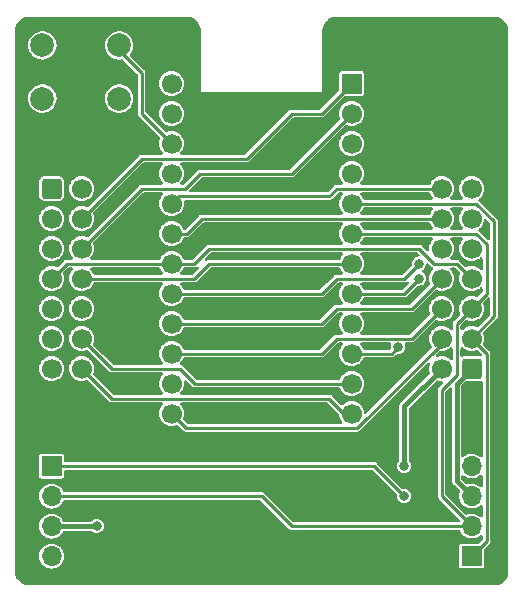
<source format=gbl>
%TF.GenerationSoftware,KiCad,Pcbnew,(6.0.7-1)-1*%
%TF.CreationDate,2022-08-30T19:37:27+08:00*%
%TF.ProjectId,Control,436f6e74-726f-46c2-9e6b-696361645f70,V3.2.2*%
%TF.SameCoordinates,PX7df6180PY32de760*%
%TF.FileFunction,Copper,L2,Bot*%
%TF.FilePolarity,Positive*%
%FSLAX46Y46*%
G04 Gerber Fmt 4.6, Leading zero omitted, Abs format (unit mm)*
G04 Created by KiCad (PCBNEW (6.0.7-1)-1) date 2022-08-30 19:37:27*
%MOMM*%
%LPD*%
G01*
G04 APERTURE LIST*
G04 Aperture macros list*
%AMRoundRect*
0 Rectangle with rounded corners*
0 $1 Rounding radius*
0 $2 $3 $4 $5 $6 $7 $8 $9 X,Y pos of 4 corners*
0 Add a 4 corners polygon primitive as box body*
4,1,4,$2,$3,$4,$5,$6,$7,$8,$9,$2,$3,0*
0 Add four circle primitives for the rounded corners*
1,1,$1+$1,$2,$3*
1,1,$1+$1,$4,$5*
1,1,$1+$1,$6,$7*
1,1,$1+$1,$8,$9*
0 Add four rect primitives between the rounded corners*
20,1,$1+$1,$2,$3,$4,$5,0*
20,1,$1+$1,$4,$5,$6,$7,0*
20,1,$1+$1,$6,$7,$8,$9,0*
20,1,$1+$1,$8,$9,$2,$3,0*%
G04 Aperture macros list end*
%TA.AperFunction,ComponentPad*%
%ADD10O,1.700000X1.700000*%
%TD*%
%TA.AperFunction,ComponentPad*%
%ADD11R,1.700000X1.700000*%
%TD*%
%TA.AperFunction,ComponentPad*%
%ADD12RoundRect,0.250000X-0.600000X-0.600000X0.600000X-0.600000X0.600000X0.600000X-0.600000X0.600000X0*%
%TD*%
%TA.AperFunction,ComponentPad*%
%ADD13C,1.700000*%
%TD*%
%TA.AperFunction,ComponentPad*%
%ADD14RoundRect,0.250000X0.600000X0.600000X-0.600000X0.600000X-0.600000X-0.600000X0.600000X-0.600000X0*%
%TD*%
%TA.AperFunction,ComponentPad*%
%ADD15C,2.000000*%
%TD*%
%TA.AperFunction,ViaPad*%
%ADD16C,0.800000*%
%TD*%
%TA.AperFunction,Conductor*%
%ADD17C,0.381000*%
%TD*%
%TA.AperFunction,Conductor*%
%ADD18C,0.250000*%
%TD*%
%TA.AperFunction,Conductor*%
%ADD19C,0.400000*%
%TD*%
G04 APERTURE END LIST*
D10*
%TO.P,J4,4,Pin_4*%
%TO.N,GND*%
X25400000Y-32385000D03*
%TO.P,J4,3,Pin_3*%
%TO.N,VCC*%
X25400000Y-34925000D03*
%TO.P,J4,2,Pin_2*%
%TO.N,Row2*%
X25400000Y-37465000D03*
D11*
%TO.P,J4,1,Pin_1*%
%TO.N,Row1*%
X25400000Y-40005000D03*
%TD*%
%TO.P,J3,1,Pin_1*%
%TO.N,Row1*%
X-10160000Y-32395000D03*
D10*
%TO.P,J3,2,Pin_2*%
%TO.N,Row2*%
X-10160000Y-34935000D03*
%TO.P,J3,3,Pin_3*%
%TO.N,VCC*%
X-10160000Y-37475000D03*
%TO.P,J3,4,Pin_4*%
%TO.N,GND*%
X-10160000Y-40015000D03*
%TD*%
D12*
%TO.P,J1,1,Pin_1*%
%TO.N,VCC*%
X-10160000Y-8890000D03*
D13*
%TO.P,J1,2,Pin_2*%
%TO.N,GND*%
X-7620000Y-8890000D03*
%TO.P,J1,3,Pin_3*%
%TO.N,Row1*%
X-10160000Y-11430000D03*
%TO.P,J1,4,Pin_4*%
%TO.N,Col1*%
X-7620000Y-11430000D03*
%TO.P,J1,5,Pin_5*%
%TO.N,Row2*%
X-10160000Y-13970000D03*
%TO.P,J1,6,Pin_6*%
%TO.N,Col2*%
X-7620000Y-13970000D03*
%TO.P,J1,7,Pin_7*%
%TO.N,Row3*%
X-10160000Y-16510000D03*
%TO.P,J1,8,Pin_8*%
%TO.N,Col3*%
X-7620000Y-16510000D03*
%TO.P,J1,9,Pin_9*%
%TO.N,Row4*%
X-10160000Y-19050000D03*
%TO.P,J1,10,Pin_10*%
%TO.N,Col4*%
X-7620000Y-19050000D03*
%TO.P,J1,11,Pin_11*%
%TO.N,Row5*%
X-10160000Y-21590000D03*
%TO.P,J1,12,Pin_12*%
%TO.N,Col5*%
X-7620000Y-21590000D03*
%TO.P,J1,13,Pin_13*%
%TO.N,Row6*%
X-10160000Y-24130000D03*
%TO.P,J1,14,Pin_14*%
%TO.N,Col6*%
X-7620000Y-24130000D03*
%TD*%
D14*
%TO.P,J2,1,Pin_1*%
%TO.N,VCC*%
X25400000Y-24130000D03*
D13*
%TO.P,J2,2,Pin_2*%
%TO.N,GND*%
X22860000Y-24130000D03*
%TO.P,J2,3,Pin_3*%
%TO.N,Row1*%
X25400000Y-21590000D03*
%TO.P,J2,4,Pin_4*%
%TO.N,Col7*%
X22860000Y-21590000D03*
%TO.P,J2,5,Pin_5*%
%TO.N,Row2*%
X25400000Y-19050000D03*
%TO.P,J2,6,Pin_6*%
%TO.N,Col8*%
X22860000Y-19050000D03*
%TO.P,J2,7,Pin_7*%
%TO.N,Row3*%
X25400000Y-16510000D03*
%TO.P,J2,8,Pin_8*%
%TO.N,Col9*%
X22860000Y-16510000D03*
%TO.P,J2,9,Pin_9*%
%TO.N,Row4*%
X25400000Y-13970000D03*
%TO.P,J2,10,Pin_10*%
%TO.N,Col10*%
X22860000Y-13970000D03*
%TO.P,J2,11,Pin_11*%
%TO.N,Row5*%
X25400000Y-11430000D03*
%TO.P,J2,12,Pin_12*%
%TO.N,Col11*%
X22860000Y-11430000D03*
%TO.P,J2,13,Pin_13*%
%TO.N,Row6*%
X25400000Y-8890000D03*
%TO.P,J2,14,Pin_14*%
%TO.N,Col12*%
X22860000Y-8890000D03*
%TD*%
D15*
%TO.P,SW1,*%
%TO.N,*%
X-10945000Y3230000D03*
X-10945000Y-1270000D03*
%TO.P,SW1,1,1*%
%TO.N,Reset*%
X-4445000Y3230000D03*
%TO.P,SW1,2,2*%
%TO.N,GND*%
X-4445000Y-1270000D03*
%TD*%
D11*
%TO.P,U1,1,TX0/PD3*%
%TO.N,Col1*%
X15240000Y0D03*
D13*
%TO.P,U1,2,RX1/PD2*%
%TO.N,Col2*%
X15240000Y-2540000D03*
%TO.P,U1,3,GND*%
%TO.N,GND*%
X15240000Y-5080000D03*
%TO.P,U1,4,GND*%
X15240000Y-7620000D03*
%TO.P,U1,5,2/PD1*%
%TO.N,Row1*%
X15240000Y-10160000D03*
%TO.P,U1,6,3/PD0*%
%TO.N,Row2*%
X15240000Y-12700000D03*
%TO.P,U1,7,4/PD4*%
%TO.N,Col3*%
X15240000Y-15240000D03*
%TO.P,U1,8,5/PC6*%
%TO.N,Row4*%
X15240000Y-17780000D03*
%TO.P,U1,9,6/PD7*%
%TO.N,Col4*%
X15240000Y-20320000D03*
%TO.P,U1,10,7/PE6*%
%TO.N,Row5*%
X15240000Y-22860000D03*
%TO.P,U1,11,8/PB4*%
%TO.N,Col5*%
X15240000Y-25400000D03*
%TO.P,U1,12,9/PB5*%
%TO.N,Col6*%
X15240000Y-27940000D03*
%TO.P,U1,13,10/PB6*%
%TO.N,Col7*%
X0Y-27940000D03*
%TO.P,U1,14,16/PB2*%
%TO.N,Row6*%
X0Y-25400000D03*
%TO.P,U1,15,14/PB3*%
%TO.N,Col8*%
X0Y-22860000D03*
%TO.P,U1,16,15/PB1*%
%TO.N,Col9*%
X0Y-20320000D03*
%TO.P,U1,17,A0/PF7*%
%TO.N,Col10*%
X0Y-17780000D03*
%TO.P,U1,18,A1/PF6*%
%TO.N,Row3*%
X0Y-15240000D03*
%TO.P,U1,19,A2/PF5*%
%TO.N,Col11*%
X0Y-12700000D03*
%TO.P,U1,20,A3/PF4*%
%TO.N,Col12*%
X0Y-10160000D03*
%TO.P,U1,21,VCC*%
%TO.N,VCC*%
X0Y-7620000D03*
%TO.P,U1,22,RST*%
%TO.N,Reset*%
X0Y-5080000D03*
%TO.P,U1,23,GND*%
%TO.N,GND*%
X0Y-2540000D03*
%TO.P,U1,24,RAW*%
%TO.N,unconnected-(U1-Pad24)*%
X0Y0D03*
%TD*%
D16*
%TO.N,Row1*%
X19685000Y-34925000D03*
%TO.N,VCC*%
X-6350000Y-37465000D03*
%TO.N,Row5*%
X19169511Y-22314500D03*
%TO.N,Row4*%
X20955000Y-16510000D03*
%TO.N,Col10*%
X20955000Y-15240000D03*
%TO.N,GND*%
X19685000Y-32385000D03*
%TD*%
D17*
%TO.N,VCC*%
X-10160000Y-37475000D02*
X-6360000Y-37475000D01*
X-6360000Y-37475000D02*
X-6350000Y-37465000D01*
D18*
%TO.N,Row1*%
X15240000Y-10160000D02*
X25791010Y-10160000D01*
X26670000Y-22860000D02*
X26670000Y-38735000D01*
X26670000Y-38735000D02*
X25400000Y-40005000D01*
X27305000Y-19685000D02*
X25400000Y-21590000D01*
X-10160000Y-32395000D02*
X17155000Y-32395000D01*
X25791010Y-10160000D02*
X27305000Y-11673990D01*
X25400000Y-21590000D02*
X26670000Y-22860000D01*
X17155000Y-32395000D02*
X19685000Y-34925000D01*
X27305000Y-11673990D02*
X27305000Y-19685000D01*
%TO.N,Col1*%
X12700000Y-2540000D02*
X10160000Y-2540000D01*
X15240000Y0D02*
X12700000Y-2540000D01*
X6350000Y-6350000D02*
X-2540000Y-6350000D01*
X-2540000Y-6350000D02*
X-7620000Y-11430000D01*
X10160000Y-2540000D02*
X6350000Y-6350000D01*
D17*
%TO.N,VCC*%
X25400000Y-24130000D02*
X24130000Y-25400000D01*
X24130000Y-33655000D02*
X25400000Y-34925000D01*
X24130000Y-25400000D02*
X24130000Y-33655000D01*
D18*
%TO.N,Col9*%
X12700000Y-20320000D02*
X0Y-20320000D01*
X13970000Y-19050000D02*
X12700000Y-20320000D01*
X20320000Y-19050000D02*
X13970000Y-19050000D01*
X22860000Y-16510000D02*
X20320000Y-19050000D01*
%TO.N,Col8*%
X0Y-22860000D02*
X12700000Y-22860000D01*
X12700000Y-22860000D02*
X13970000Y-21590000D01*
X20320000Y-21590000D02*
X22860000Y-19050000D01*
X13970000Y-21590000D02*
X20320000Y-21590000D01*
%TO.N,Col7*%
X1200811Y-29140811D02*
X15737393Y-29140811D01*
X22860000Y-22018204D02*
X22860000Y-21590000D01*
X0Y-27940000D02*
X1200811Y-29140811D01*
X15737393Y-29140811D02*
X22860000Y-22018204D01*
%TO.N,Row3*%
X0Y-15240000D02*
X-8890000Y-15240000D01*
X24130000Y-15240000D02*
X25400000Y-16510000D01*
X22225000Y-15240000D02*
X24130000Y-15240000D01*
X1905000Y-15240000D02*
X3175000Y-13970000D01*
X-8890000Y-15240000D02*
X-10160000Y-16510000D01*
X20955000Y-13970000D02*
X22225000Y-15240000D01*
X0Y-15240000D02*
X1905000Y-15240000D01*
X3175000Y-13970000D02*
X20955000Y-13970000D01*
%TO.N,Row5*%
X15240000Y-22860000D02*
X18624011Y-22860000D01*
X18624011Y-22860000D02*
X19169511Y-22314500D01*
%TO.N,Row4*%
X19685000Y-17780000D02*
X20955000Y-16510000D01*
X15240000Y-17780000D02*
X19685000Y-17780000D01*
%TO.N,Col6*%
X14605000Y-27940000D02*
X13335000Y-26670000D01*
X13335000Y-26670000D02*
X-5080000Y-26670000D01*
X15240000Y-27940000D02*
X14605000Y-27940000D01*
X-5080000Y-26670000D02*
X-7620000Y-24130000D01*
%TO.N,Col5*%
X-5080000Y-24130000D02*
X-7620000Y-21590000D01*
X15240000Y-25400000D02*
X1970124Y-25400000D01*
X700124Y-24130000D02*
X-5080000Y-24130000D01*
X1970124Y-25400000D02*
X700124Y-24130000D01*
%TO.N,Col3*%
X15240000Y-15240000D02*
X3175000Y-15240000D01*
X3175000Y-15240000D02*
X1905000Y-16510000D01*
X1905000Y-16510000D02*
X-7620000Y-16510000D01*
%TO.N,Col2*%
X10160000Y-7620000D02*
X2418005Y-7620000D01*
X15240000Y-2540000D02*
X10160000Y-7620000D01*
X1148005Y-8890000D02*
X-2540000Y-8890000D01*
X-2540000Y-8890000D02*
X-7620000Y-13970000D01*
X2418005Y-7620000D02*
X1148005Y-8890000D01*
%TO.N,Row2*%
X15240000Y-12700000D02*
X25791010Y-12700000D01*
X10160000Y-37465000D02*
X25400000Y-37465000D01*
X26670000Y-13578990D02*
X26670000Y-17780000D01*
X25400000Y-19050000D02*
X24130000Y-20320000D01*
X7620000Y-34925000D02*
X10160000Y-37465000D01*
X26670000Y-17780000D02*
X25400000Y-19050000D01*
X24130000Y-24671664D02*
X22860000Y-25941664D01*
X24130000Y-20320000D02*
X24130000Y-24671664D01*
X22860000Y-25941664D02*
X22860000Y-34925000D01*
X25791010Y-12700000D02*
X26670000Y-13578990D01*
X-10160000Y-34935000D02*
X-10150000Y-34925000D01*
X-10150000Y-34925000D02*
X7620000Y-34925000D01*
X22860000Y-34925000D02*
X25400000Y-37465000D01*
%TO.N,Reset*%
X0Y-5080000D02*
X-2540000Y-2540000D01*
X-2540000Y-2540000D02*
X-2540000Y928000D01*
X-2540000Y928000D02*
X-4700200Y3088200D01*
%TO.N,Col12*%
X635000Y-9525000D02*
X13335000Y-9525000D01*
X13970000Y-8890000D02*
X22860000Y-8890000D01*
X13335000Y-9525000D02*
X13970000Y-8890000D01*
X0Y-10160000D02*
X635000Y-9525000D01*
%TO.N,Col11*%
X1270000Y-12700000D02*
X2540000Y-11430000D01*
X0Y-12700000D02*
X1270000Y-12700000D01*
X2540000Y-11430000D02*
X22860000Y-11430000D01*
%TO.N,Col10*%
X13970000Y-16510000D02*
X19685000Y-16510000D01*
X0Y-17780000D02*
X12700000Y-17780000D01*
X12700000Y-17780000D02*
X13970000Y-16510000D01*
X19685000Y-16510000D02*
X20955000Y-15240000D01*
D19*
%TO.N,GND*%
X22860000Y-24130000D02*
X19685000Y-27305000D01*
X19685000Y-27305000D02*
X19685000Y-32385000D01*
%TD*%
%TA.AperFunction,NonConductor*%
G36*
X21837332Y-9235502D02*
G01*
X21881278Y-9283906D01*
X21949268Y-9416200D01*
X21972712Y-9461818D01*
X22100677Y-9623270D01*
X22100550Y-9623370D01*
X22132227Y-9683870D01*
X22125927Y-9754586D01*
X22082395Y-9810671D01*
X22008658Y-9834500D01*
X16331269Y-9834500D01*
X16263148Y-9814498D01*
X16216008Y-9757991D01*
X16215935Y-9757749D01*
X16119218Y-9575849D01*
X15993037Y-9421136D01*
X15965483Y-9355704D01*
X15977678Y-9285763D01*
X16025751Y-9233518D01*
X16090680Y-9215500D01*
X21769211Y-9215500D01*
X21837332Y-9235502D01*
G37*
%TD.AperFunction*%
%TA.AperFunction,NonConductor*%
G36*
X22079054Y-10505502D02*
G01*
X22125547Y-10559158D01*
X22135651Y-10629432D01*
X22107454Y-10692491D01*
X21989024Y-10833630D01*
X21986056Y-10839028D01*
X21986053Y-10839033D01*
X21922922Y-10953870D01*
X21889776Y-11014162D01*
X21887914Y-11020031D01*
X21885485Y-11025699D01*
X21883458Y-11024830D01*
X21849342Y-11075481D01*
X21784140Y-11103575D01*
X21768901Y-11104500D01*
X16087722Y-11104500D01*
X16019601Y-11084498D01*
X15973108Y-11030842D01*
X15963004Y-10960568D01*
X15992340Y-10896169D01*
X16098540Y-10773134D01*
X16098540Y-10773133D01*
X16102564Y-10768472D01*
X16123387Y-10731818D01*
X16181550Y-10629432D01*
X16204323Y-10589344D01*
X16210184Y-10571726D01*
X16250666Y-10513403D01*
X16316254Y-10486224D01*
X16329741Y-10485500D01*
X22010933Y-10485500D01*
X22079054Y-10505502D01*
G37*
%TD.AperFunction*%
%TA.AperFunction,NonConductor*%
G36*
X21837332Y-11775502D02*
G01*
X21881278Y-11823906D01*
X21951722Y-11960975D01*
X21972712Y-12001818D01*
X22100677Y-12163270D01*
X22100550Y-12163370D01*
X22132227Y-12223870D01*
X22125927Y-12294586D01*
X22082395Y-12350671D01*
X22008658Y-12374500D01*
X16331269Y-12374500D01*
X16263148Y-12354498D01*
X16216008Y-12297991D01*
X16215935Y-12297749D01*
X16119218Y-12115849D01*
X15993037Y-11961136D01*
X15965483Y-11895704D01*
X15977678Y-11825763D01*
X16025751Y-11773518D01*
X16090680Y-11755500D01*
X21769211Y-11755500D01*
X21837332Y-11775502D01*
G37*
%TD.AperFunction*%
%TA.AperFunction,NonConductor*%
G36*
X24619054Y-10505502D02*
G01*
X24665547Y-10559158D01*
X24675651Y-10629432D01*
X24647454Y-10692491D01*
X24529024Y-10833630D01*
X24526056Y-10839028D01*
X24526053Y-10839033D01*
X24462287Y-10955024D01*
X24429776Y-11014162D01*
X24367484Y-11210532D01*
X24366798Y-11216649D01*
X24366797Y-11216653D01*
X24345207Y-11409137D01*
X24344520Y-11415262D01*
X24345036Y-11421406D01*
X24360325Y-11603471D01*
X24361759Y-11620553D01*
X24363458Y-11626478D01*
X24415743Y-11808817D01*
X24418544Y-11818586D01*
X24421359Y-11824063D01*
X24421360Y-11824066D01*
X24491804Y-11961136D01*
X24512712Y-12001818D01*
X24640677Y-12163270D01*
X24640550Y-12163370D01*
X24672227Y-12223870D01*
X24665927Y-12294586D01*
X24622395Y-12350671D01*
X24548658Y-12374500D01*
X23707722Y-12374500D01*
X23639601Y-12354498D01*
X23593108Y-12300842D01*
X23583004Y-12230568D01*
X23612340Y-12166169D01*
X23718540Y-12043134D01*
X23718540Y-12043133D01*
X23722564Y-12038472D01*
X23743387Y-12001818D01*
X23772515Y-11950543D01*
X23824323Y-11859344D01*
X23889351Y-11663863D01*
X23915171Y-11459474D01*
X23915583Y-11430000D01*
X23895480Y-11224970D01*
X23835935Y-11027749D01*
X23739218Y-10845849D01*
X23613037Y-10691136D01*
X23585483Y-10625704D01*
X23597678Y-10555763D01*
X23645751Y-10503518D01*
X23710680Y-10485500D01*
X24550933Y-10485500D01*
X24619054Y-10505502D01*
G37*
%TD.AperFunction*%
%TA.AperFunction,NonConductor*%
G36*
X26656663Y-11485980D02*
G01*
X26942595Y-11771912D01*
X26976621Y-11834224D01*
X26979500Y-11861007D01*
X26979500Y-13123974D01*
X26959498Y-13192095D01*
X26905842Y-13238588D01*
X26835568Y-13248692D01*
X26770988Y-13219198D01*
X26764405Y-13213069D01*
X26035121Y-12483785D01*
X26027694Y-12475681D01*
X26008712Y-12453059D01*
X25980248Y-12388018D01*
X25991465Y-12317914D01*
X26027659Y-12272780D01*
X26127951Y-12194424D01*
X26262564Y-12038472D01*
X26283387Y-12001818D01*
X26312515Y-11950543D01*
X26364323Y-11859344D01*
X26429351Y-11663863D01*
X26442563Y-11559280D01*
X26470943Y-11494207D01*
X26530003Y-11454805D01*
X26600989Y-11453588D01*
X26656663Y-11485980D01*
G37*
%TD.AperFunction*%
%TA.AperFunction,NonConductor*%
G36*
X22079054Y-13045502D02*
G01*
X22125547Y-13099158D01*
X22135651Y-13169432D01*
X22107454Y-13232491D01*
X21989024Y-13373630D01*
X21986056Y-13379028D01*
X21986053Y-13379033D01*
X21922287Y-13495024D01*
X21889776Y-13554162D01*
X21827484Y-13750532D01*
X21826798Y-13756649D01*
X21826797Y-13756653D01*
X21805207Y-13949137D01*
X21804520Y-13955262D01*
X21805036Y-13961406D01*
X21805036Y-13961407D01*
X21812737Y-14053120D01*
X21798505Y-14122675D01*
X21748928Y-14173495D01*
X21679746Y-14189444D01*
X21612924Y-14165458D01*
X21598084Y-14152758D01*
X21199111Y-13753785D01*
X21191684Y-13745681D01*
X21174541Y-13725251D01*
X21174540Y-13725250D01*
X21167455Y-13716806D01*
X21157906Y-13711293D01*
X21134815Y-13697961D01*
X21125544Y-13692055D01*
X21116611Y-13685800D01*
X21094684Y-13670446D01*
X21084034Y-13667592D01*
X21080866Y-13666115D01*
X21077590Y-13664923D01*
X21068045Y-13659412D01*
X21034301Y-13653462D01*
X21030942Y-13652870D01*
X21020215Y-13650492D01*
X20983807Y-13640736D01*
X20972822Y-13641697D01*
X20972820Y-13641697D01*
X20946272Y-13644020D01*
X20935290Y-13644500D01*
X16087722Y-13644500D01*
X16019601Y-13624498D01*
X15973108Y-13570842D01*
X15963004Y-13500568D01*
X15992340Y-13436169D01*
X16098540Y-13313134D01*
X16098540Y-13313133D01*
X16102564Y-13308472D01*
X16123387Y-13271818D01*
X16155201Y-13215815D01*
X16204323Y-13129344D01*
X16210184Y-13111726D01*
X16250666Y-13053403D01*
X16316254Y-13026224D01*
X16329741Y-13025500D01*
X22010933Y-13025500D01*
X22079054Y-13045502D01*
G37*
%TD.AperFunction*%
%TA.AperFunction,NonConductor*%
G36*
X-780946Y-9235502D02*
G01*
X-734453Y-9289158D01*
X-724349Y-9359432D01*
X-752546Y-9422491D01*
X-870976Y-9563630D01*
X-873944Y-9569028D01*
X-873947Y-9569033D01*
X-940761Y-9690568D01*
X-970224Y-9744162D01*
X-1032516Y-9940532D01*
X-1033202Y-9946649D01*
X-1033203Y-9946653D01*
X-1037930Y-9988795D01*
X-1055480Y-10145262D01*
X-1038241Y-10350553D01*
X-1036542Y-10356478D01*
X-1007747Y-10456897D01*
X-981456Y-10548586D01*
X-978641Y-10554063D01*
X-978640Y-10554066D01*
X-908196Y-10691136D01*
X-887288Y-10731818D01*
X-759323Y-10893270D01*
X-754630Y-10897264D01*
X-754629Y-10897265D01*
X-610374Y-11020035D01*
X-602436Y-11026791D01*
X-422602Y-11127297D01*
X-328219Y-11157964D01*
X-232529Y-11189056D01*
X-232525Y-11189057D01*
X-226671Y-11190959D01*
X-22106Y-11215351D01*
X-15971Y-11214879D01*
X-15969Y-11214879D01*
X40523Y-11210532D01*
X183300Y-11199546D01*
X189230Y-11197890D01*
X189232Y-11197890D01*
X375797Y-11145800D01*
X375796Y-11145800D01*
X381725Y-11144145D01*
X387214Y-11141372D01*
X387220Y-11141370D01*
X560116Y-11054033D01*
X565610Y-11051258D01*
X591742Y-11030842D01*
X646780Y-10987841D01*
X727951Y-10924424D01*
X862564Y-10768472D01*
X883387Y-10731818D01*
X912515Y-10680543D01*
X964323Y-10589344D01*
X1029351Y-10393863D01*
X1055171Y-10189474D01*
X1055583Y-10160000D01*
X1038797Y-9988795D01*
X1052057Y-9919047D01*
X1100920Y-9867541D01*
X1164196Y-9850500D01*
X13315290Y-9850500D01*
X13326272Y-9850980D01*
X13352820Y-9853303D01*
X13352822Y-9853303D01*
X13363807Y-9854264D01*
X13400215Y-9844508D01*
X13410942Y-9842130D01*
X13414301Y-9841538D01*
X13448045Y-9835588D01*
X13457590Y-9830077D01*
X13460866Y-9828885D01*
X13464034Y-9827408D01*
X13474684Y-9824554D01*
X13505544Y-9802945D01*
X13514815Y-9797039D01*
X13537906Y-9783707D01*
X13547455Y-9778194D01*
X13571685Y-9749317D01*
X13579111Y-9741215D01*
X14067921Y-9252405D01*
X14130233Y-9218379D01*
X14157016Y-9215500D01*
X14390933Y-9215500D01*
X14459054Y-9235502D01*
X14505547Y-9289158D01*
X14515651Y-9359432D01*
X14487454Y-9422491D01*
X14369024Y-9563630D01*
X14366056Y-9569028D01*
X14366053Y-9569033D01*
X14299239Y-9690568D01*
X14269776Y-9744162D01*
X14207484Y-9940532D01*
X14206798Y-9946649D01*
X14206797Y-9946653D01*
X14202070Y-9988795D01*
X14184520Y-10145262D01*
X14201759Y-10350553D01*
X14203458Y-10356478D01*
X14232253Y-10456897D01*
X14258544Y-10548586D01*
X14261359Y-10554063D01*
X14261360Y-10554066D01*
X14331804Y-10691136D01*
X14352712Y-10731818D01*
X14480677Y-10893270D01*
X14480550Y-10893370D01*
X14512227Y-10953870D01*
X14505927Y-11024586D01*
X14462395Y-11080671D01*
X14388658Y-11104500D01*
X2559713Y-11104500D01*
X2548732Y-11104021D01*
X2522170Y-11101697D01*
X2522168Y-11101697D01*
X2511193Y-11100737D01*
X2474783Y-11110492D01*
X2464076Y-11112866D01*
X2426955Y-11119412D01*
X2417411Y-11124922D01*
X2414135Y-11126114D01*
X2410964Y-11127593D01*
X2400316Y-11130446D01*
X2391287Y-11136768D01*
X2369449Y-11152059D01*
X2360179Y-11157964D01*
X2337092Y-11171293D01*
X2337088Y-11171296D01*
X2327545Y-11176806D01*
X2309853Y-11197890D01*
X2303320Y-11205676D01*
X2295894Y-11213779D01*
X1734172Y-11775502D01*
X1177946Y-12331728D01*
X1115634Y-12365753D01*
X1044819Y-12360689D01*
X987983Y-12318142D01*
X976287Y-12297562D01*
X975935Y-12297749D01*
X882111Y-12121290D01*
X879218Y-12115849D01*
X786216Y-12001818D01*
X752906Y-11960975D01*
X752903Y-11960972D01*
X749011Y-11956200D01*
X731786Y-11941950D01*
X595025Y-11828811D01*
X595021Y-11828809D01*
X590275Y-11824882D01*
X409055Y-11726897D01*
X212254Y-11665977D01*
X206129Y-11665333D01*
X206128Y-11665333D01*
X13498Y-11645087D01*
X13496Y-11645087D01*
X7369Y-11644443D01*
X-79471Y-11652346D01*
X-191658Y-11662555D01*
X-191661Y-11662556D01*
X-197797Y-11663114D01*
X-395428Y-11721280D01*
X-577998Y-11816726D01*
X-582799Y-11820586D01*
X-582802Y-11820588D01*
X-680864Y-11899432D01*
X-738553Y-11945815D01*
X-870976Y-12103630D01*
X-873944Y-12109028D01*
X-873947Y-12109033D01*
X-940761Y-12230568D01*
X-970224Y-12284162D01*
X-1032516Y-12480532D01*
X-1055480Y-12685262D01*
X-1038241Y-12890553D01*
X-1036542Y-12896478D01*
X-998466Y-13029264D01*
X-981456Y-13088586D01*
X-978641Y-13094063D01*
X-978640Y-13094066D01*
X-908196Y-13231136D01*
X-887288Y-13271818D01*
X-759323Y-13433270D01*
X-754630Y-13437264D01*
X-754629Y-13437265D01*
X-610374Y-13560035D01*
X-602436Y-13566791D01*
X-422602Y-13667297D01*
X-328228Y-13697961D01*
X-232529Y-13729056D01*
X-232525Y-13729057D01*
X-226671Y-13730959D01*
X-22106Y-13755351D01*
X-15971Y-13754879D01*
X-15969Y-13754879D01*
X40523Y-13750532D01*
X183300Y-13739546D01*
X189230Y-13737890D01*
X189232Y-13737890D01*
X342080Y-13695214D01*
X381725Y-13684145D01*
X387214Y-13681372D01*
X387220Y-13681370D01*
X560116Y-13594033D01*
X565610Y-13591258D01*
X591742Y-13570842D01*
X646780Y-13527841D01*
X727951Y-13464424D01*
X780163Y-13403936D01*
X858540Y-13313134D01*
X858540Y-13313133D01*
X862564Y-13308472D01*
X883387Y-13271818D01*
X915201Y-13215815D01*
X964323Y-13129344D01*
X970184Y-13111726D01*
X1010666Y-13053403D01*
X1076254Y-13026224D01*
X1089741Y-13025500D01*
X1250290Y-13025500D01*
X1261272Y-13025980D01*
X1287820Y-13028303D01*
X1287822Y-13028303D01*
X1298807Y-13029264D01*
X1335215Y-13019508D01*
X1345942Y-13017130D01*
X1349301Y-13016538D01*
X1383045Y-13010588D01*
X1392590Y-13005077D01*
X1395866Y-13003885D01*
X1399034Y-13002408D01*
X1409684Y-12999554D01*
X1440544Y-12977945D01*
X1449815Y-12972039D01*
X1472910Y-12958705D01*
X1472911Y-12958704D01*
X1482455Y-12953194D01*
X1506685Y-12924319D01*
X1514110Y-12916217D01*
X2637922Y-11792405D01*
X2700234Y-11758379D01*
X2727017Y-11755500D01*
X14390933Y-11755500D01*
X14459054Y-11775502D01*
X14505547Y-11829158D01*
X14515651Y-11899432D01*
X14487454Y-11962491D01*
X14369024Y-12103630D01*
X14366056Y-12109028D01*
X14366053Y-12109033D01*
X14299239Y-12230568D01*
X14269776Y-12284162D01*
X14207484Y-12480532D01*
X14184520Y-12685262D01*
X14201759Y-12890553D01*
X14203458Y-12896478D01*
X14241534Y-13029264D01*
X14258544Y-13088586D01*
X14261359Y-13094063D01*
X14261360Y-13094066D01*
X14331804Y-13231136D01*
X14352712Y-13271818D01*
X14480677Y-13433270D01*
X14480550Y-13433370D01*
X14512227Y-13493870D01*
X14505927Y-13564586D01*
X14462395Y-13620671D01*
X14388658Y-13644500D01*
X3194713Y-13644500D01*
X3183732Y-13644021D01*
X3157170Y-13641697D01*
X3157168Y-13641697D01*
X3146193Y-13640737D01*
X3109783Y-13650492D01*
X3099076Y-13652866D01*
X3061955Y-13659412D01*
X3052411Y-13664922D01*
X3049135Y-13666114D01*
X3045964Y-13667593D01*
X3035316Y-13670446D01*
X3026287Y-13676768D01*
X3004449Y-13692059D01*
X2995179Y-13697964D01*
X2972092Y-13711293D01*
X2972088Y-13711296D01*
X2962545Y-13716806D01*
X2944853Y-13737890D01*
X2938320Y-13745676D01*
X2930894Y-13753779D01*
X1807079Y-14877595D01*
X1744767Y-14911620D01*
X1717984Y-14914500D01*
X1091269Y-14914500D01*
X1023148Y-14894498D01*
X976008Y-14837991D01*
X975935Y-14837749D01*
X879218Y-14655849D01*
X786216Y-14541818D01*
X752906Y-14500975D01*
X752903Y-14500972D01*
X749011Y-14496200D01*
X744262Y-14492271D01*
X595025Y-14368811D01*
X595021Y-14368809D01*
X590275Y-14364882D01*
X409055Y-14266897D01*
X212254Y-14205977D01*
X206129Y-14205333D01*
X206128Y-14205333D01*
X13498Y-14185087D01*
X13496Y-14185087D01*
X7369Y-14184443D01*
X-79471Y-14192346D01*
X-191658Y-14202555D01*
X-191661Y-14202556D01*
X-197797Y-14203114D01*
X-395428Y-14261280D01*
X-577998Y-14356726D01*
X-582799Y-14360586D01*
X-582802Y-14360588D01*
X-680864Y-14439432D01*
X-738553Y-14485815D01*
X-870976Y-14643630D01*
X-873944Y-14649028D01*
X-873947Y-14649033D01*
X-937078Y-14763870D01*
X-970224Y-14824162D01*
X-972086Y-14830031D01*
X-974515Y-14835699D01*
X-976542Y-14834830D01*
X-1010658Y-14885481D01*
X-1075860Y-14913575D01*
X-1091099Y-14914500D01*
X-6772278Y-14914500D01*
X-6840399Y-14894498D01*
X-6886892Y-14840842D01*
X-6896996Y-14770568D01*
X-6867660Y-14706169D01*
X-6761460Y-14583134D01*
X-6761460Y-14583133D01*
X-6757436Y-14578472D01*
X-6736613Y-14541818D01*
X-6707485Y-14490543D01*
X-6655677Y-14399344D01*
X-6590649Y-14203863D01*
X-6564829Y-13999474D01*
X-6564417Y-13970000D01*
X-6584520Y-13764970D01*
X-6644065Y-13567749D01*
X-6645688Y-13564696D01*
X-6653056Y-13495024D01*
X-6618192Y-13428518D01*
X-2442079Y-9252405D01*
X-2379767Y-9218379D01*
X-2352984Y-9215500D01*
X-849067Y-9215500D01*
X-780946Y-9235502D01*
G37*
%TD.AperFunction*%
%TA.AperFunction,NonConductor*%
G36*
X14459054Y-14315502D02*
G01*
X14505547Y-14369158D01*
X14515651Y-14439432D01*
X14487454Y-14502491D01*
X14369024Y-14643630D01*
X14366056Y-14649028D01*
X14366053Y-14649033D01*
X14302922Y-14763870D01*
X14269776Y-14824162D01*
X14267914Y-14830031D01*
X14265485Y-14835699D01*
X14263458Y-14834830D01*
X14229342Y-14885481D01*
X14164140Y-14913575D01*
X14148901Y-14914500D01*
X3194713Y-14914500D01*
X3183732Y-14914021D01*
X3157170Y-14911697D01*
X3157168Y-14911697D01*
X3146193Y-14910737D01*
X3109783Y-14920492D01*
X3099076Y-14922866D01*
X3061955Y-14929412D01*
X3052411Y-14934922D01*
X3049135Y-14936114D01*
X3045964Y-14937593D01*
X3035316Y-14940446D01*
X3026287Y-14946768D01*
X3004449Y-14962059D01*
X2995179Y-14967964D01*
X2977417Y-14978219D01*
X2908422Y-14994957D01*
X2841330Y-14971737D01*
X2797443Y-14915930D01*
X2790694Y-14845255D01*
X2825322Y-14780005D01*
X3272922Y-14332405D01*
X3335234Y-14298379D01*
X3362017Y-14295500D01*
X14390933Y-14295500D01*
X14459054Y-14315502D01*
G37*
%TD.AperFunction*%
%TA.AperFunction,NonConductor*%
G36*
X24619054Y-13045502D02*
G01*
X24665547Y-13099158D01*
X24675651Y-13169432D01*
X24647454Y-13232491D01*
X24529024Y-13373630D01*
X24526056Y-13379028D01*
X24526053Y-13379033D01*
X24462287Y-13495024D01*
X24429776Y-13554162D01*
X24367484Y-13750532D01*
X24366798Y-13756649D01*
X24366797Y-13756653D01*
X24345207Y-13949137D01*
X24344520Y-13955262D01*
X24361759Y-14160553D01*
X24363458Y-14166478D01*
X24411037Y-14332405D01*
X24418544Y-14358586D01*
X24421359Y-14364063D01*
X24421360Y-14364066D01*
X24491804Y-14501136D01*
X24512712Y-14541818D01*
X24640677Y-14703270D01*
X24645370Y-14707264D01*
X24645371Y-14707265D01*
X24730841Y-14780005D01*
X24797564Y-14836791D01*
X24802942Y-14839797D01*
X24802944Y-14839798D01*
X24834563Y-14857469D01*
X24977398Y-14937297D01*
X25069987Y-14967381D01*
X25167471Y-14999056D01*
X25167475Y-14999057D01*
X25173329Y-15000959D01*
X25377894Y-15025351D01*
X25384029Y-15024879D01*
X25384031Y-15024879D01*
X25440039Y-15020569D01*
X25583300Y-15009546D01*
X25589230Y-15007890D01*
X25589232Y-15007890D01*
X25742080Y-14965214D01*
X25781725Y-14954145D01*
X25787214Y-14951372D01*
X25787220Y-14951370D01*
X25960116Y-14864033D01*
X25965610Y-14861258D01*
X25991742Y-14840842D01*
X26123095Y-14738218D01*
X26123096Y-14738217D01*
X26127951Y-14734424D01*
X26131726Y-14730051D01*
X26194732Y-14697619D01*
X26265403Y-14704412D01*
X26321183Y-14748334D01*
X26344500Y-14821357D01*
X26344500Y-15660159D01*
X26324498Y-15728280D01*
X26270842Y-15774773D01*
X26200568Y-15784877D01*
X26138186Y-15757245D01*
X25990275Y-15634882D01*
X25809055Y-15536897D01*
X25612254Y-15475977D01*
X25606129Y-15475333D01*
X25606128Y-15475333D01*
X25413498Y-15455087D01*
X25413496Y-15455087D01*
X25407369Y-15454443D01*
X25320529Y-15462346D01*
X25208342Y-15472555D01*
X25208339Y-15472556D01*
X25202203Y-15473114D01*
X25004572Y-15531280D01*
X24999112Y-15534134D01*
X24994779Y-15535885D01*
X24924126Y-15542858D01*
X24858483Y-15508156D01*
X24374105Y-15023779D01*
X24366678Y-15015674D01*
X24361536Y-15009546D01*
X24342455Y-14986806D01*
X24327582Y-14978219D01*
X24309815Y-14967961D01*
X24300544Y-14962055D01*
X24291611Y-14955800D01*
X24269684Y-14940446D01*
X24259034Y-14937592D01*
X24255866Y-14936115D01*
X24252590Y-14934923D01*
X24243045Y-14929412D01*
X24209301Y-14923462D01*
X24205942Y-14922870D01*
X24195215Y-14920492D01*
X24158807Y-14910736D01*
X24147822Y-14911697D01*
X24147820Y-14911697D01*
X24121272Y-14914020D01*
X24110290Y-14914500D01*
X23707722Y-14914500D01*
X23639601Y-14894498D01*
X23593108Y-14840842D01*
X23583004Y-14770568D01*
X23612340Y-14706169D01*
X23718540Y-14583134D01*
X23718540Y-14583133D01*
X23722564Y-14578472D01*
X23743387Y-14541818D01*
X23772515Y-14490543D01*
X23824323Y-14399344D01*
X23889351Y-14203863D01*
X23915171Y-13999474D01*
X23915583Y-13970000D01*
X23895480Y-13764970D01*
X23835935Y-13567749D01*
X23739218Y-13385849D01*
X23627355Y-13248692D01*
X23613037Y-13231136D01*
X23585483Y-13165704D01*
X23597678Y-13095763D01*
X23645751Y-13043518D01*
X23710680Y-13025500D01*
X24550933Y-13025500D01*
X24619054Y-13045502D01*
G37*
%TD.AperFunction*%
%TA.AperFunction,NonConductor*%
G36*
X-1022668Y-15585502D02*
G01*
X-978722Y-15633906D01*
X-906326Y-15774773D01*
X-887288Y-15811818D01*
X-759323Y-15973270D01*
X-759450Y-15973370D01*
X-727773Y-16033870D01*
X-734073Y-16104586D01*
X-777605Y-16160671D01*
X-851342Y-16184500D01*
X-6528731Y-16184500D01*
X-6596852Y-16164498D01*
X-6643992Y-16107991D01*
X-6644065Y-16107749D01*
X-6740782Y-15925849D01*
X-6866963Y-15771136D01*
X-6894517Y-15705704D01*
X-6882322Y-15635763D01*
X-6834249Y-15583518D01*
X-6769320Y-15565500D01*
X-1090789Y-15565500D01*
X-1022668Y-15585502D01*
G37*
%TD.AperFunction*%
%TA.AperFunction,NonConductor*%
G36*
X2238670Y-15508260D02*
G01*
X2282558Y-15564066D01*
X2289309Y-15634741D01*
X2254681Y-15699992D01*
X1807078Y-16147596D01*
X1744767Y-16181620D01*
X1717984Y-16184500D01*
X847722Y-16184500D01*
X779601Y-16164498D01*
X733108Y-16110842D01*
X723004Y-16040568D01*
X752340Y-15976169D01*
X858540Y-15853134D01*
X858540Y-15853133D01*
X862564Y-15848472D01*
X883387Y-15811818D01*
X930843Y-15728280D01*
X964323Y-15669344D01*
X970184Y-15651726D01*
X1010666Y-15593403D01*
X1076254Y-15566224D01*
X1089741Y-15565500D01*
X1885290Y-15565500D01*
X1896272Y-15565980D01*
X1922820Y-15568303D01*
X1922822Y-15568303D01*
X1933807Y-15569264D01*
X1970215Y-15559508D01*
X1980942Y-15557130D01*
X1984301Y-15556538D01*
X2018045Y-15550588D01*
X2027590Y-15545077D01*
X2030866Y-15543885D01*
X2034034Y-15542408D01*
X2044684Y-15539554D01*
X2075550Y-15517941D01*
X2084813Y-15512040D01*
X2102583Y-15501780D01*
X2171578Y-15485041D01*
X2238670Y-15508260D01*
G37*
%TD.AperFunction*%
%TA.AperFunction,NonConductor*%
G36*
X20836104Y-14315502D02*
G01*
X20857078Y-14332405D01*
X20954592Y-14429919D01*
X20988618Y-14492231D01*
X20983553Y-14563046D01*
X20941006Y-14619882D01*
X20881943Y-14643936D01*
X20827732Y-14651073D01*
X20798238Y-14654956D01*
X20652159Y-14715464D01*
X20526718Y-14811718D01*
X20521695Y-14818264D01*
X20504370Y-14840842D01*
X20430464Y-14937159D01*
X20369956Y-15083238D01*
X20349318Y-15240000D01*
X20358118Y-15306841D01*
X20347179Y-15376988D01*
X20322292Y-15412381D01*
X19587079Y-16147595D01*
X19524766Y-16181620D01*
X19497983Y-16184500D01*
X16087722Y-16184500D01*
X16019601Y-16164498D01*
X15973108Y-16110842D01*
X15963004Y-16040568D01*
X15992340Y-15976169D01*
X16098540Y-15853134D01*
X16098540Y-15853133D01*
X16102564Y-15848472D01*
X16123387Y-15811818D01*
X16154389Y-15757244D01*
X16204323Y-15669344D01*
X16269351Y-15473863D01*
X16295171Y-15269474D01*
X16295583Y-15240000D01*
X16275480Y-15034970D01*
X16215935Y-14837749D01*
X16119218Y-14655849D01*
X15993037Y-14501136D01*
X15965483Y-14435704D01*
X15977678Y-14365763D01*
X16025751Y-14313518D01*
X16090680Y-14295500D01*
X20767983Y-14295500D01*
X20836104Y-14315502D01*
G37*
%TD.AperFunction*%
%TA.AperFunction,NonConductor*%
G36*
X14217332Y-15585502D02*
G01*
X14261278Y-15633906D01*
X14333674Y-15774773D01*
X14352712Y-15811818D01*
X14480677Y-15973270D01*
X14480550Y-15973370D01*
X14512227Y-16033870D01*
X14505927Y-16104586D01*
X14462395Y-16160671D01*
X14388658Y-16184500D01*
X13989713Y-16184500D01*
X13978732Y-16184021D01*
X13952170Y-16181697D01*
X13952168Y-16181697D01*
X13941193Y-16180737D01*
X13904783Y-16190492D01*
X13894076Y-16192866D01*
X13856955Y-16199412D01*
X13847411Y-16204922D01*
X13844135Y-16206114D01*
X13840964Y-16207593D01*
X13830316Y-16210446D01*
X13821287Y-16216768D01*
X13799449Y-16232059D01*
X13790179Y-16237964D01*
X13767092Y-16251293D01*
X13767088Y-16251296D01*
X13757545Y-16256806D01*
X13750460Y-16265250D01*
X13733320Y-16285676D01*
X13725894Y-16293779D01*
X13156271Y-16863403D01*
X12602079Y-17417595D01*
X12539767Y-17451620D01*
X12512984Y-17454500D01*
X1091269Y-17454500D01*
X1023148Y-17434498D01*
X976008Y-17377991D01*
X975935Y-17377749D01*
X879218Y-17195849D01*
X753037Y-17041136D01*
X725483Y-16975704D01*
X737678Y-16905763D01*
X785751Y-16853518D01*
X850680Y-16835500D01*
X1885290Y-16835500D01*
X1896272Y-16835980D01*
X1922820Y-16838303D01*
X1922822Y-16838303D01*
X1933807Y-16839264D01*
X1970215Y-16829508D01*
X1980942Y-16827130D01*
X1984301Y-16826538D01*
X2018045Y-16820588D01*
X2027590Y-16815077D01*
X2030866Y-16813885D01*
X2034034Y-16812408D01*
X2044684Y-16809554D01*
X2075544Y-16787945D01*
X2084815Y-16782039D01*
X2107910Y-16768705D01*
X2107911Y-16768704D01*
X2117455Y-16763194D01*
X2141685Y-16734319D01*
X2149110Y-16726217D01*
X3272922Y-15602405D01*
X3335234Y-15568379D01*
X3362017Y-15565500D01*
X14149211Y-15565500D01*
X14217332Y-15585502D01*
G37*
%TD.AperFunction*%
%TA.AperFunction,NonConductor*%
G36*
X20018672Y-16778265D02*
G01*
X20062558Y-16834072D01*
X20069306Y-16904748D01*
X20034678Y-16969995D01*
X19587078Y-17417595D01*
X19524766Y-17451621D01*
X19497983Y-17454500D01*
X16331269Y-17454500D01*
X16263148Y-17434498D01*
X16216008Y-17377991D01*
X16215935Y-17377749D01*
X16119218Y-17195849D01*
X15993037Y-17041136D01*
X15965483Y-16975704D01*
X15977678Y-16905763D01*
X16025751Y-16853518D01*
X16090680Y-16835500D01*
X19665290Y-16835500D01*
X19676272Y-16835980D01*
X19702820Y-16838303D01*
X19702822Y-16838303D01*
X19713807Y-16839264D01*
X19750215Y-16829508D01*
X19760942Y-16827130D01*
X19764301Y-16826538D01*
X19798045Y-16820588D01*
X19807590Y-16815077D01*
X19810866Y-16813885D01*
X19814034Y-16812408D01*
X19824684Y-16809554D01*
X19855544Y-16787945D01*
X19864817Y-16782038D01*
X19882585Y-16771780D01*
X19951580Y-16755043D01*
X20018672Y-16778265D01*
G37*
%TD.AperFunction*%
%TA.AperFunction,NonConductor*%
G36*
X21765081Y-15240408D02*
G01*
X21980895Y-15456222D01*
X21988321Y-15464325D01*
X22012545Y-15493194D01*
X22022088Y-15498704D01*
X22022092Y-15498707D01*
X22045179Y-15512036D01*
X22054448Y-15517940D01*
X22085316Y-15539554D01*
X22095960Y-15542406D01*
X22096626Y-15542717D01*
X22149911Y-15589634D01*
X22169371Y-15657912D01*
X22148829Y-15725872D01*
X22129843Y-15746809D01*
X22130656Y-15747639D01*
X22126254Y-15751950D01*
X22121447Y-15755815D01*
X21989024Y-15913630D01*
X21986056Y-15919028D01*
X21986053Y-15919033D01*
X21896617Y-16081718D01*
X21889776Y-16094162D01*
X21827484Y-16290532D01*
X21826798Y-16296649D01*
X21826797Y-16296653D01*
X21806671Y-16476089D01*
X21794954Y-16504012D01*
X21807102Y-16529796D01*
X21808165Y-16538668D01*
X21816544Y-16638445D01*
X21821759Y-16700553D01*
X21823458Y-16706478D01*
X21871037Y-16872405D01*
X21878544Y-16898586D01*
X21881362Y-16904068D01*
X21881363Y-16904072D01*
X21881541Y-16904419D01*
X21881579Y-16904619D01*
X21883630Y-16909799D01*
X21882645Y-16910189D01*
X21894887Y-16974150D01*
X21868414Y-17040027D01*
X21858568Y-17051105D01*
X20222079Y-18687595D01*
X20159767Y-18721620D01*
X20132984Y-18724500D01*
X16087722Y-18724500D01*
X16019601Y-18704498D01*
X15973108Y-18650842D01*
X15963004Y-18580568D01*
X15992340Y-18516169D01*
X16098540Y-18393134D01*
X16098540Y-18393133D01*
X16102564Y-18388472D01*
X16123387Y-18351818D01*
X16157396Y-18291950D01*
X16204323Y-18209344D01*
X16210184Y-18191726D01*
X16250666Y-18133403D01*
X16316254Y-18106224D01*
X16329741Y-18105500D01*
X19665290Y-18105500D01*
X19676272Y-18105980D01*
X19702820Y-18108303D01*
X19702822Y-18108303D01*
X19713807Y-18109264D01*
X19750215Y-18099508D01*
X19760942Y-18097130D01*
X19764301Y-18096538D01*
X19798045Y-18090588D01*
X19807590Y-18085077D01*
X19810866Y-18083885D01*
X19814034Y-18082408D01*
X19824684Y-18079554D01*
X19855544Y-18057945D01*
X19864815Y-18052039D01*
X19887910Y-18038705D01*
X19887911Y-18038704D01*
X19897455Y-18033194D01*
X19921685Y-18004319D01*
X19929110Y-17996217D01*
X20782618Y-17142709D01*
X20844930Y-17108683D01*
X20888158Y-17106882D01*
X20955000Y-17115682D01*
X20963188Y-17114604D01*
X21103574Y-17096122D01*
X21111762Y-17095044D01*
X21257841Y-17034536D01*
X21383282Y-16938282D01*
X21479536Y-16812841D01*
X21540044Y-16666762D01*
X21557685Y-16532765D01*
X21569473Y-16506118D01*
X21556534Y-16478491D01*
X21541122Y-16361426D01*
X21540044Y-16353238D01*
X21479536Y-16207159D01*
X21383282Y-16081718D01*
X21257841Y-15985464D01*
X21252550Y-15983272D01*
X21204364Y-15932738D01*
X21190926Y-15863025D01*
X21217312Y-15797114D01*
X21252224Y-15766863D01*
X21257841Y-15764536D01*
X21383282Y-15668282D01*
X21479536Y-15542841D01*
X21540044Y-15396762D01*
X21551064Y-15313057D01*
X21579786Y-15248129D01*
X21639052Y-15209038D01*
X21710043Y-15208193D01*
X21765081Y-15240408D01*
G37*
%TD.AperFunction*%
%TA.AperFunction,NonConductor*%
G36*
X26897532Y-18116961D02*
G01*
X26954368Y-18159508D01*
X26979179Y-18226028D01*
X26979500Y-18235017D01*
X26979500Y-19497984D01*
X26959498Y-19566105D01*
X26942595Y-19587079D01*
X25941491Y-20588183D01*
X25879179Y-20622209D01*
X25809400Y-20615783D01*
X25809055Y-20616897D01*
X25803786Y-20615266D01*
X25612254Y-20555977D01*
X25606129Y-20555333D01*
X25606128Y-20555333D01*
X25413498Y-20535087D01*
X25413496Y-20535087D01*
X25407369Y-20534443D01*
X25320529Y-20542346D01*
X25208342Y-20552555D01*
X25208339Y-20552556D01*
X25202203Y-20553114D01*
X25004572Y-20611280D01*
X24999107Y-20614137D01*
X24937731Y-20646224D01*
X24822002Y-20706726D01*
X24817201Y-20710586D01*
X24817198Y-20710588D01*
X24661447Y-20835815D01*
X24659859Y-20833839D01*
X24606969Y-20861991D01*
X24536211Y-20856171D01*
X24479832Y-20813021D01*
X24455732Y-20746240D01*
X24455500Y-20738592D01*
X24455500Y-20507017D01*
X24475502Y-20438896D01*
X24492405Y-20417921D01*
X24859123Y-20051204D01*
X24921435Y-20017179D01*
X24987154Y-20020467D01*
X25167471Y-20079056D01*
X25167475Y-20079057D01*
X25173329Y-20080959D01*
X25377894Y-20105351D01*
X25384029Y-20104879D01*
X25384031Y-20104879D01*
X25441472Y-20100459D01*
X25583300Y-20089546D01*
X25589230Y-20087890D01*
X25589232Y-20087890D01*
X25775797Y-20035800D01*
X25775796Y-20035800D01*
X25781725Y-20034145D01*
X25787214Y-20031372D01*
X25787220Y-20031370D01*
X25960116Y-19944033D01*
X25965610Y-19941258D01*
X25986146Y-19925214D01*
X26069547Y-19860054D01*
X26127951Y-19814424D01*
X26262564Y-19658472D01*
X26283387Y-19621818D01*
X26315036Y-19566105D01*
X26364323Y-19479344D01*
X26429351Y-19283863D01*
X26455171Y-19079474D01*
X26455583Y-19050000D01*
X26435480Y-18844970D01*
X26375935Y-18647749D01*
X26374312Y-18644697D01*
X26366944Y-18575028D01*
X26401808Y-18508519D01*
X26764405Y-18145922D01*
X26826717Y-18111896D01*
X26897532Y-18116961D01*
G37*
%TD.AperFunction*%
%TA.AperFunction,NonConductor*%
G36*
X18564354Y-21935502D02*
G01*
X18610847Y-21989158D01*
X18620951Y-22059432D01*
X18612642Y-22089717D01*
X18584467Y-22157738D01*
X18563829Y-22314500D01*
X18564907Y-22322688D01*
X18572629Y-22381342D01*
X18561690Y-22451490D01*
X18536802Y-22486883D01*
X18526090Y-22497595D01*
X18463778Y-22531621D01*
X18436995Y-22534500D01*
X16331269Y-22534500D01*
X16263148Y-22514498D01*
X16216008Y-22457991D01*
X16215935Y-22457749D01*
X16119218Y-22275849D01*
X16016667Y-22150109D01*
X15993037Y-22121136D01*
X15965483Y-22055704D01*
X15977678Y-21985763D01*
X16025751Y-21933518D01*
X16090680Y-21915500D01*
X18496233Y-21915500D01*
X18564354Y-21935502D01*
G37*
%TD.AperFunction*%
%TA.AperFunction,NonConductor*%
G36*
X24663163Y-22342407D02*
G01*
X24789626Y-22450035D01*
X24797564Y-22456791D01*
X24802942Y-22459797D01*
X24802944Y-22459798D01*
X24834563Y-22477469D01*
X24977398Y-22557297D01*
X25052346Y-22581649D01*
X25167471Y-22619056D01*
X25167475Y-22619057D01*
X25173329Y-22620959D01*
X25377894Y-22645351D01*
X25384029Y-22644879D01*
X25384031Y-22644879D01*
X25441459Y-22640460D01*
X25583300Y-22629546D01*
X25589230Y-22627890D01*
X25589232Y-22627890D01*
X25754841Y-22581651D01*
X25781725Y-22574145D01*
X25794717Y-22567582D01*
X25864540Y-22554720D01*
X25930231Y-22581649D01*
X25940626Y-22590952D01*
X26228486Y-22878813D01*
X26262511Y-22941125D01*
X26257446Y-23011941D01*
X26214899Y-23068776D01*
X26148379Y-23093587D01*
X26097641Y-23086790D01*
X26092620Y-23085027D01*
X26092617Y-23085026D01*
X26085369Y-23082481D01*
X26077723Y-23081758D01*
X26077722Y-23081758D01*
X26071752Y-23081194D01*
X26053834Y-23079500D01*
X24746166Y-23079500D01*
X24728248Y-23081194D01*
X24722278Y-23081758D01*
X24722277Y-23081758D01*
X24714631Y-23082481D01*
X24707384Y-23085026D01*
X24623248Y-23114572D01*
X24552348Y-23118270D01*
X24490703Y-23083050D01*
X24457886Y-23020093D01*
X24455500Y-22995689D01*
X24455500Y-22438361D01*
X24475502Y-22370240D01*
X24529158Y-22323747D01*
X24599432Y-22313643D01*
X24663163Y-22342407D01*
G37*
%TD.AperFunction*%
%TA.AperFunction,NonConductor*%
G36*
X23725403Y-22324412D02*
G01*
X23781183Y-22368334D01*
X23804500Y-22441357D01*
X23804500Y-23280159D01*
X23784498Y-23348280D01*
X23730842Y-23394773D01*
X23660568Y-23404877D01*
X23598186Y-23377245D01*
X23450275Y-23254882D01*
X23269055Y-23156897D01*
X23072254Y-23095977D01*
X23066129Y-23095333D01*
X23066128Y-23095333D01*
X22873498Y-23075087D01*
X22873496Y-23075087D01*
X22867369Y-23074443D01*
X22786988Y-23081758D01*
X22668342Y-23092555D01*
X22668339Y-23092556D01*
X22662203Y-23093114D01*
X22656292Y-23094854D01*
X22656285Y-23094855D01*
X22545795Y-23127374D01*
X22474799Y-23127420D01*
X22415048Y-23089074D01*
X22385514Y-23024512D01*
X22395573Y-22954232D01*
X22421125Y-22917406D01*
X22665334Y-22673197D01*
X22727646Y-22639171D01*
X22769347Y-22637178D01*
X22817392Y-22642906D01*
X22837894Y-22645351D01*
X22844029Y-22644879D01*
X22844031Y-22644879D01*
X22901459Y-22640460D01*
X23043300Y-22629546D01*
X23049230Y-22627890D01*
X23049232Y-22627890D01*
X23214841Y-22581651D01*
X23241725Y-22574145D01*
X23247214Y-22571372D01*
X23247220Y-22571370D01*
X23420116Y-22484033D01*
X23425610Y-22481258D01*
X23438405Y-22471262D01*
X23583095Y-22358218D01*
X23583096Y-22358217D01*
X23587951Y-22354424D01*
X23591726Y-22350051D01*
X23654732Y-22317619D01*
X23725403Y-22324412D01*
G37*
%TD.AperFunction*%
%TA.AperFunction,NonConductor*%
G36*
X24011104Y-15585502D02*
G01*
X24032078Y-15602405D01*
X24398257Y-15968584D01*
X24432283Y-16030896D01*
X24429264Y-16095776D01*
X24367484Y-16290532D01*
X24366798Y-16296649D01*
X24366797Y-16296653D01*
X24361306Y-16345609D01*
X24344520Y-16495262D01*
X24345036Y-16501406D01*
X24356544Y-16638445D01*
X24361759Y-16700553D01*
X24363458Y-16706478D01*
X24411037Y-16872405D01*
X24418544Y-16898586D01*
X24421359Y-16904063D01*
X24421360Y-16904066D01*
X24490036Y-17037696D01*
X24512712Y-17081818D01*
X24640677Y-17243270D01*
X24645370Y-17247264D01*
X24645371Y-17247265D01*
X24789626Y-17370035D01*
X24797564Y-17376791D01*
X24977398Y-17477297D01*
X25072238Y-17508113D01*
X25167471Y-17539056D01*
X25167475Y-17539057D01*
X25173329Y-17540959D01*
X25377894Y-17565351D01*
X25384029Y-17564879D01*
X25384031Y-17564879D01*
X25440523Y-17560532D01*
X25583300Y-17549546D01*
X25589230Y-17547890D01*
X25589232Y-17547890D01*
X25775797Y-17495800D01*
X25775796Y-17495800D01*
X25781725Y-17494145D01*
X25787214Y-17491372D01*
X25787220Y-17491370D01*
X25960116Y-17404033D01*
X25965610Y-17401258D01*
X25995701Y-17377749D01*
X26123095Y-17278218D01*
X26123096Y-17278217D01*
X26127951Y-17274424D01*
X26131726Y-17270051D01*
X26194732Y-17237619D01*
X26265403Y-17244412D01*
X26321183Y-17288334D01*
X26344500Y-17361357D01*
X26344500Y-17592983D01*
X26324498Y-17661104D01*
X26307595Y-17682078D01*
X25941490Y-18048183D01*
X25879178Y-18082209D01*
X25809400Y-18075781D01*
X25809055Y-18076897D01*
X25803776Y-18075263D01*
X25803777Y-18075263D01*
X25612254Y-18015977D01*
X25606129Y-18015333D01*
X25606128Y-18015333D01*
X25413498Y-17995087D01*
X25413496Y-17995087D01*
X25407369Y-17994443D01*
X25320529Y-18002346D01*
X25208342Y-18012555D01*
X25208339Y-18012556D01*
X25202203Y-18013114D01*
X25004572Y-18071280D01*
X24999107Y-18074137D01*
X24937731Y-18106224D01*
X24822002Y-18166726D01*
X24817201Y-18170586D01*
X24817198Y-18170588D01*
X24666254Y-18291950D01*
X24661447Y-18295815D01*
X24529024Y-18453630D01*
X24526056Y-18459028D01*
X24526053Y-18459033D01*
X24462285Y-18575028D01*
X24429776Y-18634162D01*
X24367484Y-18830532D01*
X24366798Y-18836649D01*
X24366797Y-18836653D01*
X24345207Y-19029137D01*
X24344520Y-19035262D01*
X24361759Y-19240553D01*
X24363458Y-19246478D01*
X24411037Y-19412405D01*
X24418544Y-19438586D01*
X24421458Y-19444256D01*
X24421537Y-19444410D01*
X24421575Y-19444608D01*
X24423630Y-19449799D01*
X24422644Y-19450190D01*
X24434888Y-19514140D01*
X24408420Y-19580019D01*
X24398569Y-19591104D01*
X23913779Y-20075895D01*
X23905675Y-20083321D01*
X23876806Y-20107545D01*
X23871293Y-20117094D01*
X23857961Y-20140185D01*
X23852055Y-20149456D01*
X23830446Y-20180316D01*
X23827592Y-20190966D01*
X23826115Y-20194134D01*
X23824923Y-20197410D01*
X23819412Y-20206955D01*
X23813462Y-20240699D01*
X23812870Y-20244058D01*
X23810492Y-20254785D01*
X23800736Y-20291193D01*
X23801697Y-20302178D01*
X23801697Y-20302180D01*
X23804020Y-20328728D01*
X23804500Y-20339710D01*
X23804500Y-20740159D01*
X23784498Y-20808280D01*
X23730842Y-20854773D01*
X23660568Y-20864877D01*
X23598186Y-20837245D01*
X23450275Y-20714882D01*
X23269055Y-20616897D01*
X23072254Y-20555977D01*
X23066129Y-20555333D01*
X23066128Y-20555333D01*
X22873498Y-20535087D01*
X22873496Y-20535087D01*
X22867369Y-20534443D01*
X22780529Y-20542346D01*
X22668342Y-20552555D01*
X22668339Y-20552556D01*
X22662203Y-20553114D01*
X22464572Y-20611280D01*
X22459107Y-20614137D01*
X22397731Y-20646224D01*
X22282002Y-20706726D01*
X22277201Y-20710586D01*
X22277198Y-20710588D01*
X22222325Y-20754707D01*
X22121447Y-20835815D01*
X21989024Y-20993630D01*
X21986056Y-20999028D01*
X21986053Y-20999033D01*
X21922287Y-21115024D01*
X21889776Y-21174162D01*
X21827484Y-21370532D01*
X21826798Y-21376649D01*
X21826797Y-21376653D01*
X21805207Y-21569137D01*
X21804520Y-21575262D01*
X21821759Y-21780553D01*
X21823458Y-21786478D01*
X21871037Y-21952405D01*
X21878544Y-21978586D01*
X21881359Y-21984063D01*
X21881360Y-21984066D01*
X21951804Y-22121136D01*
X21972712Y-22161818D01*
X21976539Y-22166646D01*
X21976540Y-22166648D01*
X22028262Y-22231905D01*
X22054900Y-22297715D01*
X22041729Y-22367480D01*
X22018612Y-22399265D01*
X16500344Y-27917533D01*
X16438032Y-27951559D01*
X16367217Y-27946494D01*
X16310381Y-27903947D01*
X16285850Y-27840733D01*
X16276081Y-27741103D01*
X16275480Y-27734970D01*
X16215935Y-27537749D01*
X16119218Y-27355849D01*
X16013746Y-27226528D01*
X15992906Y-27200975D01*
X15992903Y-27200972D01*
X15989011Y-27196200D01*
X15958379Y-27170859D01*
X15835025Y-27068811D01*
X15835021Y-27068809D01*
X15830275Y-27064882D01*
X15649055Y-26966897D01*
X15452254Y-26905977D01*
X15446129Y-26905333D01*
X15446128Y-26905333D01*
X15253498Y-26885087D01*
X15253496Y-26885087D01*
X15247369Y-26884443D01*
X15160529Y-26892346D01*
X15048342Y-26902555D01*
X15048339Y-26902556D01*
X15042203Y-26903114D01*
X14844572Y-26961280D01*
X14662002Y-27056726D01*
X14657201Y-27060586D01*
X14657198Y-27060588D01*
X14506246Y-27181956D01*
X14506243Y-27181959D01*
X14501447Y-27185815D01*
X14497491Y-27190530D01*
X14494807Y-27193158D01*
X14432141Y-27226528D01*
X14361382Y-27220720D01*
X14317556Y-27192229D01*
X13579105Y-26453779D01*
X13571678Y-26445674D01*
X13566536Y-26439546D01*
X13547455Y-26416806D01*
X13537906Y-26411293D01*
X13514815Y-26397961D01*
X13505544Y-26392055D01*
X13496611Y-26385800D01*
X13474684Y-26370446D01*
X13464034Y-26367592D01*
X13460866Y-26366115D01*
X13457590Y-26364923D01*
X13448045Y-26359412D01*
X13414301Y-26353462D01*
X13410942Y-26352870D01*
X13400215Y-26350492D01*
X13363807Y-26340736D01*
X13352822Y-26341697D01*
X13352820Y-26341697D01*
X13326272Y-26344020D01*
X13315290Y-26344500D01*
X847722Y-26344500D01*
X779601Y-26324498D01*
X733108Y-26270842D01*
X723004Y-26200568D01*
X752340Y-26136169D01*
X858540Y-26013134D01*
X858540Y-26013133D01*
X862564Y-26008472D01*
X883387Y-25971818D01*
X961276Y-25834707D01*
X964323Y-25829344D01*
X1029351Y-25633863D01*
X1055171Y-25429474D01*
X1055583Y-25400000D01*
X1040545Y-25246631D01*
X1053804Y-25176885D01*
X1102667Y-25125378D01*
X1171620Y-25108465D01*
X1238770Y-25131515D01*
X1255039Y-25145242D01*
X1726019Y-25616222D01*
X1733445Y-25624325D01*
X1757669Y-25653194D01*
X1767212Y-25658704D01*
X1767216Y-25658707D01*
X1790303Y-25672036D01*
X1799572Y-25677940D01*
X1830440Y-25699554D01*
X1841088Y-25702407D01*
X1844259Y-25703886D01*
X1847535Y-25705078D01*
X1857079Y-25710588D01*
X1894200Y-25717134D01*
X1904907Y-25719508D01*
X1941317Y-25729263D01*
X1952292Y-25728303D01*
X1952294Y-25728303D01*
X1978855Y-25725979D01*
X1989836Y-25725500D01*
X14149211Y-25725500D01*
X14217332Y-25745502D01*
X14261278Y-25793906D01*
X14347345Y-25961374D01*
X14352712Y-25971818D01*
X14480677Y-26133270D01*
X14637564Y-26266791D01*
X14817398Y-26367297D01*
X14911772Y-26397961D01*
X15007471Y-26429056D01*
X15007475Y-26429057D01*
X15013329Y-26430959D01*
X15217894Y-26455351D01*
X15224029Y-26454879D01*
X15224031Y-26454879D01*
X15280039Y-26450569D01*
X15423300Y-26439546D01*
X15429230Y-26437890D01*
X15429232Y-26437890D01*
X15572241Y-26397961D01*
X15621725Y-26384145D01*
X15627214Y-26381372D01*
X15627220Y-26381370D01*
X15800116Y-26294033D01*
X15805610Y-26291258D01*
X15831742Y-26270842D01*
X15886780Y-26227841D01*
X15967951Y-26164424D01*
X15998804Y-26128681D01*
X16098540Y-26013134D01*
X16098540Y-26013133D01*
X16102564Y-26008472D01*
X16123387Y-25971818D01*
X16201276Y-25834707D01*
X16204323Y-25829344D01*
X16269351Y-25633863D01*
X16295171Y-25429474D01*
X16295583Y-25400000D01*
X16275480Y-25194970D01*
X16215935Y-24997749D01*
X16119218Y-24815849D01*
X16026216Y-24701818D01*
X15992906Y-24660975D01*
X15992903Y-24660972D01*
X15989011Y-24656200D01*
X15971786Y-24641950D01*
X15835025Y-24528811D01*
X15835021Y-24528809D01*
X15830275Y-24524882D01*
X15649055Y-24426897D01*
X15452254Y-24365977D01*
X15446129Y-24365333D01*
X15446128Y-24365333D01*
X15253498Y-24345087D01*
X15253496Y-24345087D01*
X15247369Y-24344443D01*
X15160529Y-24352346D01*
X15048342Y-24362555D01*
X15048339Y-24362556D01*
X15042203Y-24363114D01*
X14844572Y-24421280D01*
X14662002Y-24516726D01*
X14657201Y-24520586D01*
X14657198Y-24520588D01*
X14602325Y-24564707D01*
X14501447Y-24645815D01*
X14369024Y-24803630D01*
X14366056Y-24809028D01*
X14366053Y-24809033D01*
X14282810Y-24960454D01*
X14269776Y-24984162D01*
X14267914Y-24990031D01*
X14265485Y-24995699D01*
X14263458Y-24994830D01*
X14229342Y-25045481D01*
X14164140Y-25073575D01*
X14148901Y-25074500D01*
X2157141Y-25074500D01*
X2089020Y-25054498D01*
X2068046Y-25037595D01*
X944234Y-23913784D01*
X936807Y-23905680D01*
X931660Y-23899546D01*
X912579Y-23876806D01*
X903030Y-23871293D01*
X879939Y-23857961D01*
X870668Y-23852055D01*
X861735Y-23845800D01*
X839808Y-23830446D01*
X829158Y-23827592D01*
X825990Y-23826115D01*
X822713Y-23824922D01*
X813169Y-23819412D01*
X802315Y-23817498D01*
X791953Y-23813727D01*
X793284Y-23810070D01*
X747950Y-23787602D01*
X711481Y-23726688D01*
X713733Y-23655727D01*
X738060Y-23612712D01*
X751394Y-23597265D01*
X862564Y-23468472D01*
X883387Y-23431818D01*
X961275Y-23294709D01*
X964323Y-23289344D01*
X970184Y-23271726D01*
X1010666Y-23213403D01*
X1076254Y-23186224D01*
X1089741Y-23185500D01*
X12680290Y-23185500D01*
X12691272Y-23185980D01*
X12717820Y-23188303D01*
X12717822Y-23188303D01*
X12728807Y-23189264D01*
X12765215Y-23179508D01*
X12775942Y-23177130D01*
X12779301Y-23176538D01*
X12813045Y-23170588D01*
X12822590Y-23165077D01*
X12825866Y-23163885D01*
X12829034Y-23162408D01*
X12839684Y-23159554D01*
X12870544Y-23137945D01*
X12879815Y-23132039D01*
X12902910Y-23118705D01*
X12902911Y-23118704D01*
X12912455Y-23113194D01*
X12919539Y-23104752D01*
X12936685Y-23084319D01*
X12944110Y-23076217D01*
X14067922Y-21952405D01*
X14130234Y-21918379D01*
X14157017Y-21915500D01*
X14390933Y-21915500D01*
X14459054Y-21935502D01*
X14505547Y-21989158D01*
X14515651Y-22059432D01*
X14487454Y-22122491D01*
X14369024Y-22263630D01*
X14366056Y-22269028D01*
X14366053Y-22269033D01*
X14310415Y-22370240D01*
X14269776Y-22444162D01*
X14207484Y-22640532D01*
X14206798Y-22646649D01*
X14206797Y-22646653D01*
X14190777Y-22789481D01*
X14184520Y-22845262D01*
X14185036Y-22851406D01*
X14198517Y-23011941D01*
X14201759Y-23050553D01*
X14203458Y-23056478D01*
X14255540Y-23238109D01*
X14258544Y-23248586D01*
X14261359Y-23254063D01*
X14261360Y-23254066D01*
X14338866Y-23404877D01*
X14352712Y-23431818D01*
X14480677Y-23593270D01*
X14485370Y-23597264D01*
X14485371Y-23597265D01*
X14629626Y-23720035D01*
X14637564Y-23726791D01*
X14817398Y-23827297D01*
X14911772Y-23857961D01*
X15007471Y-23889056D01*
X15007475Y-23889057D01*
X15013329Y-23890959D01*
X15217894Y-23915351D01*
X15224029Y-23914879D01*
X15224031Y-23914879D01*
X15280523Y-23910532D01*
X15423300Y-23899546D01*
X15429230Y-23897890D01*
X15429232Y-23897890D01*
X15572241Y-23857961D01*
X15621725Y-23844145D01*
X15627214Y-23841372D01*
X15627220Y-23841370D01*
X15800116Y-23754033D01*
X15805610Y-23751258D01*
X15837059Y-23726688D01*
X15927885Y-23655727D01*
X15967951Y-23624424D01*
X15978061Y-23612712D01*
X16098540Y-23473134D01*
X16098540Y-23473133D01*
X16102564Y-23468472D01*
X16123387Y-23431818D01*
X16201275Y-23294709D01*
X16204323Y-23289344D01*
X16210184Y-23271726D01*
X16250666Y-23213403D01*
X16316254Y-23186224D01*
X16329741Y-23185500D01*
X18604301Y-23185500D01*
X18615283Y-23185980D01*
X18641831Y-23188303D01*
X18641833Y-23188303D01*
X18652818Y-23189264D01*
X18689226Y-23179508D01*
X18699953Y-23177130D01*
X18703312Y-23176538D01*
X18737056Y-23170588D01*
X18746601Y-23165077D01*
X18749877Y-23163885D01*
X18753045Y-23162408D01*
X18763695Y-23159554D01*
X18794555Y-23137945D01*
X18803826Y-23132039D01*
X18826917Y-23118707D01*
X18836466Y-23113194D01*
X18860696Y-23084318D01*
X18868122Y-23076215D01*
X18997128Y-22947209D01*
X19059440Y-22913183D01*
X19102668Y-22911382D01*
X19169511Y-22920182D01*
X19177699Y-22919104D01*
X19318085Y-22900622D01*
X19326273Y-22899544D01*
X19472352Y-22839036D01*
X19597793Y-22742782D01*
X19694047Y-22617341D01*
X19754555Y-22471262D01*
X19775193Y-22314500D01*
X19754555Y-22157738D01*
X19726380Y-22089718D01*
X19718791Y-22019129D01*
X19750570Y-21955642D01*
X19811628Y-21919414D01*
X19842789Y-21915500D01*
X20300290Y-21915500D01*
X20311272Y-21915980D01*
X20337820Y-21918303D01*
X20337822Y-21918303D01*
X20348807Y-21919264D01*
X20385215Y-21909508D01*
X20395942Y-21907130D01*
X20399301Y-21906538D01*
X20433045Y-21900588D01*
X20442590Y-21895077D01*
X20445866Y-21893885D01*
X20449034Y-21892408D01*
X20459684Y-21889554D01*
X20490544Y-21867945D01*
X20499815Y-21862039D01*
X20522906Y-21848707D01*
X20532455Y-21843194D01*
X20556685Y-21814317D01*
X20564111Y-21806215D01*
X22319122Y-20051205D01*
X22381434Y-20017179D01*
X22447153Y-20020467D01*
X22627471Y-20079056D01*
X22627475Y-20079057D01*
X22633329Y-20080959D01*
X22837894Y-20105351D01*
X22844029Y-20104879D01*
X22844031Y-20104879D01*
X22901472Y-20100459D01*
X23043300Y-20089546D01*
X23049230Y-20087890D01*
X23049232Y-20087890D01*
X23235797Y-20035800D01*
X23235796Y-20035800D01*
X23241725Y-20034145D01*
X23247214Y-20031372D01*
X23247220Y-20031370D01*
X23420116Y-19944033D01*
X23425610Y-19941258D01*
X23446146Y-19925214D01*
X23529547Y-19860054D01*
X23587951Y-19814424D01*
X23722564Y-19658472D01*
X23743387Y-19621818D01*
X23775036Y-19566105D01*
X23824323Y-19479344D01*
X23889351Y-19283863D01*
X23915171Y-19079474D01*
X23915583Y-19050000D01*
X23895480Y-18844970D01*
X23835935Y-18647749D01*
X23739218Y-18465849D01*
X23646216Y-18351818D01*
X23612906Y-18310975D01*
X23612903Y-18310972D01*
X23609011Y-18306200D01*
X23498418Y-18214709D01*
X23455025Y-18178811D01*
X23455021Y-18178809D01*
X23450275Y-18174882D01*
X23269055Y-18076897D01*
X23072254Y-18015977D01*
X23066129Y-18015333D01*
X23066128Y-18015333D01*
X22873498Y-17995087D01*
X22873496Y-17995087D01*
X22867369Y-17994443D01*
X22780529Y-18002346D01*
X22668342Y-18012555D01*
X22668339Y-18012556D01*
X22662203Y-18013114D01*
X22464572Y-18071280D01*
X22459107Y-18074137D01*
X22397731Y-18106224D01*
X22282002Y-18166726D01*
X22277201Y-18170586D01*
X22277198Y-18170588D01*
X22126254Y-18291950D01*
X22121447Y-18295815D01*
X21989024Y-18453630D01*
X21986056Y-18459028D01*
X21986053Y-18459033D01*
X21922285Y-18575028D01*
X21889776Y-18634162D01*
X21827484Y-18830532D01*
X21826798Y-18836649D01*
X21826797Y-18836653D01*
X21805207Y-19029137D01*
X21804520Y-19035262D01*
X21821759Y-19240553D01*
X21823458Y-19246478D01*
X21871037Y-19412405D01*
X21878544Y-19438586D01*
X21881361Y-19444067D01*
X21881363Y-19444072D01*
X21881541Y-19444419D01*
X21881579Y-19444619D01*
X21883630Y-19449799D01*
X21882645Y-19450189D01*
X21894887Y-19514150D01*
X21868414Y-19580027D01*
X21858568Y-19591105D01*
X20222079Y-21227595D01*
X20159767Y-21261620D01*
X20132984Y-21264500D01*
X16087722Y-21264500D01*
X16019601Y-21244498D01*
X15973108Y-21190842D01*
X15963004Y-21120568D01*
X15992340Y-21056169D01*
X16098540Y-20933134D01*
X16098540Y-20933133D01*
X16102564Y-20928472D01*
X16123387Y-20891818D01*
X16154389Y-20837244D01*
X16204323Y-20749344D01*
X16269351Y-20553863D01*
X16295171Y-20349474D01*
X16295583Y-20320000D01*
X16275480Y-20114970D01*
X16215935Y-19917749D01*
X16119218Y-19735849D01*
X16001167Y-19591105D01*
X15993037Y-19581136D01*
X15965483Y-19515704D01*
X15977678Y-19445763D01*
X16025751Y-19393518D01*
X16090680Y-19375500D01*
X20300290Y-19375500D01*
X20311272Y-19375980D01*
X20337820Y-19378303D01*
X20337822Y-19378303D01*
X20348807Y-19379264D01*
X20385215Y-19369508D01*
X20395942Y-19367130D01*
X20399301Y-19366538D01*
X20433045Y-19360588D01*
X20442590Y-19355077D01*
X20445866Y-19353885D01*
X20449034Y-19352408D01*
X20459684Y-19349554D01*
X20490544Y-19327945D01*
X20499815Y-19322039D01*
X20522906Y-19308707D01*
X20532455Y-19303194D01*
X20556685Y-19274317D01*
X20564111Y-19266215D01*
X22319122Y-17511205D01*
X22381434Y-17477179D01*
X22447153Y-17480467D01*
X22627471Y-17539056D01*
X22627475Y-17539057D01*
X22633329Y-17540959D01*
X22837894Y-17565351D01*
X22844029Y-17564879D01*
X22844031Y-17564879D01*
X22900523Y-17560532D01*
X23043300Y-17549546D01*
X23049230Y-17547890D01*
X23049232Y-17547890D01*
X23235797Y-17495800D01*
X23235796Y-17495800D01*
X23241725Y-17494145D01*
X23247214Y-17491372D01*
X23247220Y-17491370D01*
X23420116Y-17404033D01*
X23425610Y-17401258D01*
X23462660Y-17372312D01*
X23583101Y-17278213D01*
X23587951Y-17274424D01*
X23613857Y-17244412D01*
X23718540Y-17123134D01*
X23718540Y-17123133D01*
X23722564Y-17118472D01*
X23743387Y-17081818D01*
X23773102Y-17029509D01*
X23824323Y-16939344D01*
X23889351Y-16743863D01*
X23915171Y-16539474D01*
X23915583Y-16510000D01*
X23895480Y-16304970D01*
X23835935Y-16107749D01*
X23739218Y-15925849D01*
X23613037Y-15771136D01*
X23585483Y-15705704D01*
X23597678Y-15635763D01*
X23645751Y-15583518D01*
X23710680Y-15565500D01*
X23942983Y-15565500D01*
X24011104Y-15585502D01*
G37*
%TD.AperFunction*%
%TA.AperFunction,NonConductor*%
G36*
X13216105Y-27015502D02*
G01*
X13237075Y-27032401D01*
X14156921Y-27952248D01*
X14190945Y-28014558D01*
X14193382Y-28030797D01*
X14201759Y-28130553D01*
X14258544Y-28328586D01*
X14261359Y-28334063D01*
X14261360Y-28334066D01*
X14304535Y-28418076D01*
X14352712Y-28511818D01*
X14356539Y-28516646D01*
X14431359Y-28611046D01*
X14457997Y-28676857D01*
X14444826Y-28746621D01*
X14396029Y-28798190D01*
X14332614Y-28815311D01*
X1387829Y-28815311D01*
X1319708Y-28795309D01*
X1298734Y-28778407D01*
X1000715Y-28480389D01*
X966690Y-28418076D01*
X970252Y-28351521D01*
X1027404Y-28179715D01*
X1029351Y-28173863D01*
X1055171Y-27969474D01*
X1055583Y-27940000D01*
X1035480Y-27734970D01*
X975935Y-27537749D01*
X879218Y-27355849D01*
X753037Y-27201136D01*
X725483Y-27135704D01*
X737678Y-27065763D01*
X785751Y-27013518D01*
X850680Y-26995500D01*
X13147984Y-26995500D01*
X13216105Y-27015502D01*
G37*
%TD.AperFunction*%
%TA.AperFunction,NonConductor*%
G36*
X26309297Y-25176950D02*
G01*
X26342114Y-25239907D01*
X26344500Y-25264311D01*
X26344500Y-31535159D01*
X26324498Y-31603280D01*
X26270842Y-31649773D01*
X26200568Y-31659877D01*
X26138186Y-31632245D01*
X25990275Y-31509882D01*
X25809055Y-31411897D01*
X25612254Y-31350977D01*
X25606129Y-31350333D01*
X25606128Y-31350333D01*
X25413498Y-31330087D01*
X25413496Y-31330087D01*
X25407369Y-31329443D01*
X25320529Y-31337346D01*
X25208342Y-31347555D01*
X25208339Y-31347556D01*
X25202203Y-31348114D01*
X25004572Y-31406280D01*
X24822002Y-31501726D01*
X24817201Y-31505586D01*
X24817198Y-31505588D01*
X24725952Y-31578952D01*
X24660329Y-31606048D01*
X24590475Y-31593365D01*
X24538567Y-31544929D01*
X24521000Y-31480755D01*
X24521000Y-25614147D01*
X24541002Y-25546026D01*
X24557905Y-25525052D01*
X24865552Y-25217405D01*
X24927864Y-25183379D01*
X24954647Y-25180500D01*
X26053834Y-25180500D01*
X26071752Y-25178806D01*
X26077722Y-25178242D01*
X26077723Y-25178242D01*
X26085369Y-25177519D01*
X26132525Y-25160959D01*
X26176752Y-25145428D01*
X26247652Y-25141730D01*
X26309297Y-25176950D01*
G37*
%TD.AperFunction*%
%TA.AperFunction,NonConductor*%
G36*
X26265403Y-33119412D02*
G01*
X26321183Y-33163334D01*
X26344500Y-33236357D01*
X26344500Y-34075159D01*
X26324498Y-34143280D01*
X26270842Y-34189773D01*
X26200568Y-34199877D01*
X26138186Y-34172245D01*
X25990275Y-34049882D01*
X25809055Y-33951897D01*
X25612254Y-33890977D01*
X25606129Y-33890333D01*
X25606128Y-33890333D01*
X25413498Y-33870087D01*
X25413496Y-33870087D01*
X25407369Y-33869443D01*
X25320529Y-33877346D01*
X25208342Y-33887555D01*
X25208339Y-33887556D01*
X25202203Y-33888114D01*
X25196295Y-33889853D01*
X25196294Y-33889853D01*
X25052903Y-33932055D01*
X24981906Y-33932100D01*
X24928233Y-33900276D01*
X24557905Y-33529948D01*
X24523879Y-33467636D01*
X24521000Y-33440853D01*
X24521000Y-33289106D01*
X24541002Y-33220985D01*
X24594658Y-33174492D01*
X24664932Y-33164388D01*
X24728664Y-33193152D01*
X24797564Y-33251791D01*
X24802942Y-33254797D01*
X24802944Y-33254798D01*
X24831605Y-33270816D01*
X24977398Y-33352297D01*
X25060317Y-33379239D01*
X25167471Y-33414056D01*
X25167475Y-33414057D01*
X25173329Y-33415959D01*
X25377894Y-33440351D01*
X25384029Y-33439879D01*
X25384031Y-33439879D01*
X25440039Y-33435569D01*
X25583300Y-33424546D01*
X25589230Y-33422890D01*
X25589232Y-33422890D01*
X25775797Y-33370800D01*
X25775796Y-33370800D01*
X25781725Y-33369145D01*
X25787214Y-33366372D01*
X25787220Y-33366370D01*
X25960116Y-33279033D01*
X25965610Y-33276258D01*
X25972576Y-33270816D01*
X26123095Y-33153218D01*
X26123096Y-33153217D01*
X26127951Y-33149424D01*
X26131726Y-33145051D01*
X26194732Y-33112619D01*
X26265403Y-33119412D01*
G37*
%TD.AperFunction*%
%TA.AperFunction,NonConductor*%
G36*
X23657033Y-25709126D02*
G01*
X23713868Y-25751673D01*
X23738679Y-25818193D01*
X23739000Y-25827182D01*
X23739000Y-33716928D01*
X23742065Y-33726360D01*
X23742065Y-33726362D01*
X23745562Y-33737124D01*
X23750178Y-33756351D01*
X23751949Y-33767536D01*
X23751950Y-33767539D01*
X23753501Y-33777332D01*
X23758002Y-33786166D01*
X23758004Y-33786171D01*
X23763143Y-33796256D01*
X23770711Y-33814526D01*
X23777273Y-33834723D01*
X23783100Y-33842744D01*
X23783102Y-33842747D01*
X23789757Y-33851906D01*
X23800087Y-33868763D01*
X23800762Y-33870087D01*
X23809731Y-33887689D01*
X23897312Y-33975270D01*
X23897315Y-33975272D01*
X24375949Y-34453906D01*
X24409975Y-34516218D01*
X24406956Y-34581099D01*
X24386034Y-34647055D01*
X24367484Y-34705532D01*
X24366798Y-34711649D01*
X24366797Y-34711653D01*
X24360450Y-34768238D01*
X24344520Y-34910262D01*
X24345036Y-34916406D01*
X24351234Y-34990210D01*
X24361759Y-35115553D01*
X24363458Y-35121478D01*
X24411037Y-35287405D01*
X24418544Y-35313586D01*
X24421359Y-35319063D01*
X24421360Y-35319066D01*
X24438945Y-35353282D01*
X24512712Y-35496818D01*
X24640677Y-35658270D01*
X24645370Y-35662264D01*
X24645371Y-35662265D01*
X24646751Y-35663439D01*
X24797564Y-35791791D01*
X24802942Y-35794797D01*
X24802944Y-35794798D01*
X24887481Y-35842044D01*
X24977398Y-35892297D01*
X25065121Y-35920800D01*
X25167471Y-35954056D01*
X25167475Y-35954057D01*
X25173329Y-35955959D01*
X25377894Y-35980351D01*
X25384029Y-35979879D01*
X25384031Y-35979879D01*
X25453337Y-35974546D01*
X25583300Y-35964546D01*
X25589230Y-35962890D01*
X25589232Y-35962890D01*
X25775797Y-35910800D01*
X25775796Y-35910800D01*
X25781725Y-35909145D01*
X25787214Y-35906372D01*
X25787220Y-35906370D01*
X25960116Y-35819033D01*
X25965610Y-35816258D01*
X26002038Y-35787798D01*
X26123095Y-35693218D01*
X26123096Y-35693217D01*
X26127951Y-35689424D01*
X26131726Y-35685051D01*
X26194732Y-35652619D01*
X26265403Y-35659412D01*
X26321183Y-35703334D01*
X26344500Y-35776357D01*
X26344500Y-36615159D01*
X26324498Y-36683280D01*
X26270842Y-36729773D01*
X26200568Y-36739877D01*
X26138186Y-36712245D01*
X25990275Y-36589882D01*
X25809055Y-36491897D01*
X25612254Y-36430977D01*
X25606129Y-36430333D01*
X25606128Y-36430333D01*
X25413498Y-36410087D01*
X25413496Y-36410087D01*
X25407369Y-36409443D01*
X25320529Y-36417346D01*
X25208342Y-36427555D01*
X25208339Y-36427556D01*
X25202203Y-36428114D01*
X25004572Y-36486280D01*
X24999113Y-36489134D01*
X24994776Y-36490886D01*
X24924123Y-36497858D01*
X24858482Y-36463155D01*
X23222405Y-34827079D01*
X23188380Y-34764767D01*
X23185500Y-34737984D01*
X23185500Y-26128681D01*
X23205502Y-26060560D01*
X23222405Y-26039585D01*
X23523905Y-25738086D01*
X23586217Y-25704061D01*
X23657033Y-25709126D01*
G37*
%TD.AperFunction*%
%TA.AperFunction,NonConductor*%
G36*
X1257965Y5652312D02*
G01*
X1261762Y5652927D01*
X1270000Y5649515D01*
X1279839Y5653590D01*
X1300494Y5651370D01*
X1304493Y5651785D01*
X1449322Y5640387D01*
X1468849Y5637294D01*
X1634120Y5597616D01*
X1652914Y5591510D01*
X1809945Y5526465D01*
X1827556Y5517491D01*
X1972475Y5428684D01*
X1988470Y5417063D01*
X2117705Y5306686D01*
X2131686Y5292705D01*
X2242063Y5163470D01*
X2253684Y5147475D01*
X2342491Y5002556D01*
X2351465Y4984945D01*
X2404289Y4857418D01*
X2416508Y4827919D01*
X2422618Y4809115D01*
X2462294Y4643850D01*
X2465387Y4624321D01*
X2478642Y4455894D01*
X2478628Y4454930D01*
X2474515Y4445000D01*
X2478354Y4435733D01*
X2478308Y4432543D01*
X2477583Y4425801D01*
X2479500Y4412469D01*
X2479500Y-622965D01*
X2477312Y-622965D01*
X2477927Y-626762D01*
X2474515Y-635000D01*
X2479500Y-647035D01*
X2493695Y-681305D01*
X2510433Y-688238D01*
X2523264Y-693553D01*
X2523265Y-693553D01*
X2540000Y-700485D01*
X2549839Y-696410D01*
X2559203Y-697416D01*
X2572531Y-695500D01*
X12687965Y-695500D01*
X12687965Y-697688D01*
X12691762Y-697073D01*
X12700000Y-700485D01*
X12709838Y-696410D01*
X12709839Y-696410D01*
X12729568Y-688238D01*
X12729569Y-688237D01*
X12746305Y-681305D01*
X12760500Y-647035D01*
X12765485Y-635000D01*
X12761410Y-625161D01*
X12762416Y-615797D01*
X12760500Y-602469D01*
X12760500Y4432965D01*
X12762688Y4432965D01*
X12762073Y4436762D01*
X12765485Y4445000D01*
X12761410Y4454839D01*
X12763630Y4475494D01*
X12763215Y4479493D01*
X12774613Y4624322D01*
X12777706Y4643850D01*
X12817382Y4809115D01*
X12823492Y4827919D01*
X12835711Y4857418D01*
X12888535Y4984945D01*
X12897509Y5002556D01*
X12986316Y5147475D01*
X12997937Y5163470D01*
X13108314Y5292705D01*
X13122295Y5306686D01*
X13251530Y5417063D01*
X13267525Y5428684D01*
X13412444Y5517491D01*
X13430055Y5526465D01*
X13587086Y5591510D01*
X13605880Y5597616D01*
X13771151Y5637294D01*
X13790679Y5640387D01*
X13959106Y5653642D01*
X13960070Y5653628D01*
X13970000Y5649515D01*
X13979267Y5653354D01*
X13982457Y5653308D01*
X13989199Y5652583D01*
X14002531Y5654500D01*
X27292965Y5654500D01*
X27292965Y5652312D01*
X27296762Y5652927D01*
X27305000Y5649515D01*
X27314839Y5653590D01*
X27335494Y5651370D01*
X27339493Y5651785D01*
X27484322Y5640387D01*
X27503849Y5637294D01*
X27669120Y5597616D01*
X27687914Y5591510D01*
X27844945Y5526465D01*
X27862556Y5517491D01*
X28007475Y5428684D01*
X28023470Y5417063D01*
X28152705Y5306686D01*
X28166686Y5292705D01*
X28277063Y5163470D01*
X28288684Y5147475D01*
X28377491Y5002556D01*
X28386465Y4984945D01*
X28439289Y4857418D01*
X28451508Y4827919D01*
X28457618Y4809115D01*
X28497294Y4643850D01*
X28500387Y4624321D01*
X28513642Y4455894D01*
X28513628Y4454930D01*
X28509515Y4445000D01*
X28513354Y4435733D01*
X28513308Y4432543D01*
X28512583Y4425801D01*
X28514500Y4412469D01*
X28514500Y-41262965D01*
X28512312Y-41262965D01*
X28512927Y-41266762D01*
X28509515Y-41275000D01*
X28513590Y-41284839D01*
X28511370Y-41305494D01*
X28511785Y-41309493D01*
X28500387Y-41454322D01*
X28497294Y-41473850D01*
X28457618Y-41639115D01*
X28451510Y-41657914D01*
X28386465Y-41814945D01*
X28377491Y-41832556D01*
X28288684Y-41977475D01*
X28277063Y-41993470D01*
X28166686Y-42122705D01*
X28152705Y-42136686D01*
X28023470Y-42247063D01*
X28007475Y-42258684D01*
X27862556Y-42347491D01*
X27844945Y-42356465D01*
X27687914Y-42421510D01*
X27669120Y-42427616D01*
X27516946Y-42464150D01*
X27503850Y-42467294D01*
X27484321Y-42470387D01*
X27315894Y-42483642D01*
X27314930Y-42483628D01*
X27305000Y-42479515D01*
X27295733Y-42483354D01*
X27292543Y-42483308D01*
X27285801Y-42482583D01*
X27272469Y-42484500D01*
X-12052965Y-42484500D01*
X-12052965Y-42482312D01*
X-12056762Y-42482927D01*
X-12065000Y-42479515D01*
X-12074839Y-42483590D01*
X-12095494Y-42481370D01*
X-12099493Y-42481785D01*
X-12244322Y-42470387D01*
X-12263850Y-42467294D01*
X-12276946Y-42464150D01*
X-12429120Y-42427616D01*
X-12447914Y-42421510D01*
X-12604945Y-42356465D01*
X-12622556Y-42347491D01*
X-12767475Y-42258684D01*
X-12783470Y-42247063D01*
X-12912705Y-42136686D01*
X-12926686Y-42122705D01*
X-13037063Y-41993470D01*
X-13048684Y-41977475D01*
X-13137491Y-41832556D01*
X-13146465Y-41814945D01*
X-13211510Y-41657914D01*
X-13217618Y-41639115D01*
X-13257294Y-41473850D01*
X-13260387Y-41454321D01*
X-13273642Y-41285894D01*
X-13273628Y-41284930D01*
X-13269515Y-41275000D01*
X-13273354Y-41265733D01*
X-13273308Y-41262543D01*
X-13272583Y-41255801D01*
X-13274500Y-41242469D01*
X-13274500Y-40000262D01*
X-11215480Y-40000262D01*
X-11198241Y-40205553D01*
X-11141456Y-40403586D01*
X-11138641Y-40409063D01*
X-11138640Y-40409066D01*
X-11117753Y-40449707D01*
X-11047288Y-40586818D01*
X-10919323Y-40748270D01*
X-10762436Y-40881791D01*
X-10582602Y-40982297D01*
X-10508288Y-41006443D01*
X-10392529Y-41044056D01*
X-10392525Y-41044057D01*
X-10386671Y-41045959D01*
X-10182106Y-41070351D01*
X-10175971Y-41069879D01*
X-10175969Y-41069879D01*
X-10119961Y-41065569D01*
X-9976700Y-41054546D01*
X-9970770Y-41052890D01*
X-9970768Y-41052890D01*
X-9784203Y-41000800D01*
X-9784204Y-41000800D01*
X-9778275Y-40999145D01*
X-9772786Y-40996372D01*
X-9772780Y-40996370D01*
X-9599884Y-40909033D01*
X-9594390Y-40906258D01*
X-9561825Y-40880816D01*
X-9436899Y-40783213D01*
X-9432049Y-40779424D01*
X-9297436Y-40623472D01*
X-9276613Y-40586818D01*
X-9198724Y-40449707D01*
X-9195677Y-40444344D01*
X-9130649Y-40248863D01*
X-9104829Y-40044474D01*
X-9104417Y-40015000D01*
X-9124520Y-39809970D01*
X-9184065Y-39612749D01*
X-9280782Y-39430849D01*
X-9354141Y-39340902D01*
X-9407094Y-39275975D01*
X-9407097Y-39275972D01*
X-9410989Y-39271200D01*
X-9428214Y-39256950D01*
X-9564975Y-39143811D01*
X-9564979Y-39143809D01*
X-9569725Y-39139882D01*
X-9750945Y-39041897D01*
X-9947746Y-38980977D01*
X-9953871Y-38980333D01*
X-9953872Y-38980333D01*
X-10146502Y-38960087D01*
X-10146504Y-38960087D01*
X-10152631Y-38959443D01*
X-10226144Y-38966133D01*
X-10351658Y-38977555D01*
X-10351661Y-38977556D01*
X-10357797Y-38978114D01*
X-10555428Y-39036280D01*
X-10737998Y-39131726D01*
X-10742799Y-39135586D01*
X-10742802Y-39135588D01*
X-10750079Y-39141439D01*
X-10898553Y-39260815D01*
X-11030976Y-39418630D01*
X-11033944Y-39424028D01*
X-11033947Y-39424033D01*
X-11040685Y-39436290D01*
X-11130224Y-39599162D01*
X-11192516Y-39795532D01*
X-11193202Y-39801649D01*
X-11193203Y-39801653D01*
X-11214793Y-39994137D01*
X-11215480Y-40000262D01*
X-13274500Y-40000262D01*
X-13274500Y-37460262D01*
X-11215480Y-37460262D01*
X-11198241Y-37665553D01*
X-11196542Y-37671478D01*
X-11144323Y-37853586D01*
X-11141456Y-37863586D01*
X-11138641Y-37869063D01*
X-11138640Y-37869066D01*
X-11076727Y-37989536D01*
X-11047288Y-38046818D01*
X-10919323Y-38208270D01*
X-10762436Y-38341791D01*
X-10757058Y-38344797D01*
X-10757056Y-38344798D01*
X-10731585Y-38359033D01*
X-10582602Y-38442297D01*
X-10487762Y-38473113D01*
X-10392529Y-38504056D01*
X-10392525Y-38504057D01*
X-10386671Y-38505959D01*
X-10182106Y-38530351D01*
X-10175971Y-38529879D01*
X-10175969Y-38529879D01*
X-10119961Y-38525569D01*
X-9976700Y-38514546D01*
X-9970770Y-38512890D01*
X-9970768Y-38512890D01*
X-9784203Y-38460800D01*
X-9784204Y-38460800D01*
X-9778275Y-38459145D01*
X-9772786Y-38456372D01*
X-9772780Y-38456370D01*
X-9599884Y-38369033D01*
X-9594390Y-38366258D01*
X-9581590Y-38356258D01*
X-9436899Y-38243213D01*
X-9432049Y-38239424D01*
X-9297436Y-38083472D01*
X-9279058Y-38051122D01*
X-9210117Y-37929763D01*
X-9159078Y-37880412D01*
X-9100561Y-37866000D01*
X-6856231Y-37866000D01*
X-6788110Y-37886002D01*
X-6778586Y-37893678D01*
X-6778282Y-37893282D01*
X-6652841Y-37989536D01*
X-6506762Y-38050044D01*
X-6350000Y-38070682D01*
X-6341812Y-38069604D01*
X-6201426Y-38051122D01*
X-6193238Y-38050044D01*
X-6047159Y-37989536D01*
X-5921718Y-37893282D01*
X-5911842Y-37880412D01*
X-5843549Y-37791410D01*
X-5825464Y-37767841D01*
X-5764956Y-37621762D01*
X-5744318Y-37465000D01*
X-5764956Y-37308238D01*
X-5825464Y-37162159D01*
X-5921718Y-37036718D01*
X-6047159Y-36940464D01*
X-6193238Y-36879956D01*
X-6350000Y-36859318D01*
X-6506762Y-36879956D01*
X-6652841Y-36940464D01*
X-6659392Y-36945491D01*
X-6752784Y-37017153D01*
X-6778282Y-37036718D01*
X-6783311Y-37043271D01*
X-6787132Y-37047093D01*
X-6849444Y-37081120D01*
X-6876230Y-37084000D01*
X-9102374Y-37084000D01*
X-9170495Y-37063998D01*
X-9213626Y-37017153D01*
X-9254401Y-36940464D01*
X-9280782Y-36890849D01*
X-9403912Y-36739877D01*
X-9407094Y-36735975D01*
X-9407097Y-36735972D01*
X-9410989Y-36731200D01*
X-9428214Y-36716950D01*
X-9564975Y-36603811D01*
X-9564979Y-36603809D01*
X-9569725Y-36599882D01*
X-9750945Y-36501897D01*
X-9947746Y-36440977D01*
X-9953871Y-36440333D01*
X-9953872Y-36440333D01*
X-10146502Y-36420087D01*
X-10146504Y-36420087D01*
X-10152631Y-36419443D01*
X-10239471Y-36427346D01*
X-10351658Y-36437555D01*
X-10351661Y-36437556D01*
X-10357797Y-36438114D01*
X-10555428Y-36496280D01*
X-10737998Y-36591726D01*
X-10742799Y-36595586D01*
X-10742802Y-36595588D01*
X-10753029Y-36603811D01*
X-10898553Y-36720815D01*
X-11030976Y-36878630D01*
X-11033944Y-36884028D01*
X-11033947Y-36884033D01*
X-11125632Y-37050809D01*
X-11130224Y-37059162D01*
X-11192516Y-37255532D01*
X-11193202Y-37261649D01*
X-11193203Y-37261653D01*
X-11214793Y-37454137D01*
X-11215480Y-37460262D01*
X-13274500Y-37460262D01*
X-13274500Y-34920262D01*
X-11215480Y-34920262D01*
X-11214964Y-34926406D01*
X-11199596Y-35109411D01*
X-11198241Y-35125553D01*
X-11196542Y-35131478D01*
X-11144323Y-35313586D01*
X-11141456Y-35323586D01*
X-11138641Y-35329063D01*
X-11138640Y-35329066D01*
X-11076727Y-35449536D01*
X-11047288Y-35506818D01*
X-10919323Y-35668270D01*
X-10762436Y-35801791D01*
X-10757058Y-35804797D01*
X-10757056Y-35804798D01*
X-10731585Y-35819033D01*
X-10582602Y-35902297D01*
X-10487762Y-35933113D01*
X-10392529Y-35964056D01*
X-10392525Y-35964057D01*
X-10386671Y-35965959D01*
X-10182106Y-35990351D01*
X-10175971Y-35989879D01*
X-10175969Y-35989879D01*
X-10119961Y-35985569D01*
X-9976700Y-35974546D01*
X-9970770Y-35972890D01*
X-9970768Y-35972890D01*
X-9784203Y-35920800D01*
X-9784204Y-35920800D01*
X-9778275Y-35919145D01*
X-9772786Y-35916372D01*
X-9772780Y-35916370D01*
X-9599884Y-35829033D01*
X-9594390Y-35826258D01*
X-9581590Y-35816258D01*
X-9436899Y-35703213D01*
X-9432049Y-35699424D01*
X-9297436Y-35543472D01*
X-9279058Y-35511122D01*
X-9241217Y-35444509D01*
X-9195677Y-35364344D01*
X-9186490Y-35336727D01*
X-9146007Y-35278403D01*
X-9080419Y-35251224D01*
X-9066932Y-35250500D01*
X7432984Y-35250500D01*
X7501105Y-35270502D01*
X7522079Y-35287405D01*
X9915895Y-37681222D01*
X9923321Y-37689325D01*
X9947545Y-37718194D01*
X9980184Y-37737038D01*
X9989452Y-37742942D01*
X10020316Y-37764553D01*
X10030962Y-37767406D01*
X10034130Y-37768883D01*
X10037407Y-37770076D01*
X10046955Y-37775588D01*
X10076508Y-37780799D01*
X10084069Y-37782132D01*
X10094803Y-37784512D01*
X10131193Y-37794263D01*
X10142169Y-37793303D01*
X10142172Y-37793303D01*
X10168731Y-37790979D01*
X10179712Y-37790500D01*
X24309211Y-37790500D01*
X24377332Y-37810502D01*
X24421278Y-37858906D01*
X24426500Y-37869066D01*
X24512712Y-38036818D01*
X24640677Y-38198270D01*
X24645370Y-38202264D01*
X24645371Y-38202265D01*
X24646751Y-38203439D01*
X24797564Y-38331791D01*
X24802942Y-38334797D01*
X24802944Y-38334798D01*
X24887481Y-38382044D01*
X24977398Y-38432297D01*
X25065121Y-38460800D01*
X25167471Y-38494056D01*
X25167475Y-38494057D01*
X25173329Y-38495959D01*
X25377894Y-38520351D01*
X25384029Y-38519879D01*
X25384031Y-38519879D01*
X25453337Y-38514546D01*
X25583300Y-38504546D01*
X25589230Y-38502890D01*
X25589232Y-38502890D01*
X25775797Y-38450800D01*
X25775796Y-38450800D01*
X25781725Y-38449145D01*
X25787214Y-38446372D01*
X25787220Y-38446370D01*
X25960116Y-38359033D01*
X25965610Y-38356258D01*
X26002038Y-38327798D01*
X26123095Y-38233218D01*
X26123096Y-38233217D01*
X26127951Y-38229424D01*
X26131726Y-38225051D01*
X26194732Y-38192619D01*
X26265403Y-38199412D01*
X26321183Y-38243334D01*
X26344500Y-38316357D01*
X26344500Y-38547983D01*
X26324498Y-38616104D01*
X26307595Y-38637078D01*
X26027078Y-38917595D01*
X25964766Y-38951621D01*
X25937983Y-38954500D01*
X24530252Y-38954500D01*
X24524184Y-38955707D01*
X24483939Y-38963712D01*
X24483938Y-38963712D01*
X24471769Y-38966133D01*
X24405448Y-39010448D01*
X24361133Y-39076769D01*
X24349500Y-39135252D01*
X24349500Y-40874748D01*
X24361133Y-40933231D01*
X24405448Y-40999552D01*
X24471769Y-41043867D01*
X24483938Y-41046288D01*
X24483939Y-41046288D01*
X24524184Y-41054293D01*
X24530252Y-41055500D01*
X26269748Y-41055500D01*
X26275816Y-41054293D01*
X26316061Y-41046288D01*
X26316062Y-41046288D01*
X26328231Y-41043867D01*
X26394552Y-40999552D01*
X26438867Y-40933231D01*
X26450500Y-40874748D01*
X26450500Y-39467017D01*
X26470502Y-39398896D01*
X26487405Y-39377922D01*
X26886222Y-38979105D01*
X26894326Y-38971678D01*
X26900934Y-38966133D01*
X26923194Y-38947455D01*
X26928704Y-38937912D01*
X26928707Y-38937908D01*
X26942036Y-38914821D01*
X26947941Y-38905551D01*
X26963232Y-38883713D01*
X26969554Y-38874684D01*
X26972407Y-38864036D01*
X26973886Y-38860865D01*
X26975078Y-38857589D01*
X26980588Y-38848045D01*
X26987134Y-38810924D01*
X26989508Y-38800217D01*
X26999263Y-38763807D01*
X26995979Y-38726269D01*
X26995500Y-38715288D01*
X26995500Y-22879713D01*
X26995979Y-22868732D01*
X26998303Y-22842170D01*
X26998303Y-22842168D01*
X26999263Y-22831193D01*
X26989508Y-22794783D01*
X26987133Y-22784072D01*
X26982501Y-22757806D01*
X26980588Y-22746955D01*
X26975078Y-22737411D01*
X26973886Y-22734135D01*
X26972407Y-22730964D01*
X26969554Y-22720316D01*
X26947940Y-22689448D01*
X26942036Y-22680179D01*
X26928707Y-22657092D01*
X26928704Y-22657088D01*
X26923194Y-22647545D01*
X26894330Y-22623325D01*
X26886227Y-22615900D01*
X26651669Y-22381342D01*
X26400715Y-22130389D01*
X26366690Y-22068076D01*
X26370252Y-22001521D01*
X26392214Y-21935502D01*
X26429351Y-21823863D01*
X26455171Y-21619474D01*
X26455583Y-21590000D01*
X26435480Y-21384970D01*
X26375935Y-21187749D01*
X26374312Y-21184696D01*
X26366944Y-21115024D01*
X26401808Y-21048518D01*
X27521215Y-19929111D01*
X27529319Y-19921684D01*
X27549749Y-19904541D01*
X27558194Y-19897455D01*
X27563707Y-19887906D01*
X27577039Y-19864815D01*
X27582945Y-19855544D01*
X27598230Y-19833715D01*
X27604554Y-19824684D01*
X27607408Y-19814034D01*
X27608885Y-19810866D01*
X27610077Y-19807590D01*
X27615588Y-19798045D01*
X27622130Y-19760942D01*
X27624509Y-19750210D01*
X27629637Y-19731073D01*
X27634264Y-19713807D01*
X27630979Y-19676257D01*
X27630500Y-19665276D01*
X27630500Y-11693703D01*
X27630979Y-11682722D01*
X27633303Y-11656160D01*
X27633303Y-11656158D01*
X27634263Y-11645183D01*
X27624508Y-11608773D01*
X27622133Y-11598062D01*
X27617501Y-11571796D01*
X27615588Y-11560945D01*
X27610078Y-11551401D01*
X27608886Y-11548125D01*
X27607407Y-11544954D01*
X27604554Y-11534306D01*
X27582940Y-11503438D01*
X27577036Y-11494169D01*
X27563707Y-11471082D01*
X27563704Y-11471078D01*
X27558194Y-11461535D01*
X27529324Y-11437310D01*
X27521221Y-11429884D01*
X26035120Y-9943784D01*
X26027693Y-9935680D01*
X26008712Y-9913059D01*
X25980248Y-9848018D01*
X25991466Y-9777913D01*
X26027659Y-9732780D01*
X26127951Y-9654424D01*
X26189934Y-9582616D01*
X26258540Y-9503134D01*
X26258540Y-9503133D01*
X26262564Y-9498472D01*
X26283387Y-9461818D01*
X26309301Y-9416200D01*
X26364323Y-9319344D01*
X26429351Y-9123863D01*
X26455171Y-8919474D01*
X26455583Y-8890000D01*
X26435480Y-8684970D01*
X26375935Y-8487749D01*
X26279218Y-8305849D01*
X26186216Y-8191818D01*
X26152906Y-8150975D01*
X26152903Y-8150972D01*
X26149011Y-8146200D01*
X26075878Y-8085699D01*
X25995025Y-8018811D01*
X25995021Y-8018809D01*
X25990275Y-8014882D01*
X25809055Y-7916897D01*
X25612254Y-7855977D01*
X25606129Y-7855333D01*
X25606128Y-7855333D01*
X25413498Y-7835087D01*
X25413496Y-7835087D01*
X25407369Y-7834443D01*
X25326988Y-7841758D01*
X25208342Y-7852555D01*
X25208339Y-7852556D01*
X25202203Y-7853114D01*
X25004572Y-7911280D01*
X24999107Y-7914137D01*
X24937375Y-7946410D01*
X24822002Y-8006726D01*
X24817201Y-8010586D01*
X24817198Y-8010588D01*
X24762325Y-8054707D01*
X24661447Y-8135815D01*
X24529024Y-8293630D01*
X24526056Y-8299028D01*
X24526053Y-8299033D01*
X24459239Y-8420568D01*
X24429776Y-8474162D01*
X24367484Y-8670532D01*
X24366798Y-8676649D01*
X24366797Y-8676653D01*
X24345207Y-8869137D01*
X24344520Y-8875262D01*
X24361759Y-9080553D01*
X24363458Y-9086478D01*
X24411037Y-9252405D01*
X24418544Y-9278586D01*
X24421359Y-9284063D01*
X24421360Y-9284066D01*
X24491804Y-9421136D01*
X24512712Y-9461818D01*
X24640677Y-9623270D01*
X24640550Y-9623370D01*
X24672227Y-9683870D01*
X24665927Y-9754586D01*
X24622395Y-9810671D01*
X24548658Y-9834500D01*
X23707722Y-9834500D01*
X23639601Y-9814498D01*
X23593108Y-9760842D01*
X23583004Y-9690568D01*
X23612340Y-9626169D01*
X23718540Y-9503134D01*
X23718540Y-9503133D01*
X23722564Y-9498472D01*
X23743387Y-9461818D01*
X23769301Y-9416200D01*
X23824323Y-9319344D01*
X23889351Y-9123863D01*
X23915171Y-8919474D01*
X23915583Y-8890000D01*
X23895480Y-8684970D01*
X23835935Y-8487749D01*
X23739218Y-8305849D01*
X23646216Y-8191818D01*
X23612906Y-8150975D01*
X23612903Y-8150972D01*
X23609011Y-8146200D01*
X23535878Y-8085699D01*
X23455025Y-8018811D01*
X23455021Y-8018809D01*
X23450275Y-8014882D01*
X23269055Y-7916897D01*
X23072254Y-7855977D01*
X23066129Y-7855333D01*
X23066128Y-7855333D01*
X22873498Y-7835087D01*
X22873496Y-7835087D01*
X22867369Y-7834443D01*
X22786988Y-7841758D01*
X22668342Y-7852555D01*
X22668339Y-7852556D01*
X22662203Y-7853114D01*
X22464572Y-7911280D01*
X22459107Y-7914137D01*
X22397375Y-7946410D01*
X22282002Y-8006726D01*
X22277201Y-8010586D01*
X22277198Y-8010588D01*
X22222325Y-8054707D01*
X22121447Y-8135815D01*
X21989024Y-8293630D01*
X21986056Y-8299028D01*
X21986053Y-8299033D01*
X21922922Y-8413870D01*
X21889776Y-8474162D01*
X21887914Y-8480031D01*
X21885485Y-8485699D01*
X21883458Y-8484830D01*
X21849342Y-8535481D01*
X21784140Y-8563575D01*
X21768901Y-8564500D01*
X16087722Y-8564500D01*
X16019601Y-8544498D01*
X15973108Y-8490842D01*
X15963004Y-8420568D01*
X15992340Y-8356169D01*
X16098540Y-8233134D01*
X16098540Y-8233133D01*
X16102564Y-8228472D01*
X16111764Y-8212278D01*
X16152515Y-8140543D01*
X16204323Y-8049344D01*
X16269351Y-7853863D01*
X16295171Y-7649474D01*
X16295583Y-7620000D01*
X16275480Y-7414970D01*
X16215935Y-7217749D01*
X16119218Y-7035849D01*
X15993037Y-6881136D01*
X15992906Y-6880975D01*
X15992903Y-6880972D01*
X15989011Y-6876200D01*
X15971786Y-6861950D01*
X15835025Y-6748811D01*
X15835021Y-6748809D01*
X15830275Y-6744882D01*
X15649055Y-6646897D01*
X15452254Y-6585977D01*
X15446129Y-6585333D01*
X15446128Y-6585333D01*
X15253498Y-6565087D01*
X15253496Y-6565087D01*
X15247369Y-6564443D01*
X15160529Y-6572346D01*
X15048342Y-6582555D01*
X15048339Y-6582556D01*
X15042203Y-6583114D01*
X14844572Y-6641280D01*
X14839107Y-6644137D01*
X14777375Y-6676410D01*
X14662002Y-6736726D01*
X14657201Y-6740586D01*
X14657198Y-6740588D01*
X14559136Y-6819432D01*
X14501447Y-6865815D01*
X14369024Y-7023630D01*
X14366056Y-7029028D01*
X14366053Y-7029033D01*
X14359315Y-7041290D01*
X14269776Y-7204162D01*
X14207484Y-7400532D01*
X14206798Y-7406649D01*
X14206797Y-7406653D01*
X14185207Y-7599137D01*
X14184520Y-7605262D01*
X14201759Y-7810553D01*
X14203458Y-7816478D01*
X14251037Y-7982405D01*
X14258544Y-8008586D01*
X14261359Y-8014063D01*
X14261360Y-8014066D01*
X14349897Y-8186341D01*
X14352712Y-8191818D01*
X14480677Y-8353270D01*
X14480550Y-8353370D01*
X14512227Y-8413870D01*
X14505927Y-8484586D01*
X14462395Y-8540671D01*
X14388658Y-8564500D01*
X13989710Y-8564500D01*
X13978728Y-8564020D01*
X13952180Y-8561697D01*
X13952178Y-8561697D01*
X13941193Y-8560736D01*
X13904785Y-8570492D01*
X13894058Y-8572870D01*
X13890699Y-8573462D01*
X13856955Y-8579412D01*
X13847410Y-8584923D01*
X13844134Y-8586115D01*
X13840966Y-8587592D01*
X13830316Y-8590446D01*
X13821285Y-8596770D01*
X13799456Y-8612055D01*
X13790185Y-8617961D01*
X13767094Y-8631293D01*
X13757545Y-8636806D01*
X13750459Y-8645251D01*
X13733315Y-8665682D01*
X13725889Y-8673785D01*
X13237079Y-9162595D01*
X13174767Y-9196621D01*
X13147984Y-9199500D01*
X1603022Y-9199500D01*
X1534901Y-9179498D01*
X1488408Y-9125842D01*
X1478304Y-9055568D01*
X1507798Y-8990988D01*
X1513927Y-8984405D01*
X2515927Y-7982405D01*
X2578239Y-7948379D01*
X2605022Y-7945500D01*
X10140290Y-7945500D01*
X10151272Y-7945980D01*
X10177820Y-7948303D01*
X10177822Y-7948303D01*
X10188807Y-7949264D01*
X10225215Y-7939508D01*
X10235942Y-7937130D01*
X10239301Y-7936538D01*
X10273045Y-7930588D01*
X10282590Y-7925077D01*
X10285866Y-7923885D01*
X10289034Y-7922408D01*
X10299684Y-7919554D01*
X10330544Y-7897945D01*
X10339815Y-7892039D01*
X10362906Y-7878707D01*
X10372455Y-7873194D01*
X10396685Y-7844317D01*
X10404111Y-7836215D01*
X13175064Y-5065262D01*
X14184520Y-5065262D01*
X14201759Y-5270553D01*
X14258544Y-5468586D01*
X14261359Y-5474063D01*
X14261360Y-5474066D01*
X14282247Y-5514707D01*
X14352712Y-5651818D01*
X14480677Y-5813270D01*
X14637564Y-5946791D01*
X14817398Y-6047297D01*
X14911772Y-6077961D01*
X15007471Y-6109056D01*
X15007475Y-6109057D01*
X15013329Y-6110959D01*
X15217894Y-6135351D01*
X15224029Y-6134879D01*
X15224031Y-6134879D01*
X15280039Y-6130569D01*
X15423300Y-6119546D01*
X15429230Y-6117890D01*
X15429232Y-6117890D01*
X15572241Y-6077961D01*
X15621725Y-6064145D01*
X15627214Y-6061372D01*
X15627220Y-6061370D01*
X15800116Y-5974033D01*
X15805610Y-5971258D01*
X15831742Y-5950842D01*
X15886780Y-5907841D01*
X15967951Y-5844424D01*
X16102564Y-5688472D01*
X16123387Y-5651818D01*
X16201276Y-5514707D01*
X16204323Y-5509344D01*
X16269351Y-5313863D01*
X16295171Y-5109474D01*
X16295583Y-5080000D01*
X16275480Y-4874970D01*
X16215935Y-4677749D01*
X16119218Y-4495849D01*
X16045859Y-4405902D01*
X15992906Y-4340975D01*
X15992903Y-4340972D01*
X15989011Y-4336200D01*
X15971786Y-4321950D01*
X15835025Y-4208811D01*
X15835021Y-4208809D01*
X15830275Y-4204882D01*
X15649055Y-4106897D01*
X15452254Y-4045977D01*
X15446129Y-4045333D01*
X15446128Y-4045333D01*
X15253498Y-4025087D01*
X15253496Y-4025087D01*
X15247369Y-4024443D01*
X15160529Y-4032346D01*
X15048342Y-4042555D01*
X15048339Y-4042556D01*
X15042203Y-4043114D01*
X14844572Y-4101280D01*
X14662002Y-4196726D01*
X14657201Y-4200586D01*
X14657198Y-4200588D01*
X14646971Y-4208811D01*
X14501447Y-4325815D01*
X14369024Y-4483630D01*
X14366056Y-4489028D01*
X14366053Y-4489033D01*
X14303142Y-4603469D01*
X14269776Y-4664162D01*
X14207484Y-4860532D01*
X14206798Y-4866649D01*
X14206797Y-4866653D01*
X14185207Y-5059137D01*
X14184520Y-5065262D01*
X13175064Y-5065262D01*
X14699122Y-3541204D01*
X14761434Y-3507178D01*
X14827151Y-3510466D01*
X15013329Y-3570959D01*
X15217894Y-3595351D01*
X15224029Y-3594879D01*
X15224031Y-3594879D01*
X15280039Y-3590569D01*
X15423300Y-3579546D01*
X15429230Y-3577890D01*
X15429232Y-3577890D01*
X15615797Y-3525800D01*
X15615796Y-3525800D01*
X15621725Y-3524145D01*
X15627214Y-3521372D01*
X15627220Y-3521370D01*
X15800116Y-3434033D01*
X15805610Y-3431258D01*
X15967951Y-3304424D01*
X16102564Y-3148472D01*
X16123387Y-3111818D01*
X16177741Y-3016136D01*
X16204323Y-2969344D01*
X16269351Y-2773863D01*
X16295171Y-2569474D01*
X16295583Y-2540000D01*
X16275480Y-2334970D01*
X16215935Y-2137749D01*
X16119218Y-1955849D01*
X16045859Y-1865902D01*
X15992906Y-1800975D01*
X15992903Y-1800972D01*
X15989011Y-1796200D01*
X15945711Y-1760379D01*
X15835025Y-1668811D01*
X15835021Y-1668809D01*
X15830275Y-1664882D01*
X15649055Y-1566897D01*
X15452254Y-1505977D01*
X15446129Y-1505333D01*
X15446128Y-1505333D01*
X15253498Y-1485087D01*
X15253496Y-1485087D01*
X15247369Y-1484443D01*
X15160529Y-1492346D01*
X15048342Y-1502555D01*
X15048339Y-1502556D01*
X15042203Y-1503114D01*
X14844572Y-1561280D01*
X14662002Y-1656726D01*
X14657201Y-1660586D01*
X14657198Y-1660588D01*
X14539889Y-1754907D01*
X14501447Y-1785815D01*
X14369024Y-1943630D01*
X14366056Y-1949028D01*
X14366053Y-1949033D01*
X14273116Y-2118086D01*
X14269776Y-2124162D01*
X14207484Y-2320532D01*
X14206798Y-2326649D01*
X14206797Y-2326653D01*
X14191217Y-2465556D01*
X14184520Y-2525262D01*
X14185036Y-2531406D01*
X14191234Y-2605210D01*
X14201759Y-2730553D01*
X14203458Y-2736478D01*
X14251037Y-2902405D01*
X14258544Y-2928586D01*
X14261362Y-2934069D01*
X14261365Y-2934077D01*
X14261545Y-2934428D01*
X14261584Y-2934630D01*
X14263630Y-2939799D01*
X14262647Y-2940188D01*
X14274886Y-3004160D01*
X14248409Y-3070034D01*
X14238568Y-3081106D01*
X10062079Y-7257595D01*
X9999767Y-7291621D01*
X9972984Y-7294500D01*
X2437718Y-7294500D01*
X2426737Y-7294021D01*
X2400175Y-7291697D01*
X2400173Y-7291697D01*
X2389198Y-7290737D01*
X2352788Y-7300492D01*
X2342081Y-7302866D01*
X2304960Y-7309412D01*
X2295416Y-7314922D01*
X2292140Y-7316114D01*
X2288969Y-7317593D01*
X2278321Y-7320446D01*
X2269292Y-7326768D01*
X2247454Y-7342059D01*
X2238184Y-7347964D01*
X2215097Y-7361293D01*
X2215093Y-7361296D01*
X2205550Y-7366806D01*
X2198465Y-7375250D01*
X2181325Y-7395676D01*
X2173899Y-7403779D01*
X1602258Y-7975421D01*
X1050084Y-8527595D01*
X987772Y-8561620D01*
X960989Y-8564500D01*
X847722Y-8564500D01*
X779601Y-8544498D01*
X733108Y-8490842D01*
X723004Y-8420568D01*
X752340Y-8356169D01*
X858540Y-8233134D01*
X858540Y-8233133D01*
X862564Y-8228472D01*
X871764Y-8212278D01*
X912515Y-8140543D01*
X964323Y-8049344D01*
X1029351Y-7853863D01*
X1055171Y-7649474D01*
X1055583Y-7620000D01*
X1035480Y-7414970D01*
X975935Y-7217749D01*
X879218Y-7035849D01*
X753037Y-6881136D01*
X725483Y-6815704D01*
X737678Y-6745763D01*
X785751Y-6693518D01*
X850680Y-6675500D01*
X6330290Y-6675500D01*
X6341272Y-6675980D01*
X6367820Y-6678303D01*
X6367822Y-6678303D01*
X6378807Y-6679264D01*
X6415215Y-6669508D01*
X6425942Y-6667130D01*
X6429301Y-6666538D01*
X6463045Y-6660588D01*
X6472590Y-6655077D01*
X6475866Y-6653885D01*
X6479034Y-6652408D01*
X6489684Y-6649554D01*
X6520544Y-6627945D01*
X6529815Y-6622039D01*
X6552906Y-6608707D01*
X6562455Y-6603194D01*
X6586685Y-6574317D01*
X6594111Y-6566215D01*
X10257921Y-2902405D01*
X10320233Y-2868379D01*
X10347016Y-2865500D01*
X12680290Y-2865500D01*
X12691272Y-2865980D01*
X12717820Y-2868303D01*
X12717822Y-2868303D01*
X12728807Y-2869264D01*
X12765215Y-2859508D01*
X12775942Y-2857130D01*
X12779301Y-2856538D01*
X12813045Y-2850588D01*
X12822590Y-2845077D01*
X12825866Y-2843885D01*
X12829034Y-2842408D01*
X12839684Y-2839554D01*
X12870544Y-2817945D01*
X12879815Y-2812039D01*
X12902906Y-2798707D01*
X12912455Y-2793194D01*
X12936685Y-2764317D01*
X12944111Y-2756215D01*
X14612922Y-1087405D01*
X14675234Y-1053379D01*
X14702017Y-1050500D01*
X16109748Y-1050500D01*
X16115816Y-1049293D01*
X16156061Y-1041288D01*
X16156062Y-1041288D01*
X16168231Y-1038867D01*
X16234552Y-994552D01*
X16278867Y-928231D01*
X16285670Y-894033D01*
X16289293Y-875816D01*
X16290500Y-869748D01*
X16290500Y869748D01*
X16278867Y928231D01*
X16234552Y994552D01*
X16168231Y1038867D01*
X16156062Y1041288D01*
X16156061Y1041288D01*
X16115816Y1049293D01*
X16109748Y1050500D01*
X14370252Y1050500D01*
X14364184Y1049293D01*
X14323939Y1041288D01*
X14323938Y1041288D01*
X14311769Y1038867D01*
X14245448Y994552D01*
X14201133Y928231D01*
X14189500Y869748D01*
X14189500Y-537983D01*
X14169498Y-606104D01*
X14152595Y-627078D01*
X12602079Y-2177595D01*
X12539767Y-2211620D01*
X12512984Y-2214500D01*
X10179710Y-2214500D01*
X10168728Y-2214020D01*
X10142180Y-2211697D01*
X10142178Y-2211697D01*
X10131193Y-2210736D01*
X10094785Y-2220492D01*
X10084058Y-2222870D01*
X10080699Y-2223462D01*
X10046955Y-2229412D01*
X10037410Y-2234923D01*
X10034134Y-2236115D01*
X10030966Y-2237592D01*
X10020316Y-2240446D01*
X10011285Y-2246770D01*
X9989456Y-2262055D01*
X9980185Y-2267961D01*
X9957094Y-2281293D01*
X9947545Y-2286806D01*
X9940459Y-2295251D01*
X9923315Y-2315682D01*
X9915889Y-2323785D01*
X6252079Y-5987595D01*
X6189767Y-6021621D01*
X6162984Y-6024500D01*
X847722Y-6024500D01*
X779601Y-6004498D01*
X733108Y-5950842D01*
X723004Y-5880568D01*
X752340Y-5816169D01*
X858540Y-5693134D01*
X858540Y-5693133D01*
X862564Y-5688472D01*
X883387Y-5651818D01*
X961276Y-5514707D01*
X964323Y-5509344D01*
X1029351Y-5313863D01*
X1055171Y-5109474D01*
X1055583Y-5080000D01*
X1035480Y-4874970D01*
X975935Y-4677749D01*
X879218Y-4495849D01*
X805859Y-4405902D01*
X752906Y-4340975D01*
X752903Y-4340972D01*
X749011Y-4336200D01*
X731786Y-4321950D01*
X595025Y-4208811D01*
X595021Y-4208809D01*
X590275Y-4204882D01*
X409055Y-4106897D01*
X212254Y-4045977D01*
X206129Y-4045333D01*
X206128Y-4045333D01*
X13498Y-4025087D01*
X13496Y-4025087D01*
X7369Y-4024443D01*
X-79471Y-4032346D01*
X-191658Y-4042555D01*
X-191661Y-4042556D01*
X-197797Y-4043114D01*
X-395428Y-4101280D01*
X-400887Y-4104134D01*
X-405224Y-4105886D01*
X-475877Y-4112858D01*
X-541518Y-4078155D01*
X-2094412Y-2525262D01*
X-1055480Y-2525262D01*
X-1054964Y-2531406D01*
X-1048766Y-2605210D01*
X-1038241Y-2730553D01*
X-1036542Y-2736478D01*
X-988963Y-2902405D01*
X-981456Y-2928586D01*
X-978641Y-2934063D01*
X-978640Y-2934066D01*
X-936462Y-3016136D01*
X-887288Y-3111818D01*
X-759323Y-3273270D01*
X-602436Y-3406791D01*
X-422602Y-3507297D01*
X-327762Y-3538113D01*
X-232529Y-3569056D01*
X-232525Y-3569057D01*
X-226671Y-3570959D01*
X-22106Y-3595351D01*
X-15971Y-3594879D01*
X-15969Y-3594879D01*
X40039Y-3590569D01*
X183300Y-3579546D01*
X189230Y-3577890D01*
X189232Y-3577890D01*
X375797Y-3525800D01*
X375796Y-3525800D01*
X381725Y-3524145D01*
X387214Y-3521372D01*
X387220Y-3521370D01*
X560116Y-3434033D01*
X565610Y-3431258D01*
X727951Y-3304424D01*
X862564Y-3148472D01*
X883387Y-3111818D01*
X937741Y-3016136D01*
X964323Y-2969344D01*
X1029351Y-2773863D01*
X1055171Y-2569474D01*
X1055583Y-2540000D01*
X1035480Y-2334970D01*
X975935Y-2137749D01*
X879218Y-1955849D01*
X805859Y-1865902D01*
X752906Y-1800975D01*
X752903Y-1800972D01*
X749011Y-1796200D01*
X705711Y-1760379D01*
X595025Y-1668811D01*
X595021Y-1668809D01*
X590275Y-1664882D01*
X409055Y-1566897D01*
X212254Y-1505977D01*
X206129Y-1505333D01*
X206128Y-1505333D01*
X13498Y-1485087D01*
X13496Y-1485087D01*
X7369Y-1484443D01*
X-79471Y-1492346D01*
X-191658Y-1502555D01*
X-191661Y-1502556D01*
X-197797Y-1503114D01*
X-395428Y-1561280D01*
X-577998Y-1656726D01*
X-582799Y-1660586D01*
X-582802Y-1660588D01*
X-700111Y-1754907D01*
X-738553Y-1785815D01*
X-870976Y-1943630D01*
X-873944Y-1949028D01*
X-873947Y-1949033D01*
X-966884Y-2118086D01*
X-970224Y-2124162D01*
X-1032516Y-2320532D01*
X-1033202Y-2326649D01*
X-1033203Y-2326653D01*
X-1048783Y-2465556D01*
X-1055480Y-2525262D01*
X-2094412Y-2525262D01*
X-2177595Y-2442079D01*
X-2211620Y-2379767D01*
X-2214500Y-2352984D01*
X-2214500Y14738D01*
X-1055480Y14738D01*
X-1054964Y8594D01*
X-1039143Y-179806D01*
X-1038241Y-190553D01*
X-981456Y-388586D01*
X-978641Y-394063D01*
X-978640Y-394066D01*
X-940699Y-467891D01*
X-887288Y-571818D01*
X-759323Y-733270D01*
X-602436Y-866791D01*
X-422602Y-967297D01*
X-338720Y-994552D01*
X-232529Y-1029056D01*
X-232525Y-1029057D01*
X-226671Y-1030959D01*
X-22106Y-1055351D01*
X-15971Y-1054879D01*
X-15969Y-1054879D01*
X56625Y-1049293D01*
X183300Y-1039546D01*
X189230Y-1037890D01*
X189232Y-1037890D01*
X375797Y-985800D01*
X375796Y-985800D01*
X381725Y-984145D01*
X387214Y-981372D01*
X387220Y-981370D01*
X560116Y-894033D01*
X565610Y-891258D01*
X727951Y-764424D01*
X785556Y-697688D01*
X858540Y-613134D01*
X858540Y-613133D01*
X862564Y-608472D01*
X883387Y-571818D01*
X945052Y-463267D01*
X964323Y-429344D01*
X1029351Y-233863D01*
X1055171Y-29474D01*
X1055583Y0D01*
X1035480Y205030D01*
X975935Y402251D01*
X879218Y584151D01*
X805859Y674098D01*
X752906Y739025D01*
X752903Y739028D01*
X749011Y743800D01*
X720040Y767767D01*
X595025Y871189D01*
X595021Y871191D01*
X590275Y875118D01*
X409055Y973103D01*
X212254Y1034023D01*
X206129Y1034667D01*
X206128Y1034667D01*
X13498Y1054913D01*
X13496Y1054913D01*
X7369Y1055557D01*
X-79471Y1047654D01*
X-191658Y1037445D01*
X-191661Y1037444D01*
X-197797Y1036886D01*
X-395428Y978720D01*
X-577998Y883274D01*
X-582799Y879414D01*
X-582802Y879412D01*
X-721660Y767767D01*
X-738553Y754185D01*
X-870976Y596370D01*
X-873944Y590972D01*
X-873947Y590967D01*
X-880685Y578710D01*
X-970224Y415838D01*
X-1032516Y219468D01*
X-1033202Y213351D01*
X-1033203Y213347D01*
X-1054793Y20863D01*
X-1055480Y14738D01*
X-2214500Y14738D01*
X-2214500Y908287D01*
X-2214021Y919268D01*
X-2211697Y945830D01*
X-2211697Y945832D01*
X-2210737Y956807D01*
X-2220492Y993217D01*
X-2222867Y1003928D01*
X-2227499Y1030194D01*
X-2229412Y1041045D01*
X-2234921Y1050588D01*
X-2236112Y1053860D01*
X-2237592Y1057033D01*
X-2240446Y1067684D01*
X-2262055Y1098544D01*
X-2267961Y1107815D01*
X-2281293Y1130906D01*
X-2286806Y1140455D01*
X-2315683Y1164685D01*
X-2323785Y1172111D01*
X-3482444Y2330770D01*
X-3516470Y2393082D01*
X-3511405Y2463897D01*
X-3490223Y2500434D01*
X-3455096Y2542670D01*
X-3451398Y2547116D01*
X-3343590Y2739621D01*
X-3341734Y2745088D01*
X-3341732Y2745093D01*
X-3274525Y2943079D01*
X-3274524Y2943084D01*
X-3272669Y2948548D01*
X-3271841Y2954257D01*
X-3271840Y2954262D01*
X-3241542Y3163228D01*
X-3241009Y3166902D01*
X-3239357Y3230000D01*
X-3259546Y3449711D01*
X-3319435Y3662064D01*
X-3417020Y3859947D01*
X-3549033Y4036733D01*
X-3711051Y4186501D01*
X-3897650Y4304236D01*
X-4102579Y4385994D01*
X-4108239Y4387120D01*
X-4108243Y4387121D01*
X-4313309Y4427911D01*
X-4313312Y4427911D01*
X-4318976Y4429038D01*
X-4324751Y4429114D01*
X-4324755Y4429114D01*
X-4435496Y4430563D01*
X-4539594Y4431926D01*
X-4545291Y4430947D01*
X-4545292Y4430947D01*
X-4751346Y4395541D01*
X-4751347Y4395541D01*
X-4757043Y4394562D01*
X-4964043Y4318196D01*
X-5153659Y4205386D01*
X-5319543Y4059910D01*
X-5456137Y3886640D01*
X-5558869Y3691380D01*
X-5624297Y3480667D01*
X-5650230Y3261560D01*
X-5635800Y3041396D01*
X-5634379Y3035800D01*
X-5634378Y3035795D01*
X-5582910Y2833143D01*
X-5581489Y2827548D01*
X-5579072Y2822306D01*
X-5579072Y2822305D01*
X-5540954Y2739621D01*
X-5489117Y2627179D01*
X-5361778Y2446998D01*
X-5203736Y2293039D01*
X-5198940Y2289834D01*
X-5198937Y2289832D01*
X-5114739Y2233573D01*
X-5020283Y2170460D01*
X-5014980Y2168182D01*
X-5014977Y2168180D01*
X-4822871Y2085645D01*
X-4817564Y2083365D01*
X-4741582Y2066172D01*
X-4608005Y2035946D01*
X-4607999Y2035945D01*
X-4602368Y2034671D01*
X-4596597Y2034444D01*
X-4596595Y2034444D01*
X-4528789Y2031780D01*
X-4381902Y2026009D01*
X-4265863Y2042834D01*
X-4196754Y2052854D01*
X-4126468Y2042834D01*
X-4089579Y2017253D01*
X-2902405Y830079D01*
X-2868379Y767767D01*
X-2865500Y740984D01*
X-2865500Y-2520290D01*
X-2865980Y-2531272D01*
X-2869264Y-2568807D01*
X-2866410Y-2579456D01*
X-2859509Y-2605210D01*
X-2857130Y-2615942D01*
X-2850588Y-2653045D01*
X-2845077Y-2662590D01*
X-2843885Y-2665866D01*
X-2842408Y-2669034D01*
X-2839554Y-2679684D01*
X-2833230Y-2688715D01*
X-2817945Y-2710544D01*
X-2812039Y-2719815D01*
X-2809385Y-2724411D01*
X-2793194Y-2752455D01*
X-2784749Y-2759541D01*
X-2764318Y-2776685D01*
X-2756215Y-2784111D01*
X-1001743Y-4538584D01*
X-967717Y-4600896D01*
X-970736Y-4665776D01*
X-1032516Y-4860532D01*
X-1033202Y-4866649D01*
X-1033203Y-4866653D01*
X-1054793Y-5059137D01*
X-1055480Y-5065262D01*
X-1038241Y-5270553D01*
X-981456Y-5468586D01*
X-978641Y-5474063D01*
X-978640Y-5474066D01*
X-957753Y-5514707D01*
X-887288Y-5651818D01*
X-759323Y-5813270D01*
X-759450Y-5813370D01*
X-727773Y-5873870D01*
X-734073Y-5944586D01*
X-777605Y-6000671D01*
X-851342Y-6024500D01*
X-2520290Y-6024500D01*
X-2531272Y-6024020D01*
X-2557820Y-6021697D01*
X-2557822Y-6021697D01*
X-2568807Y-6020736D01*
X-2605215Y-6030492D01*
X-2615942Y-6032870D01*
X-2619301Y-6033462D01*
X-2653045Y-6039412D01*
X-2662590Y-6044923D01*
X-2665866Y-6046115D01*
X-2669034Y-6047592D01*
X-2679684Y-6050446D01*
X-2701611Y-6065800D01*
X-2710544Y-6072055D01*
X-2719815Y-6077961D01*
X-2742906Y-6091293D01*
X-2752455Y-6096806D01*
X-2770147Y-6117890D01*
X-2776685Y-6125682D01*
X-2784111Y-6133785D01*
X-7078509Y-10428183D01*
X-7140821Y-10462209D01*
X-7210600Y-10455783D01*
X-7210945Y-10456897D01*
X-7216214Y-10455266D01*
X-7407746Y-10395977D01*
X-7413871Y-10395333D01*
X-7413872Y-10395333D01*
X-7606502Y-10375087D01*
X-7606504Y-10375087D01*
X-7612631Y-10374443D01*
X-7699471Y-10382346D01*
X-7811658Y-10392555D01*
X-7811661Y-10392556D01*
X-7817797Y-10393114D01*
X-8015428Y-10451280D01*
X-8020893Y-10454137D01*
X-8024041Y-10455783D01*
X-8197998Y-10546726D01*
X-8202799Y-10550586D01*
X-8202802Y-10550588D01*
X-8300864Y-10629432D01*
X-8358553Y-10675815D01*
X-8490976Y-10833630D01*
X-8493944Y-10839028D01*
X-8493947Y-10839033D01*
X-8557713Y-10955024D01*
X-8590224Y-11014162D01*
X-8652516Y-11210532D01*
X-8653202Y-11216649D01*
X-8653203Y-11216653D01*
X-8674793Y-11409137D01*
X-8675480Y-11415262D01*
X-8674964Y-11421406D01*
X-8659675Y-11603471D01*
X-8658241Y-11620553D01*
X-8656542Y-11626478D01*
X-8604257Y-11808817D01*
X-8601456Y-11818586D01*
X-8598641Y-11824063D01*
X-8598640Y-11824066D01*
X-8528196Y-11961136D01*
X-8507288Y-12001818D01*
X-8379323Y-12163270D01*
X-8374630Y-12167264D01*
X-8374629Y-12167265D01*
X-8230374Y-12290035D01*
X-8222436Y-12296791D01*
X-8042602Y-12397297D01*
X-7947762Y-12428113D01*
X-7852529Y-12459056D01*
X-7852525Y-12459057D01*
X-7846671Y-12460959D01*
X-7642106Y-12485351D01*
X-7635971Y-12484879D01*
X-7635969Y-12484879D01*
X-7579477Y-12480532D01*
X-7436700Y-12469546D01*
X-7430770Y-12467890D01*
X-7430768Y-12467890D01*
X-7306896Y-12433304D01*
X-7238275Y-12414145D01*
X-7232786Y-12411372D01*
X-7232780Y-12411370D01*
X-7059884Y-12324033D01*
X-7054390Y-12321258D01*
X-7028258Y-12300842D01*
X-6973220Y-12257841D01*
X-6892049Y-12194424D01*
X-6757436Y-12038472D01*
X-6736613Y-12001818D01*
X-6707485Y-11950543D01*
X-6655677Y-11859344D01*
X-6590649Y-11663863D01*
X-6564829Y-11459474D01*
X-6564417Y-11430000D01*
X-6584520Y-11224970D01*
X-6644065Y-11027749D01*
X-6645688Y-11024696D01*
X-6653056Y-10955024D01*
X-6618192Y-10888518D01*
X-2442079Y-6712405D01*
X-2379767Y-6678379D01*
X-2352984Y-6675500D01*
X-849067Y-6675500D01*
X-780946Y-6695502D01*
X-734453Y-6749158D01*
X-724349Y-6819432D01*
X-752546Y-6882491D01*
X-870976Y-7023630D01*
X-873944Y-7029028D01*
X-873947Y-7029033D01*
X-880685Y-7041290D01*
X-970224Y-7204162D01*
X-1032516Y-7400532D01*
X-1033202Y-7406649D01*
X-1033203Y-7406653D01*
X-1054793Y-7599137D01*
X-1055480Y-7605262D01*
X-1038241Y-7810553D01*
X-1036542Y-7816478D01*
X-988963Y-7982405D01*
X-981456Y-8008586D01*
X-978641Y-8014063D01*
X-978640Y-8014066D01*
X-890103Y-8186341D01*
X-887288Y-8191818D01*
X-759323Y-8353270D01*
X-759450Y-8353370D01*
X-727773Y-8413870D01*
X-734073Y-8484586D01*
X-777605Y-8540671D01*
X-851342Y-8564500D01*
X-2520290Y-8564500D01*
X-2531272Y-8564020D01*
X-2557820Y-8561697D01*
X-2557822Y-8561697D01*
X-2568807Y-8560736D01*
X-2605215Y-8570492D01*
X-2615942Y-8572870D01*
X-2619301Y-8573462D01*
X-2653045Y-8579412D01*
X-2662590Y-8584923D01*
X-2665866Y-8586115D01*
X-2669034Y-8587592D01*
X-2679684Y-8590446D01*
X-2688715Y-8596770D01*
X-2710544Y-8612055D01*
X-2719815Y-8617961D01*
X-2742906Y-8631293D01*
X-2752455Y-8636806D01*
X-2759541Y-8645251D01*
X-2776685Y-8665682D01*
X-2784111Y-8673785D01*
X-7078509Y-12968183D01*
X-7140821Y-13002209D01*
X-7210600Y-12995783D01*
X-7210945Y-12996897D01*
X-7216214Y-12995266D01*
X-7407746Y-12935977D01*
X-7413871Y-12935333D01*
X-7413872Y-12935333D01*
X-7606502Y-12915087D01*
X-7606504Y-12915087D01*
X-7612631Y-12914443D01*
X-7699471Y-12922346D01*
X-7811658Y-12932555D01*
X-7811661Y-12932556D01*
X-7817797Y-12933114D01*
X-8015428Y-12991280D01*
X-8020893Y-12994137D01*
X-8082269Y-13026224D01*
X-8197998Y-13086726D01*
X-8202799Y-13090586D01*
X-8202802Y-13090588D01*
X-8300864Y-13169432D01*
X-8358553Y-13215815D01*
X-8490976Y-13373630D01*
X-8493944Y-13379028D01*
X-8493947Y-13379033D01*
X-8557713Y-13495024D01*
X-8590224Y-13554162D01*
X-8652516Y-13750532D01*
X-8653202Y-13756649D01*
X-8653203Y-13756653D01*
X-8674793Y-13949137D01*
X-8675480Y-13955262D01*
X-8658241Y-14160553D01*
X-8656542Y-14166478D01*
X-8608963Y-14332405D01*
X-8601456Y-14358586D01*
X-8598641Y-14364063D01*
X-8598640Y-14364066D01*
X-8528196Y-14501136D01*
X-8507288Y-14541818D01*
X-8379323Y-14703270D01*
X-8379450Y-14703370D01*
X-8347773Y-14763870D01*
X-8354073Y-14834586D01*
X-8397605Y-14890671D01*
X-8471342Y-14914500D01*
X-8870287Y-14914500D01*
X-8881268Y-14914021D01*
X-8907830Y-14911697D01*
X-8907832Y-14911697D01*
X-8918807Y-14910737D01*
X-8955217Y-14920492D01*
X-8965924Y-14922866D01*
X-9003045Y-14929412D01*
X-9012589Y-14934922D01*
X-9015865Y-14936114D01*
X-9019036Y-14937593D01*
X-9029684Y-14940446D01*
X-9038713Y-14946768D01*
X-9060551Y-14962059D01*
X-9069821Y-14967964D01*
X-9092908Y-14981293D01*
X-9092912Y-14981296D01*
X-9102455Y-14986806D01*
X-9120147Y-15007890D01*
X-9126680Y-15015676D01*
X-9134106Y-15023779D01*
X-9618510Y-15508183D01*
X-9680822Y-15542209D01*
X-9750600Y-15535781D01*
X-9750945Y-15536897D01*
X-9756224Y-15535263D01*
X-9756223Y-15535263D01*
X-9947746Y-15475977D01*
X-9953871Y-15475333D01*
X-9953872Y-15475333D01*
X-10146502Y-15455087D01*
X-10146504Y-15455087D01*
X-10152631Y-15454443D01*
X-10239471Y-15462346D01*
X-10351658Y-15472555D01*
X-10351661Y-15472556D01*
X-10357797Y-15473114D01*
X-10555428Y-15531280D01*
X-10560893Y-15534137D01*
X-10622269Y-15566224D01*
X-10737998Y-15626726D01*
X-10742799Y-15630586D01*
X-10742802Y-15630588D01*
X-10840864Y-15709432D01*
X-10898553Y-15755815D01*
X-11030976Y-15913630D01*
X-11033944Y-15919028D01*
X-11033947Y-15919033D01*
X-11123383Y-16081718D01*
X-11130224Y-16094162D01*
X-11192516Y-16290532D01*
X-11193202Y-16296649D01*
X-11193203Y-16296653D01*
X-11198694Y-16345609D01*
X-11215480Y-16495262D01*
X-11214964Y-16501406D01*
X-11203456Y-16638445D01*
X-11198241Y-16700553D01*
X-11196542Y-16706478D01*
X-11148963Y-16872405D01*
X-11141456Y-16898586D01*
X-11138641Y-16904063D01*
X-11138640Y-16904066D01*
X-11069964Y-17037696D01*
X-11047288Y-17081818D01*
X-10919323Y-17243270D01*
X-10914630Y-17247264D01*
X-10914629Y-17247265D01*
X-10770374Y-17370035D01*
X-10762436Y-17376791D01*
X-10582602Y-17477297D01*
X-10487762Y-17508113D01*
X-10392529Y-17539056D01*
X-10392525Y-17539057D01*
X-10386671Y-17540959D01*
X-10182106Y-17565351D01*
X-10175971Y-17564879D01*
X-10175969Y-17564879D01*
X-10119477Y-17560532D01*
X-9976700Y-17549546D01*
X-9970770Y-17547890D01*
X-9970768Y-17547890D01*
X-9784203Y-17495800D01*
X-9784204Y-17495800D01*
X-9778275Y-17494145D01*
X-9772786Y-17491372D01*
X-9772780Y-17491370D01*
X-9599884Y-17404033D01*
X-9594390Y-17401258D01*
X-9557340Y-17372312D01*
X-9436899Y-17278213D01*
X-9432049Y-17274424D01*
X-9406143Y-17244412D01*
X-9301460Y-17123134D01*
X-9301460Y-17123133D01*
X-9297436Y-17118472D01*
X-9276613Y-17081818D01*
X-9246898Y-17029509D01*
X-9195677Y-16939344D01*
X-9130649Y-16743863D01*
X-9104829Y-16539474D01*
X-9104417Y-16510000D01*
X-9124520Y-16304970D01*
X-9184065Y-16107749D01*
X-9185688Y-16104697D01*
X-9193056Y-16035028D01*
X-9158192Y-15968519D01*
X-8792078Y-15602405D01*
X-8729766Y-15568379D01*
X-8702983Y-15565500D01*
X-8469067Y-15565500D01*
X-8400946Y-15585502D01*
X-8354453Y-15639158D01*
X-8344349Y-15709432D01*
X-8372546Y-15772491D01*
X-8490976Y-15913630D01*
X-8493944Y-15919028D01*
X-8493947Y-15919033D01*
X-8583383Y-16081718D01*
X-8590224Y-16094162D01*
X-8652516Y-16290532D01*
X-8653202Y-16296649D01*
X-8653203Y-16296653D01*
X-8658694Y-16345609D01*
X-8675480Y-16495262D01*
X-8674964Y-16501406D01*
X-8663456Y-16638445D01*
X-8658241Y-16700553D01*
X-8656542Y-16706478D01*
X-8608963Y-16872405D01*
X-8601456Y-16898586D01*
X-8598641Y-16904063D01*
X-8598640Y-16904066D01*
X-8529964Y-17037696D01*
X-8507288Y-17081818D01*
X-8379323Y-17243270D01*
X-8374630Y-17247264D01*
X-8374629Y-17247265D01*
X-8230374Y-17370035D01*
X-8222436Y-17376791D01*
X-8042602Y-17477297D01*
X-7947762Y-17508113D01*
X-7852529Y-17539056D01*
X-7852525Y-17539057D01*
X-7846671Y-17540959D01*
X-7642106Y-17565351D01*
X-7635971Y-17564879D01*
X-7635969Y-17564879D01*
X-7579477Y-17560532D01*
X-7436700Y-17549546D01*
X-7430770Y-17547890D01*
X-7430768Y-17547890D01*
X-7244203Y-17495800D01*
X-7244204Y-17495800D01*
X-7238275Y-17494145D01*
X-7232786Y-17491372D01*
X-7232780Y-17491370D01*
X-7059884Y-17404033D01*
X-7054390Y-17401258D01*
X-7017340Y-17372312D01*
X-6896899Y-17278213D01*
X-6892049Y-17274424D01*
X-6866143Y-17244412D01*
X-6761460Y-17123134D01*
X-6761460Y-17123133D01*
X-6757436Y-17118472D01*
X-6736613Y-17081818D01*
X-6678450Y-16979432D01*
X-6655677Y-16939344D01*
X-6649816Y-16921726D01*
X-6609334Y-16863403D01*
X-6543746Y-16836224D01*
X-6530259Y-16835500D01*
X-849067Y-16835500D01*
X-780946Y-16855502D01*
X-734453Y-16909158D01*
X-724349Y-16979432D01*
X-752546Y-17042491D01*
X-870976Y-17183630D01*
X-873944Y-17189028D01*
X-873947Y-17189033D01*
X-967257Y-17358765D01*
X-970224Y-17364162D01*
X-1032516Y-17560532D01*
X-1033202Y-17566649D01*
X-1033203Y-17566653D01*
X-1054793Y-17759137D01*
X-1055480Y-17765262D01*
X-1054964Y-17771406D01*
X-1044591Y-17894929D01*
X-1038241Y-17970553D01*
X-1036542Y-17976478D01*
X-998466Y-18109264D01*
X-981456Y-18168586D01*
X-978641Y-18174063D01*
X-978640Y-18174066D01*
X-890103Y-18346341D01*
X-887288Y-18351818D01*
X-759323Y-18513270D01*
X-754630Y-18517264D01*
X-754629Y-18517265D01*
X-610374Y-18640035D01*
X-602436Y-18646791D01*
X-422602Y-18747297D01*
X-328219Y-18777964D01*
X-232529Y-18809056D01*
X-232525Y-18809057D01*
X-226671Y-18810959D01*
X-22106Y-18835351D01*
X-15971Y-18834879D01*
X-15969Y-18834879D01*
X40523Y-18830532D01*
X183300Y-18819546D01*
X189230Y-18817890D01*
X189232Y-18817890D01*
X375797Y-18765800D01*
X375796Y-18765800D01*
X381725Y-18764145D01*
X387214Y-18761372D01*
X387220Y-18761370D01*
X560116Y-18674033D01*
X565610Y-18671258D01*
X588144Y-18653653D01*
X646780Y-18607841D01*
X727951Y-18544424D01*
X862564Y-18388472D01*
X883387Y-18351818D01*
X917396Y-18291950D01*
X964323Y-18209344D01*
X970184Y-18191726D01*
X1010666Y-18133403D01*
X1076254Y-18106224D01*
X1089741Y-18105500D01*
X12680290Y-18105500D01*
X12691272Y-18105980D01*
X12717820Y-18108303D01*
X12717822Y-18108303D01*
X12728807Y-18109264D01*
X12765215Y-18099508D01*
X12775942Y-18097130D01*
X12779301Y-18096538D01*
X12813045Y-18090588D01*
X12822590Y-18085077D01*
X12825866Y-18083885D01*
X12829034Y-18082408D01*
X12839684Y-18079554D01*
X12870544Y-18057945D01*
X12879815Y-18052039D01*
X12902910Y-18038705D01*
X12902911Y-18038704D01*
X12912455Y-18033194D01*
X12936685Y-18004319D01*
X12944110Y-17996217D01*
X14067922Y-16872405D01*
X14130234Y-16838379D01*
X14157017Y-16835500D01*
X14390933Y-16835500D01*
X14459054Y-16855502D01*
X14505547Y-16909158D01*
X14515651Y-16979432D01*
X14487454Y-17042491D01*
X14369024Y-17183630D01*
X14366056Y-17189028D01*
X14366053Y-17189033D01*
X14272743Y-17358765D01*
X14269776Y-17364162D01*
X14207484Y-17560532D01*
X14206798Y-17566649D01*
X14206797Y-17566653D01*
X14185207Y-17759137D01*
X14184520Y-17765262D01*
X14185036Y-17771406D01*
X14195409Y-17894929D01*
X14201759Y-17970553D01*
X14203458Y-17976478D01*
X14241534Y-18109264D01*
X14258544Y-18168586D01*
X14261359Y-18174063D01*
X14261360Y-18174066D01*
X14349897Y-18346341D01*
X14352712Y-18351818D01*
X14480677Y-18513270D01*
X14480550Y-18513370D01*
X14512227Y-18573870D01*
X14505927Y-18644586D01*
X14462395Y-18700671D01*
X14388658Y-18724500D01*
X13989713Y-18724500D01*
X13978732Y-18724021D01*
X13952170Y-18721697D01*
X13952168Y-18721697D01*
X13941193Y-18720737D01*
X13904783Y-18730492D01*
X13894076Y-18732866D01*
X13856955Y-18739412D01*
X13847411Y-18744922D01*
X13844135Y-18746114D01*
X13840964Y-18747593D01*
X13830316Y-18750446D01*
X13821287Y-18756768D01*
X13799449Y-18772059D01*
X13790179Y-18777964D01*
X13767092Y-18791293D01*
X13767088Y-18791296D01*
X13757545Y-18796806D01*
X13739853Y-18817890D01*
X13733320Y-18825676D01*
X13725894Y-18833779D01*
X12602079Y-19957595D01*
X12539767Y-19991620D01*
X12512984Y-19994500D01*
X1091269Y-19994500D01*
X1023148Y-19974498D01*
X976008Y-19917991D01*
X975935Y-19917749D01*
X879218Y-19735849D01*
X786216Y-19621818D01*
X752906Y-19580975D01*
X752903Y-19580972D01*
X749011Y-19576200D01*
X742173Y-19570543D01*
X595025Y-19448811D01*
X595021Y-19448809D01*
X590275Y-19444882D01*
X409055Y-19346897D01*
X212254Y-19285977D01*
X206129Y-19285333D01*
X206128Y-19285333D01*
X13498Y-19265087D01*
X13496Y-19265087D01*
X7369Y-19264443D01*
X-79471Y-19272346D01*
X-191658Y-19282555D01*
X-191661Y-19282556D01*
X-197797Y-19283114D01*
X-395428Y-19341280D01*
X-400893Y-19344137D01*
X-462625Y-19376410D01*
X-577998Y-19436726D01*
X-582799Y-19440586D01*
X-582802Y-19440588D01*
X-733746Y-19561950D01*
X-738553Y-19565815D01*
X-870976Y-19723630D01*
X-873944Y-19729028D01*
X-873947Y-19729033D01*
X-948593Y-19864815D01*
X-970224Y-19904162D01*
X-1032516Y-20100532D01*
X-1033202Y-20106649D01*
X-1033203Y-20106653D01*
X-1053902Y-20291193D01*
X-1055480Y-20305262D01*
X-1038241Y-20510553D01*
X-1036542Y-20516478D01*
X-998466Y-20649264D01*
X-981456Y-20708586D01*
X-978641Y-20714063D01*
X-978640Y-20714066D01*
X-905608Y-20856171D01*
X-887288Y-20891818D01*
X-759323Y-21053270D01*
X-754630Y-21057264D01*
X-754629Y-21057265D01*
X-610374Y-21180035D01*
X-602436Y-21186791D01*
X-422602Y-21287297D01*
X-328219Y-21317964D01*
X-232529Y-21349056D01*
X-232525Y-21349057D01*
X-226671Y-21350959D01*
X-22106Y-21375351D01*
X-15971Y-21374879D01*
X-15969Y-21374879D01*
X40523Y-21370532D01*
X183300Y-21359546D01*
X189230Y-21357890D01*
X189232Y-21357890D01*
X375797Y-21305800D01*
X375796Y-21305800D01*
X381725Y-21304145D01*
X387214Y-21301372D01*
X387220Y-21301370D01*
X560116Y-21214033D01*
X565610Y-21211258D01*
X591742Y-21190842D01*
X672982Y-21127370D01*
X727951Y-21084424D01*
X862564Y-20928472D01*
X883387Y-20891818D01*
X961275Y-20754709D01*
X961276Y-20754707D01*
X964323Y-20749344D01*
X970184Y-20731726D01*
X1010666Y-20673403D01*
X1076254Y-20646224D01*
X1089741Y-20645500D01*
X12680290Y-20645500D01*
X12691272Y-20645980D01*
X12717820Y-20648303D01*
X12717822Y-20648303D01*
X12728807Y-20649264D01*
X12765215Y-20639508D01*
X12775942Y-20637130D01*
X12779301Y-20636538D01*
X12813045Y-20630588D01*
X12822590Y-20625077D01*
X12825866Y-20623885D01*
X12829034Y-20622408D01*
X12839684Y-20619554D01*
X12870544Y-20597945D01*
X12879815Y-20592039D01*
X12902910Y-20578705D01*
X12902911Y-20578704D01*
X12912455Y-20573194D01*
X12936685Y-20544319D01*
X12944110Y-20536217D01*
X14067922Y-19412405D01*
X14130234Y-19378379D01*
X14157017Y-19375500D01*
X14390933Y-19375500D01*
X14459054Y-19395502D01*
X14505547Y-19449158D01*
X14515651Y-19519432D01*
X14487454Y-19582491D01*
X14369024Y-19723630D01*
X14366056Y-19729028D01*
X14366053Y-19729033D01*
X14291407Y-19864815D01*
X14269776Y-19904162D01*
X14207484Y-20100532D01*
X14206798Y-20106649D01*
X14206797Y-20106653D01*
X14186098Y-20291193D01*
X14184520Y-20305262D01*
X14201759Y-20510553D01*
X14203458Y-20516478D01*
X14241534Y-20649264D01*
X14258544Y-20708586D01*
X14261359Y-20714063D01*
X14261360Y-20714066D01*
X14334392Y-20856171D01*
X14352712Y-20891818D01*
X14480677Y-21053270D01*
X14480550Y-21053370D01*
X14512227Y-21113870D01*
X14505927Y-21184586D01*
X14462395Y-21240671D01*
X14388658Y-21264500D01*
X13989713Y-21264500D01*
X13978732Y-21264021D01*
X13952170Y-21261697D01*
X13952168Y-21261697D01*
X13941193Y-21260737D01*
X13904783Y-21270492D01*
X13894076Y-21272866D01*
X13856955Y-21279412D01*
X13847411Y-21284922D01*
X13844135Y-21286114D01*
X13840964Y-21287593D01*
X13830316Y-21290446D01*
X13821287Y-21296768D01*
X13799449Y-21312059D01*
X13790179Y-21317964D01*
X13767092Y-21331293D01*
X13767088Y-21331296D01*
X13757545Y-21336806D01*
X13739853Y-21357890D01*
X13733320Y-21365676D01*
X13725894Y-21373779D01*
X12602079Y-22497595D01*
X12539767Y-22531620D01*
X12512984Y-22534500D01*
X1091269Y-22534500D01*
X1023148Y-22514498D01*
X976008Y-22457991D01*
X975935Y-22457749D01*
X879218Y-22275849D01*
X782889Y-22157738D01*
X752906Y-22120975D01*
X752903Y-22120972D01*
X749011Y-22116200D01*
X717000Y-22089718D01*
X595025Y-21988811D01*
X595021Y-21988809D01*
X590275Y-21984882D01*
X409055Y-21886897D01*
X212254Y-21825977D01*
X206129Y-21825333D01*
X206128Y-21825333D01*
X13498Y-21805087D01*
X13496Y-21805087D01*
X7369Y-21804443D01*
X-79471Y-21812346D01*
X-191658Y-21822555D01*
X-191661Y-21822556D01*
X-197797Y-21823114D01*
X-395428Y-21881280D01*
X-400893Y-21884137D01*
X-462625Y-21916410D01*
X-577998Y-21976726D01*
X-582799Y-21980586D01*
X-582802Y-21980588D01*
X-680864Y-22059432D01*
X-738553Y-22105815D01*
X-870976Y-22263630D01*
X-873944Y-22269028D01*
X-873947Y-22269033D01*
X-929585Y-22370240D01*
X-970224Y-22444162D01*
X-1032516Y-22640532D01*
X-1033202Y-22646649D01*
X-1033203Y-22646653D01*
X-1049223Y-22789481D01*
X-1055480Y-22845262D01*
X-1054964Y-22851406D01*
X-1041483Y-23011941D01*
X-1038241Y-23050553D01*
X-1036542Y-23056478D01*
X-984460Y-23238109D01*
X-981456Y-23248586D01*
X-978641Y-23254063D01*
X-978640Y-23254066D01*
X-901134Y-23404877D01*
X-887288Y-23431818D01*
X-759323Y-23593270D01*
X-759450Y-23593370D01*
X-727773Y-23653870D01*
X-734073Y-23724586D01*
X-777605Y-23780671D01*
X-851342Y-23804500D01*
X-4892983Y-23804500D01*
X-4961104Y-23784498D01*
X-4982078Y-23767595D01*
X-5795441Y-22954232D01*
X-6619285Y-22130389D01*
X-6653310Y-22068077D01*
X-6649748Y-22001522D01*
X-6604263Y-21864787D01*
X-6590649Y-21823863D01*
X-6564829Y-21619474D01*
X-6564417Y-21590000D01*
X-6584520Y-21384970D01*
X-6644065Y-21187749D01*
X-6740782Y-21005849D01*
X-6833784Y-20891818D01*
X-6867094Y-20850975D01*
X-6867097Y-20850972D01*
X-6870989Y-20846200D01*
X-6981582Y-20754709D01*
X-7024975Y-20718811D01*
X-7024979Y-20718808D01*
X-7029725Y-20714882D01*
X-7210945Y-20616897D01*
X-7407746Y-20555977D01*
X-7413871Y-20555333D01*
X-7413872Y-20555333D01*
X-7606502Y-20535087D01*
X-7606504Y-20535087D01*
X-7612631Y-20534443D01*
X-7699471Y-20542346D01*
X-7811658Y-20552555D01*
X-7811661Y-20552556D01*
X-7817797Y-20553114D01*
X-8015428Y-20611280D01*
X-8020893Y-20614137D01*
X-8082269Y-20646224D01*
X-8197998Y-20706726D01*
X-8202799Y-20710586D01*
X-8202802Y-20710588D01*
X-8257675Y-20754707D01*
X-8358553Y-20835815D01*
X-8490976Y-20993630D01*
X-8493944Y-20999028D01*
X-8493947Y-20999033D01*
X-8557713Y-21115024D01*
X-8590224Y-21174162D01*
X-8652516Y-21370532D01*
X-8653202Y-21376649D01*
X-8653203Y-21376653D01*
X-8674793Y-21569137D01*
X-8675480Y-21575262D01*
X-8658241Y-21780553D01*
X-8656542Y-21786478D01*
X-8608963Y-21952405D01*
X-8601456Y-21978586D01*
X-8598641Y-21984063D01*
X-8598640Y-21984066D01*
X-8528196Y-22121136D01*
X-8507288Y-22161818D01*
X-8379323Y-22323270D01*
X-8374630Y-22327264D01*
X-8374629Y-22327265D01*
X-8230374Y-22450035D01*
X-8222436Y-22456791D01*
X-8217058Y-22459797D01*
X-8217056Y-22459798D01*
X-8185437Y-22477469D01*
X-8042602Y-22557297D01*
X-7967654Y-22581649D01*
X-7852529Y-22619056D01*
X-7852525Y-22619057D01*
X-7846671Y-22620959D01*
X-7642106Y-22645351D01*
X-7635971Y-22644879D01*
X-7635969Y-22644879D01*
X-7578541Y-22640460D01*
X-7436700Y-22629546D01*
X-7430770Y-22627890D01*
X-7430768Y-22627890D01*
X-7265159Y-22581651D01*
X-7238275Y-22574145D01*
X-7225282Y-22567582D01*
X-7225278Y-22567580D01*
X-7155456Y-22554721D01*
X-7089765Y-22581651D01*
X-7079374Y-22590952D01*
X-6197193Y-23473134D01*
X-5324105Y-24346222D01*
X-5316679Y-24354325D01*
X-5292455Y-24383194D01*
X-5259816Y-24402038D01*
X-5250548Y-24407942D01*
X-5219684Y-24429553D01*
X-5209038Y-24432406D01*
X-5205870Y-24433883D01*
X-5202593Y-24435076D01*
X-5193045Y-24440588D01*
X-5163492Y-24445799D01*
X-5155931Y-24447132D01*
X-5145197Y-24449512D01*
X-5108807Y-24459263D01*
X-5097831Y-24458303D01*
X-5097828Y-24458303D01*
X-5071269Y-24455979D01*
X-5060288Y-24455500D01*
X-849067Y-24455500D01*
X-780946Y-24475502D01*
X-734453Y-24529158D01*
X-724349Y-24599432D01*
X-752546Y-24662491D01*
X-870976Y-24803630D01*
X-873944Y-24809028D01*
X-873947Y-24809033D01*
X-967257Y-24978765D01*
X-970224Y-24984162D01*
X-982192Y-25021891D01*
X-1013242Y-25119774D01*
X-1032516Y-25180532D01*
X-1033202Y-25186649D01*
X-1033203Y-25186653D01*
X-1048037Y-25318904D01*
X-1055480Y-25385262D01*
X-1054964Y-25391406D01*
X-1040642Y-25561957D01*
X-1038241Y-25590553D01*
X-1036542Y-25596478D01*
X-986464Y-25771120D01*
X-981456Y-25788586D01*
X-978641Y-25794063D01*
X-978640Y-25794066D01*
X-890103Y-25966341D01*
X-887288Y-25971818D01*
X-759323Y-26133270D01*
X-759450Y-26133370D01*
X-727773Y-26193870D01*
X-734073Y-26264586D01*
X-777605Y-26320671D01*
X-851342Y-26344500D01*
X-4892983Y-26344500D01*
X-4961104Y-26324498D01*
X-4982078Y-26307595D01*
X-6619285Y-24670389D01*
X-6653310Y-24608077D01*
X-6649748Y-24541522D01*
X-6609170Y-24419540D01*
X-6590649Y-24363863D01*
X-6564829Y-24159474D01*
X-6564417Y-24130000D01*
X-6584520Y-23924970D01*
X-6644065Y-23727749D01*
X-6740782Y-23545849D01*
X-6833784Y-23431818D01*
X-6867094Y-23390975D01*
X-6867097Y-23390972D01*
X-6870989Y-23386200D01*
X-6981582Y-23294709D01*
X-7024975Y-23258811D01*
X-7024979Y-23258808D01*
X-7029725Y-23254882D01*
X-7210945Y-23156897D01*
X-7407746Y-23095977D01*
X-7413871Y-23095333D01*
X-7413872Y-23095333D01*
X-7606502Y-23075087D01*
X-7606504Y-23075087D01*
X-7612631Y-23074443D01*
X-7693012Y-23081758D01*
X-7811658Y-23092555D01*
X-7811661Y-23092556D01*
X-7817797Y-23093114D01*
X-8015428Y-23151280D01*
X-8020893Y-23154137D01*
X-8082269Y-23186224D01*
X-8197998Y-23246726D01*
X-8202799Y-23250586D01*
X-8202802Y-23250588D01*
X-8257677Y-23294709D01*
X-8358553Y-23375815D01*
X-8490976Y-23533630D01*
X-8493944Y-23539028D01*
X-8493947Y-23539033D01*
X-8558099Y-23655727D01*
X-8590224Y-23714162D01*
X-8652516Y-23910532D01*
X-8653202Y-23916649D01*
X-8653203Y-23916653D01*
X-8674793Y-24109137D01*
X-8675480Y-24115262D01*
X-8658241Y-24320553D01*
X-8656542Y-24326478D01*
X-8627747Y-24426897D01*
X-8601456Y-24518586D01*
X-8598641Y-24524063D01*
X-8598640Y-24524066D01*
X-8527499Y-24662491D01*
X-8507288Y-24701818D01*
X-8379323Y-24863270D01*
X-8374630Y-24867264D01*
X-8374629Y-24867265D01*
X-8230374Y-24990035D01*
X-8222436Y-24996791D01*
X-8042602Y-25097297D01*
X-7973425Y-25119774D01*
X-7852529Y-25159056D01*
X-7852525Y-25159057D01*
X-7846671Y-25160959D01*
X-7642106Y-25185351D01*
X-7635971Y-25184879D01*
X-7635969Y-25184879D01*
X-7575435Y-25180221D01*
X-7436700Y-25169546D01*
X-7430770Y-25167890D01*
X-7430768Y-25167890D01*
X-7244203Y-25115800D01*
X-7244204Y-25115800D01*
X-7238275Y-25114145D01*
X-7232779Y-25111369D01*
X-7225278Y-25107580D01*
X-7155456Y-25094721D01*
X-7089765Y-25121651D01*
X-7079374Y-25130952D01*
X-6197193Y-26013134D01*
X-5324105Y-26886222D01*
X-5316679Y-26894325D01*
X-5292455Y-26923194D01*
X-5259816Y-26942038D01*
X-5250548Y-26947942D01*
X-5219684Y-26969553D01*
X-5209038Y-26972406D01*
X-5205870Y-26973883D01*
X-5202593Y-26975076D01*
X-5193045Y-26980588D01*
X-5163492Y-26985799D01*
X-5155931Y-26987132D01*
X-5145197Y-26989512D01*
X-5108807Y-26999263D01*
X-5097831Y-26998303D01*
X-5097828Y-26998303D01*
X-5071269Y-26995979D01*
X-5060288Y-26995500D01*
X-849067Y-26995500D01*
X-780946Y-27015502D01*
X-734453Y-27069158D01*
X-724349Y-27139432D01*
X-752546Y-27202491D01*
X-870976Y-27343630D01*
X-873944Y-27349028D01*
X-873947Y-27349033D01*
X-880685Y-27361290D01*
X-970224Y-27524162D01*
X-1032516Y-27720532D01*
X-1033202Y-27726649D01*
X-1033203Y-27726653D01*
X-1045999Y-27840733D01*
X-1055480Y-27925262D01*
X-1038241Y-28130553D01*
X-981456Y-28328586D01*
X-978641Y-28334063D01*
X-978640Y-28334066D01*
X-935465Y-28418076D01*
X-887288Y-28511818D01*
X-759323Y-28673270D01*
X-754630Y-28677264D01*
X-754629Y-28677265D01*
X-615927Y-28795309D01*
X-602436Y-28806791D01*
X-597058Y-28809797D01*
X-597056Y-28809798D01*
X-512519Y-28857044D01*
X-422602Y-28907297D01*
X-347654Y-28931649D01*
X-232529Y-28969056D01*
X-232525Y-28969057D01*
X-226671Y-28970959D01*
X-22106Y-28995351D01*
X-15971Y-28994879D01*
X-15969Y-28994879D01*
X40039Y-28990569D01*
X183300Y-28979546D01*
X189230Y-28977890D01*
X189232Y-28977890D01*
X321529Y-28940952D01*
X381725Y-28924145D01*
X394717Y-28917582D01*
X464540Y-28904720D01*
X530231Y-28931649D01*
X540626Y-28940952D01*
X956712Y-29357039D01*
X964138Y-29365142D01*
X988356Y-29394005D01*
X997899Y-29399515D01*
X997903Y-29399518D01*
X1020990Y-29412847D01*
X1030259Y-29418751D01*
X1061127Y-29440365D01*
X1071775Y-29443218D01*
X1074946Y-29444697D01*
X1078222Y-29445889D01*
X1087766Y-29451399D01*
X1124887Y-29457945D01*
X1135594Y-29460319D01*
X1172004Y-29470074D01*
X1182979Y-29469114D01*
X1182981Y-29469114D01*
X1209542Y-29466790D01*
X1220523Y-29466311D01*
X15717683Y-29466311D01*
X15728665Y-29466791D01*
X15755213Y-29469114D01*
X15755215Y-29469114D01*
X15766200Y-29470075D01*
X15802608Y-29460319D01*
X15813335Y-29457941D01*
X15816694Y-29457349D01*
X15850438Y-29451399D01*
X15859983Y-29445888D01*
X15863259Y-29444696D01*
X15866427Y-29443219D01*
X15877077Y-29440365D01*
X15907943Y-29418752D01*
X15917208Y-29412850D01*
X15940299Y-29399518D01*
X15949848Y-29394005D01*
X15974078Y-29365128D01*
X15981504Y-29357026D01*
X21647601Y-23690930D01*
X21709913Y-23656904D01*
X21780728Y-23661969D01*
X21837564Y-23704516D01*
X21862375Y-23771036D01*
X21856798Y-23818121D01*
X21827484Y-23910532D01*
X21826798Y-23916649D01*
X21826797Y-23916653D01*
X21805207Y-24109137D01*
X21804520Y-24115262D01*
X21821759Y-24320553D01*
X21861534Y-24459263D01*
X21863987Y-24467819D01*
X21863536Y-24538814D01*
X21831963Y-24591644D01*
X19379516Y-27044091D01*
X19379513Y-27044095D01*
X19356950Y-27066658D01*
X19352446Y-27075498D01*
X19346965Y-27086255D01*
X19336639Y-27103107D01*
X19323704Y-27120910D01*
X19317686Y-27139432D01*
X19316907Y-27141830D01*
X19309341Y-27160094D01*
X19303856Y-27170859D01*
X19303855Y-27170863D01*
X19299354Y-27179696D01*
X19297803Y-27189487D01*
X19297803Y-27189488D01*
X19295913Y-27201422D01*
X19291297Y-27220647D01*
X19287565Y-27232132D01*
X19287564Y-27232136D01*
X19284500Y-27241567D01*
X19284500Y-31878269D01*
X19264498Y-31946390D01*
X19256382Y-31956460D01*
X19256718Y-31956718D01*
X19160464Y-32082159D01*
X19099956Y-32228238D01*
X19079318Y-32385000D01*
X19099956Y-32541762D01*
X19160464Y-32687841D01*
X19256718Y-32813282D01*
X19382159Y-32909536D01*
X19528238Y-32970044D01*
X19685000Y-32990682D01*
X19693188Y-32989604D01*
X19833574Y-32971122D01*
X19841762Y-32970044D01*
X19987841Y-32909536D01*
X20113282Y-32813282D01*
X20209536Y-32687841D01*
X20270044Y-32541762D01*
X20290682Y-32385000D01*
X20270044Y-32228238D01*
X20209536Y-32082159D01*
X20113282Y-31956718D01*
X20115614Y-31954928D01*
X20088379Y-31905052D01*
X20085500Y-31878269D01*
X20085500Y-27523083D01*
X20105502Y-27454962D01*
X20122405Y-27433988D01*
X22399177Y-25157216D01*
X22461489Y-25123190D01*
X22527208Y-25126478D01*
X22627471Y-25159056D01*
X22627475Y-25159057D01*
X22633329Y-25160959D01*
X22837894Y-25185351D01*
X22844032Y-25184879D01*
X22850200Y-25185008D01*
X22850168Y-25186512D01*
X22912335Y-25199683D01*
X22962809Y-25249612D01*
X22978276Y-25318904D01*
X22953826Y-25385557D01*
X22941646Y-25399691D01*
X22643779Y-25697559D01*
X22635675Y-25704985D01*
X22606806Y-25729209D01*
X22601293Y-25738758D01*
X22587961Y-25761849D01*
X22582055Y-25771120D01*
X22560446Y-25801980D01*
X22557592Y-25812630D01*
X22556115Y-25815798D01*
X22554923Y-25819074D01*
X22549412Y-25828619D01*
X22543462Y-25862363D01*
X22542870Y-25865722D01*
X22540492Y-25876449D01*
X22530736Y-25912857D01*
X22531697Y-25923842D01*
X22531697Y-25923844D01*
X22534020Y-25950392D01*
X22534500Y-25961374D01*
X22534500Y-34905290D01*
X22534020Y-34916272D01*
X22530736Y-34953807D01*
X22533590Y-34964456D01*
X22540491Y-34990210D01*
X22542870Y-35000942D01*
X22549412Y-35038045D01*
X22554923Y-35047590D01*
X22556115Y-35050866D01*
X22557592Y-35054034D01*
X22560446Y-35064684D01*
X22582055Y-35095544D01*
X22587961Y-35104815D01*
X22601293Y-35127906D01*
X22606806Y-35137455D01*
X22615251Y-35144541D01*
X22635682Y-35161685D01*
X22643785Y-35169111D01*
X24398258Y-36923585D01*
X24432283Y-36985895D01*
X24429254Y-37050809D01*
X24428993Y-37051631D01*
X24389313Y-37110505D01*
X24324103Y-37138580D01*
X24308901Y-37139500D01*
X10347017Y-37139500D01*
X10278896Y-37119498D01*
X10257922Y-37102595D01*
X7864110Y-34708784D01*
X7856683Y-34700680D01*
X7839541Y-34680251D01*
X7839542Y-34680251D01*
X7832455Y-34671806D01*
X7822906Y-34666293D01*
X7799815Y-34652961D01*
X7790544Y-34647055D01*
X7768715Y-34631770D01*
X7759684Y-34625446D01*
X7749034Y-34622592D01*
X7745866Y-34621115D01*
X7742590Y-34619923D01*
X7733045Y-34614412D01*
X7699301Y-34608462D01*
X7695942Y-34607870D01*
X7685215Y-34605492D01*
X7648807Y-34595736D01*
X7637822Y-34596697D01*
X7637820Y-34596697D01*
X7611272Y-34599020D01*
X7600290Y-34599500D01*
X-9072864Y-34599500D01*
X-9140985Y-34579498D01*
X-9184116Y-34532653D01*
X-9277889Y-34356290D01*
X-9280782Y-34350849D01*
X-9403912Y-34199877D01*
X-9407094Y-34195975D01*
X-9407097Y-34195972D01*
X-9410989Y-34191200D01*
X-9428214Y-34176950D01*
X-9564975Y-34063811D01*
X-9564979Y-34063809D01*
X-9569725Y-34059882D01*
X-9750945Y-33961897D01*
X-9947746Y-33900977D01*
X-9953871Y-33900333D01*
X-9953872Y-33900333D01*
X-10146502Y-33880087D01*
X-10146504Y-33880087D01*
X-10152631Y-33879443D01*
X-10239471Y-33887346D01*
X-10351658Y-33897555D01*
X-10351661Y-33897556D01*
X-10357797Y-33898114D01*
X-10555428Y-33956280D01*
X-10737998Y-34051726D01*
X-10742799Y-34055586D01*
X-10742802Y-34055588D01*
X-10753029Y-34063811D01*
X-10898553Y-34180815D01*
X-11030976Y-34338630D01*
X-11033944Y-34344028D01*
X-11033947Y-34344033D01*
X-11127257Y-34513765D01*
X-11130224Y-34519162D01*
X-11192516Y-34715532D01*
X-11193202Y-34721649D01*
X-11193203Y-34721653D01*
X-11201604Y-34796555D01*
X-11215480Y-34920262D01*
X-13274500Y-34920262D01*
X-13274500Y-33264748D01*
X-11210500Y-33264748D01*
X-11198867Y-33323231D01*
X-11154552Y-33389552D01*
X-11088231Y-33433867D01*
X-11076062Y-33436288D01*
X-11076061Y-33436288D01*
X-11035816Y-33444293D01*
X-11029748Y-33445500D01*
X-9290252Y-33445500D01*
X-9284184Y-33444293D01*
X-9243939Y-33436288D01*
X-9243938Y-33436288D01*
X-9231769Y-33433867D01*
X-9165448Y-33389552D01*
X-9121133Y-33323231D01*
X-9109500Y-33264748D01*
X-9109500Y-32846500D01*
X-9089498Y-32778379D01*
X-9035842Y-32731886D01*
X-8983500Y-32720500D01*
X16967984Y-32720500D01*
X17036105Y-32740502D01*
X17057079Y-32757405D01*
X19052291Y-34752618D01*
X19086317Y-34814930D01*
X19088118Y-34858158D01*
X19079318Y-34925000D01*
X19099956Y-35081762D01*
X19160464Y-35227841D01*
X19256718Y-35353282D01*
X19263264Y-35358305D01*
X19292918Y-35381059D01*
X19382159Y-35449536D01*
X19528238Y-35510044D01*
X19685000Y-35530682D01*
X19693188Y-35529604D01*
X19833574Y-35511122D01*
X19841762Y-35510044D01*
X19987841Y-35449536D01*
X20077082Y-35381059D01*
X20106736Y-35358305D01*
X20113282Y-35353282D01*
X20209536Y-35227841D01*
X20270044Y-35081762D01*
X20290682Y-34925000D01*
X20270044Y-34768238D01*
X20209536Y-34622159D01*
X20113282Y-34496718D01*
X19987841Y-34400464D01*
X19841762Y-34339956D01*
X19685000Y-34319318D01*
X19618159Y-34328118D01*
X19548011Y-34317179D01*
X19512618Y-34292291D01*
X17399110Y-32178784D01*
X17391683Y-32170680D01*
X17374541Y-32150251D01*
X17374542Y-32150251D01*
X17367455Y-32141806D01*
X17357906Y-32136293D01*
X17334815Y-32122961D01*
X17325544Y-32117055D01*
X17303715Y-32101770D01*
X17294684Y-32095446D01*
X17284034Y-32092592D01*
X17280866Y-32091115D01*
X17277590Y-32089923D01*
X17268045Y-32084412D01*
X17234301Y-32078462D01*
X17230942Y-32077870D01*
X17220215Y-32075492D01*
X17183807Y-32065736D01*
X17172822Y-32066697D01*
X17172820Y-32066697D01*
X17146272Y-32069020D01*
X17135290Y-32069500D01*
X-8983500Y-32069500D01*
X-9051621Y-32049498D01*
X-9098114Y-31995842D01*
X-9109500Y-31943500D01*
X-9109500Y-31525252D01*
X-9121133Y-31466769D01*
X-9165448Y-31400448D01*
X-9231769Y-31356133D01*
X-9243938Y-31353712D01*
X-9243939Y-31353712D01*
X-9284184Y-31345707D01*
X-9290252Y-31344500D01*
X-11029748Y-31344500D01*
X-11035816Y-31345707D01*
X-11076061Y-31353712D01*
X-11076062Y-31353712D01*
X-11088231Y-31356133D01*
X-11154552Y-31400448D01*
X-11198867Y-31466769D01*
X-11210500Y-31525252D01*
X-11210500Y-33264748D01*
X-13274500Y-33264748D01*
X-13274500Y-24115262D01*
X-11215480Y-24115262D01*
X-11198241Y-24320553D01*
X-11196542Y-24326478D01*
X-11167747Y-24426897D01*
X-11141456Y-24518586D01*
X-11138641Y-24524063D01*
X-11138640Y-24524066D01*
X-11067499Y-24662491D01*
X-11047288Y-24701818D01*
X-10919323Y-24863270D01*
X-10914630Y-24867264D01*
X-10914629Y-24867265D01*
X-10770374Y-24990035D01*
X-10762436Y-24996791D01*
X-10582602Y-25097297D01*
X-10513425Y-25119774D01*
X-10392529Y-25159056D01*
X-10392525Y-25159057D01*
X-10386671Y-25160959D01*
X-10182106Y-25185351D01*
X-10175971Y-25184879D01*
X-10175969Y-25184879D01*
X-10115435Y-25180221D01*
X-9976700Y-25169546D01*
X-9970770Y-25167890D01*
X-9970768Y-25167890D01*
X-9784203Y-25115800D01*
X-9784204Y-25115800D01*
X-9778275Y-25114145D01*
X-9772786Y-25111372D01*
X-9772780Y-25111370D01*
X-9599884Y-25024033D01*
X-9594390Y-25021258D01*
X-9560563Y-24994830D01*
X-9436899Y-24898213D01*
X-9432049Y-24894424D01*
X-9297436Y-24738472D01*
X-9276613Y-24701818D01*
X-9247485Y-24650543D01*
X-9195677Y-24559344D01*
X-9130649Y-24363863D01*
X-9104829Y-24159474D01*
X-9104417Y-24130000D01*
X-9124520Y-23924970D01*
X-9184065Y-23727749D01*
X-9280782Y-23545849D01*
X-9373784Y-23431818D01*
X-9407094Y-23390975D01*
X-9407097Y-23390972D01*
X-9410989Y-23386200D01*
X-9521582Y-23294709D01*
X-9564975Y-23258811D01*
X-9564979Y-23258808D01*
X-9569725Y-23254882D01*
X-9750945Y-23156897D01*
X-9947746Y-23095977D01*
X-9953871Y-23095333D01*
X-9953872Y-23095333D01*
X-10146502Y-23075087D01*
X-10146504Y-23075087D01*
X-10152631Y-23074443D01*
X-10233012Y-23081758D01*
X-10351658Y-23092555D01*
X-10351661Y-23092556D01*
X-10357797Y-23093114D01*
X-10555428Y-23151280D01*
X-10560893Y-23154137D01*
X-10622269Y-23186224D01*
X-10737998Y-23246726D01*
X-10742799Y-23250586D01*
X-10742802Y-23250588D01*
X-10797677Y-23294709D01*
X-10898553Y-23375815D01*
X-11030976Y-23533630D01*
X-11033944Y-23539028D01*
X-11033947Y-23539033D01*
X-11098099Y-23655727D01*
X-11130224Y-23714162D01*
X-11192516Y-23910532D01*
X-11193202Y-23916649D01*
X-11193203Y-23916653D01*
X-11214793Y-24109137D01*
X-11215480Y-24115262D01*
X-13274500Y-24115262D01*
X-13274500Y-21575262D01*
X-11215480Y-21575262D01*
X-11198241Y-21780553D01*
X-11196542Y-21786478D01*
X-11148963Y-21952405D01*
X-11141456Y-21978586D01*
X-11138641Y-21984063D01*
X-11138640Y-21984066D01*
X-11068196Y-22121136D01*
X-11047288Y-22161818D01*
X-10919323Y-22323270D01*
X-10914630Y-22327264D01*
X-10914629Y-22327265D01*
X-10770374Y-22450035D01*
X-10762436Y-22456791D01*
X-10757058Y-22459797D01*
X-10757056Y-22459798D01*
X-10725437Y-22477469D01*
X-10582602Y-22557297D01*
X-10507654Y-22581649D01*
X-10392529Y-22619056D01*
X-10392525Y-22619057D01*
X-10386671Y-22620959D01*
X-10182106Y-22645351D01*
X-10175971Y-22644879D01*
X-10175969Y-22644879D01*
X-10118541Y-22640460D01*
X-9976700Y-22629546D01*
X-9970770Y-22627890D01*
X-9970768Y-22627890D01*
X-9805159Y-22581651D01*
X-9778275Y-22574145D01*
X-9772786Y-22571372D01*
X-9772780Y-22571370D01*
X-9599884Y-22484033D01*
X-9594390Y-22481258D01*
X-9581595Y-22471262D01*
X-9436899Y-22358213D01*
X-9432049Y-22354424D01*
X-9406143Y-22324412D01*
X-9301460Y-22203134D01*
X-9301460Y-22203133D01*
X-9297436Y-22198472D01*
X-9276613Y-22161818D01*
X-9247485Y-22110543D01*
X-9195677Y-22019344D01*
X-9130649Y-21823863D01*
X-9104829Y-21619474D01*
X-9104417Y-21590000D01*
X-9124520Y-21384970D01*
X-9184065Y-21187749D01*
X-9280782Y-21005849D01*
X-9373784Y-20891818D01*
X-9407094Y-20850975D01*
X-9407097Y-20850972D01*
X-9410989Y-20846200D01*
X-9521582Y-20754709D01*
X-9564975Y-20718811D01*
X-9564979Y-20718808D01*
X-9569725Y-20714882D01*
X-9750945Y-20616897D01*
X-9947746Y-20555977D01*
X-9953871Y-20555333D01*
X-9953872Y-20555333D01*
X-10146502Y-20535087D01*
X-10146504Y-20535087D01*
X-10152631Y-20534443D01*
X-10239471Y-20542346D01*
X-10351658Y-20552555D01*
X-10351661Y-20552556D01*
X-10357797Y-20553114D01*
X-10555428Y-20611280D01*
X-10560893Y-20614137D01*
X-10622269Y-20646224D01*
X-10737998Y-20706726D01*
X-10742799Y-20710586D01*
X-10742802Y-20710588D01*
X-10797675Y-20754707D01*
X-10898553Y-20835815D01*
X-11030976Y-20993630D01*
X-11033944Y-20999028D01*
X-11033947Y-20999033D01*
X-11097713Y-21115024D01*
X-11130224Y-21174162D01*
X-11192516Y-21370532D01*
X-11193202Y-21376649D01*
X-11193203Y-21376653D01*
X-11214793Y-21569137D01*
X-11215480Y-21575262D01*
X-13274500Y-21575262D01*
X-13274500Y-19035262D01*
X-11215480Y-19035262D01*
X-11198241Y-19240553D01*
X-11196542Y-19246478D01*
X-11148963Y-19412405D01*
X-11141456Y-19438586D01*
X-11138641Y-19444063D01*
X-11138640Y-19444066D01*
X-11063073Y-19591104D01*
X-11047288Y-19621818D01*
X-10919323Y-19783270D01*
X-10914630Y-19787264D01*
X-10914629Y-19787265D01*
X-10770374Y-19910035D01*
X-10762436Y-19916791D01*
X-10582602Y-20017297D01*
X-10487762Y-20048113D01*
X-10392529Y-20079056D01*
X-10392525Y-20079057D01*
X-10386671Y-20080959D01*
X-10182106Y-20105351D01*
X-10175971Y-20104879D01*
X-10175969Y-20104879D01*
X-10118528Y-20100459D01*
X-9976700Y-20089546D01*
X-9970770Y-20087890D01*
X-9970768Y-20087890D01*
X-9784203Y-20035800D01*
X-9784204Y-20035800D01*
X-9778275Y-20034145D01*
X-9772786Y-20031372D01*
X-9772780Y-20031370D01*
X-9599884Y-19944033D01*
X-9594390Y-19941258D01*
X-9573854Y-19925214D01*
X-9490453Y-19860054D01*
X-9432049Y-19814424D01*
X-9297436Y-19658472D01*
X-9276613Y-19621818D01*
X-9244964Y-19566105D01*
X-9195677Y-19479344D01*
X-9130649Y-19283863D01*
X-9104829Y-19079474D01*
X-9104417Y-19050000D01*
X-9105862Y-19035262D01*
X-8675480Y-19035262D01*
X-8658241Y-19240553D01*
X-8656542Y-19246478D01*
X-8608963Y-19412405D01*
X-8601456Y-19438586D01*
X-8598641Y-19444063D01*
X-8598640Y-19444066D01*
X-8523073Y-19591104D01*
X-8507288Y-19621818D01*
X-8379323Y-19783270D01*
X-8374630Y-19787264D01*
X-8374629Y-19787265D01*
X-8230374Y-19910035D01*
X-8222436Y-19916791D01*
X-8042602Y-20017297D01*
X-7947762Y-20048113D01*
X-7852529Y-20079056D01*
X-7852525Y-20079057D01*
X-7846671Y-20080959D01*
X-7642106Y-20105351D01*
X-7635971Y-20104879D01*
X-7635969Y-20104879D01*
X-7578528Y-20100459D01*
X-7436700Y-20089546D01*
X-7430770Y-20087890D01*
X-7430768Y-20087890D01*
X-7244203Y-20035800D01*
X-7244204Y-20035800D01*
X-7238275Y-20034145D01*
X-7232786Y-20031372D01*
X-7232780Y-20031370D01*
X-7059884Y-19944033D01*
X-7054390Y-19941258D01*
X-7033854Y-19925214D01*
X-6950453Y-19860054D01*
X-6892049Y-19814424D01*
X-6757436Y-19658472D01*
X-6736613Y-19621818D01*
X-6704964Y-19566105D01*
X-6655677Y-19479344D01*
X-6590649Y-19283863D01*
X-6564829Y-19079474D01*
X-6564417Y-19050000D01*
X-6584520Y-18844970D01*
X-6644065Y-18647749D01*
X-6740782Y-18465849D01*
X-6833784Y-18351818D01*
X-6867094Y-18310975D01*
X-6867097Y-18310972D01*
X-6870989Y-18306200D01*
X-6981582Y-18214709D01*
X-7024975Y-18178811D01*
X-7024979Y-18178809D01*
X-7029725Y-18174882D01*
X-7210945Y-18076897D01*
X-7407746Y-18015977D01*
X-7413871Y-18015333D01*
X-7413872Y-18015333D01*
X-7606502Y-17995087D01*
X-7606504Y-17995087D01*
X-7612631Y-17994443D01*
X-7699471Y-18002346D01*
X-7811658Y-18012555D01*
X-7811661Y-18012556D01*
X-7817797Y-18013114D01*
X-8015428Y-18071280D01*
X-8020893Y-18074137D01*
X-8082269Y-18106224D01*
X-8197998Y-18166726D01*
X-8202799Y-18170586D01*
X-8202802Y-18170588D01*
X-8353746Y-18291950D01*
X-8358553Y-18295815D01*
X-8490976Y-18453630D01*
X-8493944Y-18459028D01*
X-8493947Y-18459033D01*
X-8557715Y-18575028D01*
X-8590224Y-18634162D01*
X-8652516Y-18830532D01*
X-8653202Y-18836649D01*
X-8653203Y-18836653D01*
X-8674793Y-19029137D01*
X-8675480Y-19035262D01*
X-9105862Y-19035262D01*
X-9124520Y-18844970D01*
X-9184065Y-18647749D01*
X-9280782Y-18465849D01*
X-9373784Y-18351818D01*
X-9407094Y-18310975D01*
X-9407097Y-18310972D01*
X-9410989Y-18306200D01*
X-9521582Y-18214709D01*
X-9564975Y-18178811D01*
X-9564979Y-18178809D01*
X-9569725Y-18174882D01*
X-9750945Y-18076897D01*
X-9947746Y-18015977D01*
X-9953871Y-18015333D01*
X-9953872Y-18015333D01*
X-10146502Y-17995087D01*
X-10146504Y-17995087D01*
X-10152631Y-17994443D01*
X-10239471Y-18002346D01*
X-10351658Y-18012555D01*
X-10351661Y-18012556D01*
X-10357797Y-18013114D01*
X-10555428Y-18071280D01*
X-10560893Y-18074137D01*
X-10622269Y-18106224D01*
X-10737998Y-18166726D01*
X-10742799Y-18170586D01*
X-10742802Y-18170588D01*
X-10893746Y-18291950D01*
X-10898553Y-18295815D01*
X-11030976Y-18453630D01*
X-11033944Y-18459028D01*
X-11033947Y-18459033D01*
X-11097715Y-18575028D01*
X-11130224Y-18634162D01*
X-11192516Y-18830532D01*
X-11193202Y-18836649D01*
X-11193203Y-18836653D01*
X-11214793Y-19029137D01*
X-11215480Y-19035262D01*
X-13274500Y-19035262D01*
X-13274500Y-13955262D01*
X-11215480Y-13955262D01*
X-11198241Y-14160553D01*
X-11196542Y-14166478D01*
X-11148963Y-14332405D01*
X-11141456Y-14358586D01*
X-11138641Y-14364063D01*
X-11138640Y-14364066D01*
X-11068196Y-14501136D01*
X-11047288Y-14541818D01*
X-10919323Y-14703270D01*
X-10914630Y-14707264D01*
X-10914629Y-14707265D01*
X-10829159Y-14780005D01*
X-10762436Y-14836791D01*
X-10757058Y-14839797D01*
X-10757056Y-14839798D01*
X-10725437Y-14857469D01*
X-10582602Y-14937297D01*
X-10490013Y-14967381D01*
X-10392529Y-14999056D01*
X-10392525Y-14999057D01*
X-10386671Y-15000959D01*
X-10182106Y-15025351D01*
X-10175971Y-15024879D01*
X-10175969Y-15024879D01*
X-10119961Y-15020569D01*
X-9976700Y-15009546D01*
X-9970770Y-15007890D01*
X-9970768Y-15007890D01*
X-9817920Y-14965214D01*
X-9778275Y-14954145D01*
X-9772786Y-14951372D01*
X-9772780Y-14951370D01*
X-9599884Y-14864033D01*
X-9594390Y-14861258D01*
X-9568258Y-14840842D01*
X-9490390Y-14780005D01*
X-9432049Y-14734424D01*
X-9412955Y-14712304D01*
X-9301460Y-14583134D01*
X-9301460Y-14583133D01*
X-9297436Y-14578472D01*
X-9276613Y-14541818D01*
X-9247485Y-14490543D01*
X-9195677Y-14399344D01*
X-9130649Y-14203863D01*
X-9104829Y-13999474D01*
X-9104417Y-13970000D01*
X-9124520Y-13764970D01*
X-9184065Y-13567749D01*
X-9280782Y-13385849D01*
X-9373784Y-13271818D01*
X-9407094Y-13230975D01*
X-9407097Y-13230972D01*
X-9410989Y-13226200D01*
X-9423542Y-13215815D01*
X-9564975Y-13098811D01*
X-9564979Y-13098809D01*
X-9569725Y-13094882D01*
X-9750945Y-12996897D01*
X-9947746Y-12935977D01*
X-9953871Y-12935333D01*
X-9953872Y-12935333D01*
X-10146502Y-12915087D01*
X-10146504Y-12915087D01*
X-10152631Y-12914443D01*
X-10239471Y-12922346D01*
X-10351658Y-12932555D01*
X-10351661Y-12932556D01*
X-10357797Y-12933114D01*
X-10555428Y-12991280D01*
X-10560893Y-12994137D01*
X-10622269Y-13026224D01*
X-10737998Y-13086726D01*
X-10742799Y-13090586D01*
X-10742802Y-13090588D01*
X-10840864Y-13169432D01*
X-10898553Y-13215815D01*
X-11030976Y-13373630D01*
X-11033944Y-13379028D01*
X-11033947Y-13379033D01*
X-11097713Y-13495024D01*
X-11130224Y-13554162D01*
X-11192516Y-13750532D01*
X-11193202Y-13756649D01*
X-11193203Y-13756653D01*
X-11214793Y-13949137D01*
X-11215480Y-13955262D01*
X-13274500Y-13955262D01*
X-13274500Y-11415262D01*
X-11215480Y-11415262D01*
X-11214964Y-11421406D01*
X-11199675Y-11603471D01*
X-11198241Y-11620553D01*
X-11196542Y-11626478D01*
X-11144257Y-11808817D01*
X-11141456Y-11818586D01*
X-11138641Y-11824063D01*
X-11138640Y-11824066D01*
X-11068196Y-11961136D01*
X-11047288Y-12001818D01*
X-10919323Y-12163270D01*
X-10914630Y-12167264D01*
X-10914629Y-12167265D01*
X-10770374Y-12290035D01*
X-10762436Y-12296791D01*
X-10582602Y-12397297D01*
X-10487762Y-12428113D01*
X-10392529Y-12459056D01*
X-10392525Y-12459057D01*
X-10386671Y-12460959D01*
X-10182106Y-12485351D01*
X-10175971Y-12484879D01*
X-10175969Y-12484879D01*
X-10119477Y-12480532D01*
X-9976700Y-12469546D01*
X-9970770Y-12467890D01*
X-9970768Y-12467890D01*
X-9846896Y-12433304D01*
X-9778275Y-12414145D01*
X-9772786Y-12411372D01*
X-9772780Y-12411370D01*
X-9599884Y-12324033D01*
X-9594390Y-12321258D01*
X-9568258Y-12300842D01*
X-9513220Y-12257841D01*
X-9432049Y-12194424D01*
X-9297436Y-12038472D01*
X-9276613Y-12001818D01*
X-9247485Y-11950543D01*
X-9195677Y-11859344D01*
X-9130649Y-11663863D01*
X-9104829Y-11459474D01*
X-9104417Y-11430000D01*
X-9124520Y-11224970D01*
X-9184065Y-11027749D01*
X-9280782Y-10845849D01*
X-9373784Y-10731818D01*
X-9407094Y-10690975D01*
X-9407097Y-10690972D01*
X-9410989Y-10686200D01*
X-9428214Y-10671950D01*
X-9564975Y-10558811D01*
X-9564979Y-10558809D01*
X-9569725Y-10554882D01*
X-9750945Y-10456897D01*
X-9947746Y-10395977D01*
X-9953871Y-10395333D01*
X-9953872Y-10395333D01*
X-10146502Y-10375087D01*
X-10146504Y-10375087D01*
X-10152631Y-10374443D01*
X-10239471Y-10382346D01*
X-10351658Y-10392555D01*
X-10351661Y-10392556D01*
X-10357797Y-10393114D01*
X-10555428Y-10451280D01*
X-10560893Y-10454137D01*
X-10564041Y-10455783D01*
X-10737998Y-10546726D01*
X-10742799Y-10550586D01*
X-10742802Y-10550588D01*
X-10840864Y-10629432D01*
X-10898553Y-10675815D01*
X-11030976Y-10833630D01*
X-11033944Y-10839028D01*
X-11033947Y-10839033D01*
X-11097713Y-10955024D01*
X-11130224Y-11014162D01*
X-11192516Y-11210532D01*
X-11193202Y-11216649D01*
X-11193203Y-11216653D01*
X-11214793Y-11409137D01*
X-11215480Y-11415262D01*
X-13274500Y-11415262D01*
X-13274500Y-9543834D01*
X-11210500Y-9543834D01*
X-11207519Y-9575369D01*
X-11162634Y-9703184D01*
X-11157042Y-9710754D01*
X-11157041Y-9710757D01*
X-11102918Y-9784033D01*
X-11082150Y-9812150D01*
X-11074579Y-9817742D01*
X-10980757Y-9887041D01*
X-10980754Y-9887042D01*
X-10973184Y-9892634D01*
X-10845369Y-9937519D01*
X-10837723Y-9938242D01*
X-10837722Y-9938242D01*
X-10831752Y-9938806D01*
X-10813834Y-9940500D01*
X-9506166Y-9940500D01*
X-9488248Y-9938806D01*
X-9482278Y-9938242D01*
X-9482277Y-9938242D01*
X-9474631Y-9937519D01*
X-9346816Y-9892634D01*
X-9339246Y-9887042D01*
X-9339243Y-9887041D01*
X-9245421Y-9817742D01*
X-9237850Y-9812150D01*
X-9217082Y-9784033D01*
X-9162959Y-9710757D01*
X-9162958Y-9710754D01*
X-9157366Y-9703184D01*
X-9112481Y-9575369D01*
X-9109500Y-9543834D01*
X-9109500Y-8875262D01*
X-8675480Y-8875262D01*
X-8658241Y-9080553D01*
X-8656542Y-9086478D01*
X-8608963Y-9252405D01*
X-8601456Y-9278586D01*
X-8598641Y-9284063D01*
X-8598640Y-9284066D01*
X-8528196Y-9421136D01*
X-8507288Y-9461818D01*
X-8379323Y-9623270D01*
X-8374630Y-9627264D01*
X-8374629Y-9627265D01*
X-8230374Y-9750035D01*
X-8222436Y-9756791D01*
X-8217058Y-9759797D01*
X-8217056Y-9759798D01*
X-8185437Y-9777469D01*
X-8042602Y-9857297D01*
X-7951060Y-9887041D01*
X-7852529Y-9919056D01*
X-7852525Y-9919057D01*
X-7846671Y-9920959D01*
X-7642106Y-9945351D01*
X-7635971Y-9944879D01*
X-7635969Y-9944879D01*
X-7575435Y-9940221D01*
X-7436700Y-9929546D01*
X-7430770Y-9927890D01*
X-7430768Y-9927890D01*
X-7304495Y-9892634D01*
X-7238275Y-9874145D01*
X-7232786Y-9871372D01*
X-7232780Y-9871370D01*
X-7059884Y-9784033D01*
X-7054390Y-9781258D01*
X-7028258Y-9760842D01*
X-6943090Y-9694301D01*
X-6892049Y-9654424D01*
X-6830066Y-9582616D01*
X-6761460Y-9503134D01*
X-6761460Y-9503133D01*
X-6757436Y-9498472D01*
X-6736613Y-9461818D01*
X-6710699Y-9416200D01*
X-6655677Y-9319344D01*
X-6590649Y-9123863D01*
X-6564829Y-8919474D01*
X-6564417Y-8890000D01*
X-6584520Y-8684970D01*
X-6644065Y-8487749D01*
X-6740782Y-8305849D01*
X-6833784Y-8191818D01*
X-6867094Y-8150975D01*
X-6867097Y-8150972D01*
X-6870989Y-8146200D01*
X-6944122Y-8085699D01*
X-7024975Y-8018811D01*
X-7024979Y-8018809D01*
X-7029725Y-8014882D01*
X-7210945Y-7916897D01*
X-7407746Y-7855977D01*
X-7413871Y-7855333D01*
X-7413872Y-7855333D01*
X-7606502Y-7835087D01*
X-7606504Y-7835087D01*
X-7612631Y-7834443D01*
X-7693012Y-7841758D01*
X-7811658Y-7852555D01*
X-7811661Y-7852556D01*
X-7817797Y-7853114D01*
X-8015428Y-7911280D01*
X-8020893Y-7914137D01*
X-8082625Y-7946410D01*
X-8197998Y-8006726D01*
X-8202799Y-8010586D01*
X-8202802Y-8010588D01*
X-8257675Y-8054707D01*
X-8358553Y-8135815D01*
X-8490976Y-8293630D01*
X-8493944Y-8299028D01*
X-8493947Y-8299033D01*
X-8560761Y-8420568D01*
X-8590224Y-8474162D01*
X-8652516Y-8670532D01*
X-8653202Y-8676649D01*
X-8653203Y-8676653D01*
X-8674793Y-8869137D01*
X-8675480Y-8875262D01*
X-9109500Y-8875262D01*
X-9109500Y-8236166D01*
X-9112481Y-8204631D01*
X-9157366Y-8076816D01*
X-9162958Y-8069246D01*
X-9162959Y-8069243D01*
X-9232258Y-7975421D01*
X-9237850Y-7967850D01*
X-9288298Y-7930588D01*
X-9339243Y-7892959D01*
X-9339246Y-7892958D01*
X-9346816Y-7887366D01*
X-9474631Y-7842481D01*
X-9482277Y-7841758D01*
X-9482278Y-7841758D01*
X-9488248Y-7841194D01*
X-9506166Y-7839500D01*
X-10813834Y-7839500D01*
X-10831752Y-7841194D01*
X-10837722Y-7841758D01*
X-10837723Y-7841758D01*
X-10845369Y-7842481D01*
X-10973184Y-7887366D01*
X-10980754Y-7892958D01*
X-10980757Y-7892959D01*
X-11031702Y-7930588D01*
X-11082150Y-7967850D01*
X-11087742Y-7975421D01*
X-11157041Y-8069243D01*
X-11157042Y-8069246D01*
X-11162634Y-8076816D01*
X-11207519Y-8204631D01*
X-11210500Y-8236166D01*
X-11210500Y-9543834D01*
X-13274500Y-9543834D01*
X-13274500Y-1238440D01*
X-12150230Y-1238440D01*
X-12135800Y-1458604D01*
X-12134379Y-1464200D01*
X-12134378Y-1464205D01*
X-12108998Y-1564137D01*
X-12081489Y-1672452D01*
X-12079072Y-1677694D01*
X-12079072Y-1677695D01*
X-12040954Y-1760379D01*
X-11989117Y-1872821D01*
X-11861778Y-2053002D01*
X-11703736Y-2206961D01*
X-11698940Y-2210166D01*
X-11698937Y-2210168D01*
X-11614739Y-2266427D01*
X-11520283Y-2329540D01*
X-11514980Y-2331818D01*
X-11514977Y-2331820D01*
X-11403377Y-2379767D01*
X-11317564Y-2416635D01*
X-11237912Y-2434658D01*
X-11108005Y-2464054D01*
X-11107999Y-2464055D01*
X-11102368Y-2465329D01*
X-11096597Y-2465556D01*
X-11096595Y-2465556D01*
X-11028789Y-2468220D01*
X-10881902Y-2473991D01*
X-10772725Y-2458161D01*
X-10669262Y-2443160D01*
X-10669257Y-2443159D01*
X-10663548Y-2442331D01*
X-10658084Y-2440476D01*
X-10658079Y-2440475D01*
X-10460093Y-2373268D01*
X-10460088Y-2373266D01*
X-10454621Y-2371410D01*
X-10262116Y-2263602D01*
X-10241877Y-2246770D01*
X-10096914Y-2126204D01*
X-10092482Y-2122518D01*
X-9951398Y-1952884D01*
X-9843590Y-1760379D01*
X-9841734Y-1754912D01*
X-9841732Y-1754907D01*
X-9774525Y-1556921D01*
X-9774524Y-1556916D01*
X-9772669Y-1551452D01*
X-9771841Y-1545743D01*
X-9771840Y-1545738D01*
X-9741542Y-1336772D01*
X-9741009Y-1333098D01*
X-9739357Y-1270000D01*
X-9742257Y-1238440D01*
X-5650230Y-1238440D01*
X-5635800Y-1458604D01*
X-5634379Y-1464200D01*
X-5634378Y-1464205D01*
X-5608998Y-1564137D01*
X-5581489Y-1672452D01*
X-5579072Y-1677694D01*
X-5579072Y-1677695D01*
X-5540954Y-1760379D01*
X-5489117Y-1872821D01*
X-5361778Y-2053002D01*
X-5203736Y-2206961D01*
X-5198940Y-2210166D01*
X-5198937Y-2210168D01*
X-5114739Y-2266427D01*
X-5020283Y-2329540D01*
X-5014980Y-2331818D01*
X-5014977Y-2331820D01*
X-4903377Y-2379767D01*
X-4817564Y-2416635D01*
X-4737912Y-2434658D01*
X-4608005Y-2464054D01*
X-4607999Y-2464055D01*
X-4602368Y-2465329D01*
X-4596597Y-2465556D01*
X-4596595Y-2465556D01*
X-4528789Y-2468220D01*
X-4381902Y-2473991D01*
X-4272725Y-2458161D01*
X-4169262Y-2443160D01*
X-4169257Y-2443159D01*
X-4163548Y-2442331D01*
X-4158084Y-2440476D01*
X-4158079Y-2440475D01*
X-3960093Y-2373268D01*
X-3960088Y-2373266D01*
X-3954621Y-2371410D01*
X-3762116Y-2263602D01*
X-3741877Y-2246770D01*
X-3596914Y-2126204D01*
X-3592482Y-2122518D01*
X-3451398Y-1952884D01*
X-3343590Y-1760379D01*
X-3341734Y-1754912D01*
X-3341732Y-1754907D01*
X-3274525Y-1556921D01*
X-3274524Y-1556916D01*
X-3272669Y-1551452D01*
X-3271841Y-1545743D01*
X-3271840Y-1545738D01*
X-3241542Y-1336772D01*
X-3241009Y-1333098D01*
X-3239357Y-1270000D01*
X-3259546Y-1050289D01*
X-3262084Y-1041288D01*
X-3291060Y-938547D01*
X-3319435Y-837936D01*
X-3417020Y-640053D01*
X-3472063Y-566341D01*
X-3545580Y-467891D01*
X-3545580Y-467890D01*
X-3549033Y-463267D01*
X-3711051Y-313499D01*
X-3897650Y-195764D01*
X-4102579Y-114006D01*
X-4108239Y-112880D01*
X-4108243Y-112879D01*
X-4313309Y-72089D01*
X-4313312Y-72089D01*
X-4318976Y-70962D01*
X-4324751Y-70886D01*
X-4324755Y-70886D01*
X-4435496Y-69437D01*
X-4539594Y-68074D01*
X-4545291Y-69053D01*
X-4545292Y-69053D01*
X-4751346Y-104459D01*
X-4751347Y-104459D01*
X-4757043Y-105438D01*
X-4964043Y-181804D01*
X-4969004Y-184756D01*
X-4969005Y-184756D01*
X-5061382Y-239715D01*
X-5153659Y-294614D01*
X-5319543Y-440090D01*
X-5456137Y-613360D01*
X-5558869Y-808620D01*
X-5624297Y-1019333D01*
X-5650230Y-1238440D01*
X-9742257Y-1238440D01*
X-9759546Y-1050289D01*
X-9762084Y-1041288D01*
X-9791060Y-938547D01*
X-9819435Y-837936D01*
X-9917020Y-640053D01*
X-9972063Y-566341D01*
X-10045580Y-467891D01*
X-10045580Y-467890D01*
X-10049033Y-463267D01*
X-10211051Y-313499D01*
X-10397650Y-195764D01*
X-10602579Y-114006D01*
X-10608239Y-112880D01*
X-10608243Y-112879D01*
X-10813309Y-72089D01*
X-10813312Y-72089D01*
X-10818976Y-70962D01*
X-10824751Y-70886D01*
X-10824755Y-70886D01*
X-10935496Y-69437D01*
X-11039594Y-68074D01*
X-11045291Y-69053D01*
X-11045292Y-69053D01*
X-11251346Y-104459D01*
X-11251347Y-104459D01*
X-11257043Y-105438D01*
X-11464043Y-181804D01*
X-11469004Y-184756D01*
X-11469005Y-184756D01*
X-11561382Y-239715D01*
X-11653659Y-294614D01*
X-11819543Y-440090D01*
X-11956137Y-613360D01*
X-12058869Y-808620D01*
X-12124297Y-1019333D01*
X-12150230Y-1238440D01*
X-13274500Y-1238440D01*
X-13274500Y3261560D01*
X-12150230Y3261560D01*
X-12135800Y3041396D01*
X-12134379Y3035800D01*
X-12134378Y3035795D01*
X-12082910Y2833143D01*
X-12081489Y2827548D01*
X-12079072Y2822306D01*
X-12079072Y2822305D01*
X-12040954Y2739621D01*
X-11989117Y2627179D01*
X-11861778Y2446998D01*
X-11703736Y2293039D01*
X-11698940Y2289834D01*
X-11698937Y2289832D01*
X-11614739Y2233573D01*
X-11520283Y2170460D01*
X-11514980Y2168182D01*
X-11514977Y2168180D01*
X-11322871Y2085645D01*
X-11317564Y2083365D01*
X-11241582Y2066172D01*
X-11108005Y2035946D01*
X-11107999Y2035945D01*
X-11102368Y2034671D01*
X-11096597Y2034444D01*
X-11096595Y2034444D01*
X-11028789Y2031780D01*
X-10881902Y2026009D01*
X-10772725Y2041839D01*
X-10669262Y2056840D01*
X-10669257Y2056841D01*
X-10663548Y2057669D01*
X-10658084Y2059524D01*
X-10658079Y2059525D01*
X-10460093Y2126732D01*
X-10460088Y2126734D01*
X-10454621Y2128590D01*
X-10262116Y2236398D01*
X-10092482Y2377482D01*
X-9990223Y2500434D01*
X-9955092Y2542674D01*
X-9955090Y2542677D01*
X-9951398Y2547116D01*
X-9843590Y2739621D01*
X-9841734Y2745088D01*
X-9841732Y2745093D01*
X-9774525Y2943079D01*
X-9774524Y2943084D01*
X-9772669Y2948548D01*
X-9771841Y2954257D01*
X-9771840Y2954262D01*
X-9741542Y3163228D01*
X-9741009Y3166902D01*
X-9739357Y3230000D01*
X-9759546Y3449711D01*
X-9819435Y3662064D01*
X-9917020Y3859947D01*
X-10049033Y4036733D01*
X-10211051Y4186501D01*
X-10397650Y4304236D01*
X-10602579Y4385994D01*
X-10608239Y4387120D01*
X-10608243Y4387121D01*
X-10813309Y4427911D01*
X-10813312Y4427911D01*
X-10818976Y4429038D01*
X-10824751Y4429114D01*
X-10824755Y4429114D01*
X-10935496Y4430563D01*
X-11039594Y4431926D01*
X-11045291Y4430947D01*
X-11045292Y4430947D01*
X-11251346Y4395541D01*
X-11251347Y4395541D01*
X-11257043Y4394562D01*
X-11464043Y4318196D01*
X-11653659Y4205386D01*
X-11819543Y4059910D01*
X-11956137Y3886640D01*
X-12058869Y3691380D01*
X-12124297Y3480667D01*
X-12150230Y3261560D01*
X-13274500Y3261560D01*
X-13274500Y4432965D01*
X-13272312Y4432965D01*
X-13272927Y4436762D01*
X-13269515Y4445000D01*
X-13273590Y4454839D01*
X-13271370Y4475494D01*
X-13271785Y4479493D01*
X-13260387Y4624322D01*
X-13257294Y4643850D01*
X-13217618Y4809115D01*
X-13211508Y4827919D01*
X-13199289Y4857418D01*
X-13146465Y4984945D01*
X-13137491Y5002556D01*
X-13048684Y5147475D01*
X-13037063Y5163470D01*
X-12926686Y5292705D01*
X-12912705Y5306686D01*
X-12783470Y5417063D01*
X-12767475Y5428684D01*
X-12622556Y5517491D01*
X-12604945Y5526465D01*
X-12447914Y5591510D01*
X-12429120Y5597616D01*
X-12263849Y5637294D01*
X-12244321Y5640387D01*
X-12075894Y5653642D01*
X-12074930Y5653628D01*
X-12065000Y5649515D01*
X-12055733Y5653354D01*
X-12052543Y5653308D01*
X-12045801Y5652583D01*
X-12032469Y5654500D01*
X1257965Y5654500D01*
X1257965Y5652312D01*
G37*
%TD.AperFunction*%
M02*

</source>
